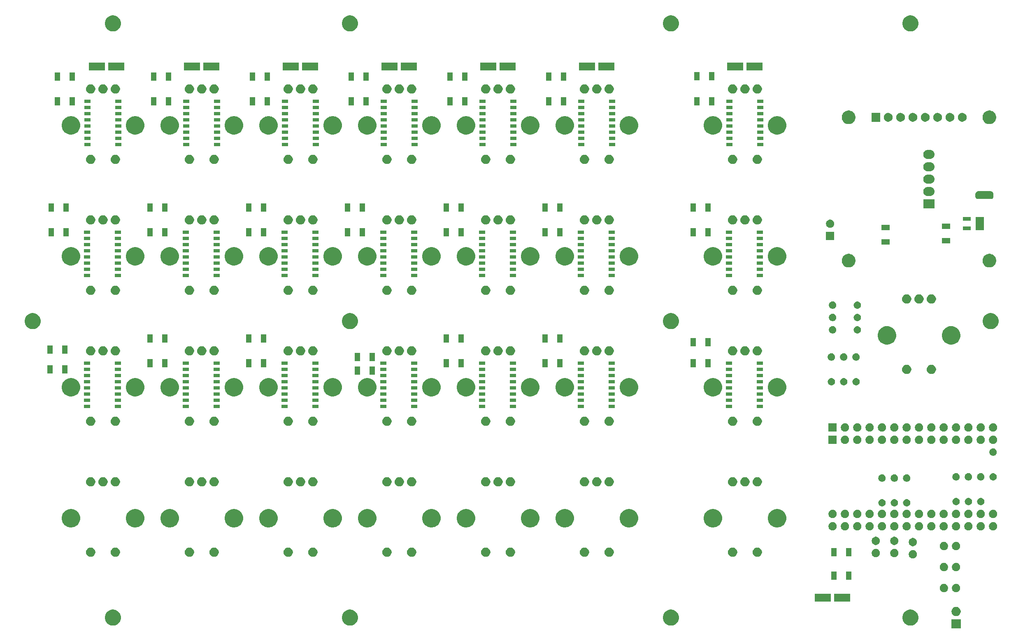
<source format=gbr>
G04 #@! TF.GenerationSoftware,KiCad,Pcbnew,(5.0.2)-1*
G04 #@! TF.CreationDate,2019-03-18T09:59:52+01:00*
G04 #@! TF.ProjectId,PanneauEncoderRotatif_G218,50616e6e-6561-4754-956e-636f64657252,rev?*
G04 #@! TF.SameCoordinates,Original*
G04 #@! TF.FileFunction,Soldermask,Bot*
G04 #@! TF.FilePolarity,Negative*
%FSLAX46Y46*%
G04 Gerber Fmt 4.6, Leading zero omitted, Abs format (unit mm)*
G04 Created by KiCad (PCBNEW (5.0.2)-1) date 18/03/2019 09:59:52*
%MOMM*%
%LPD*%
G01*
G04 APERTURE LIST*
%ADD10C,0.100000*%
G04 APERTURE END LIST*
D10*
G36*
X216851000Y-144715000D02*
X214949000Y-144715000D01*
X214949000Y-142813000D01*
X216851000Y-142813000D01*
X216851000Y-144715000D01*
X216851000Y-144715000D01*
G37*
G36*
X206877256Y-140885298D02*
X206983579Y-140906447D01*
X207284042Y-141030903D01*
X207432849Y-141130333D01*
X207554454Y-141211587D01*
X207784413Y-141441546D01*
X207784415Y-141441549D01*
X207965097Y-141711958D01*
X208068954Y-141962690D01*
X208089553Y-142012422D01*
X208153000Y-142331389D01*
X208153000Y-142656611D01*
X208089553Y-142975578D01*
X207965098Y-143276040D01*
X207784413Y-143546454D01*
X207554454Y-143776413D01*
X207554451Y-143776415D01*
X207284042Y-143957097D01*
X206983579Y-144081553D01*
X206877256Y-144102702D01*
X206664611Y-144145000D01*
X206339389Y-144145000D01*
X206126744Y-144102702D01*
X206020421Y-144081553D01*
X205719958Y-143957097D01*
X205449549Y-143776415D01*
X205449546Y-143776413D01*
X205219587Y-143546454D01*
X205038902Y-143276040D01*
X204914447Y-142975578D01*
X204851000Y-142656611D01*
X204851000Y-142331389D01*
X204914447Y-142012422D01*
X204935047Y-141962690D01*
X205038903Y-141711958D01*
X205219585Y-141441549D01*
X205219587Y-141441546D01*
X205449546Y-141211587D01*
X205571151Y-141130333D01*
X205719958Y-141030903D01*
X206020421Y-140906447D01*
X206126744Y-140885298D01*
X206339389Y-140843000D01*
X206664611Y-140843000D01*
X206877256Y-140885298D01*
X206877256Y-140885298D01*
G37*
G36*
X157601256Y-140885298D02*
X157707579Y-140906447D01*
X158008042Y-141030903D01*
X158156849Y-141130333D01*
X158278454Y-141211587D01*
X158508413Y-141441546D01*
X158508415Y-141441549D01*
X158689097Y-141711958D01*
X158792954Y-141962690D01*
X158813553Y-142012422D01*
X158877000Y-142331389D01*
X158877000Y-142656611D01*
X158813553Y-142975578D01*
X158689098Y-143276040D01*
X158508413Y-143546454D01*
X158278454Y-143776413D01*
X158278451Y-143776415D01*
X158008042Y-143957097D01*
X157707579Y-144081553D01*
X157601256Y-144102702D01*
X157388611Y-144145000D01*
X157063389Y-144145000D01*
X156850744Y-144102702D01*
X156744421Y-144081553D01*
X156443958Y-143957097D01*
X156173549Y-143776415D01*
X156173546Y-143776413D01*
X155943587Y-143546454D01*
X155762902Y-143276040D01*
X155638447Y-142975578D01*
X155575000Y-142656611D01*
X155575000Y-142331389D01*
X155638447Y-142012422D01*
X155659047Y-141962690D01*
X155762903Y-141711958D01*
X155943585Y-141441549D01*
X155943587Y-141441546D01*
X156173546Y-141211587D01*
X156295151Y-141130333D01*
X156443958Y-141030903D01*
X156744421Y-140906447D01*
X156850744Y-140885298D01*
X157063389Y-140843000D01*
X157388611Y-140843000D01*
X157601256Y-140885298D01*
X157601256Y-140885298D01*
G37*
G36*
X91561256Y-140885298D02*
X91667579Y-140906447D01*
X91968042Y-141030903D01*
X92116849Y-141130333D01*
X92238454Y-141211587D01*
X92468413Y-141441546D01*
X92468415Y-141441549D01*
X92649097Y-141711958D01*
X92752954Y-141962690D01*
X92773553Y-142012422D01*
X92837000Y-142331389D01*
X92837000Y-142656611D01*
X92773553Y-142975578D01*
X92649098Y-143276040D01*
X92468413Y-143546454D01*
X92238454Y-143776413D01*
X92238451Y-143776415D01*
X91968042Y-143957097D01*
X91667579Y-144081553D01*
X91561256Y-144102702D01*
X91348611Y-144145000D01*
X91023389Y-144145000D01*
X90810744Y-144102702D01*
X90704421Y-144081553D01*
X90403958Y-143957097D01*
X90133549Y-143776415D01*
X90133546Y-143776413D01*
X89903587Y-143546454D01*
X89722902Y-143276040D01*
X89598447Y-142975578D01*
X89535000Y-142656611D01*
X89535000Y-142331389D01*
X89598447Y-142012422D01*
X89619047Y-141962690D01*
X89722903Y-141711958D01*
X89903585Y-141441549D01*
X89903587Y-141441546D01*
X90133546Y-141211587D01*
X90255151Y-141130333D01*
X90403958Y-141030903D01*
X90704421Y-140906447D01*
X90810744Y-140885298D01*
X91023389Y-140843000D01*
X91348611Y-140843000D01*
X91561256Y-140885298D01*
X91561256Y-140885298D01*
G37*
G36*
X42793256Y-140885298D02*
X42899579Y-140906447D01*
X43200042Y-141030903D01*
X43348849Y-141130333D01*
X43470454Y-141211587D01*
X43700413Y-141441546D01*
X43700415Y-141441549D01*
X43881097Y-141711958D01*
X43984954Y-141962690D01*
X44005553Y-142012422D01*
X44069000Y-142331389D01*
X44069000Y-142656611D01*
X44005553Y-142975578D01*
X43881098Y-143276040D01*
X43700413Y-143546454D01*
X43470454Y-143776413D01*
X43470451Y-143776415D01*
X43200042Y-143957097D01*
X42899579Y-144081553D01*
X42793256Y-144102702D01*
X42580611Y-144145000D01*
X42255389Y-144145000D01*
X42042744Y-144102702D01*
X41936421Y-144081553D01*
X41635958Y-143957097D01*
X41365549Y-143776415D01*
X41365546Y-143776413D01*
X41135587Y-143546454D01*
X40954902Y-143276040D01*
X40830447Y-142975578D01*
X40767000Y-142656611D01*
X40767000Y-142331389D01*
X40830447Y-142012422D01*
X40851047Y-141962690D01*
X40954903Y-141711958D01*
X41135585Y-141441549D01*
X41135587Y-141441546D01*
X41365546Y-141211587D01*
X41487151Y-141130333D01*
X41635958Y-141030903D01*
X41936421Y-140906447D01*
X42042744Y-140885298D01*
X42255389Y-140843000D01*
X42580611Y-140843000D01*
X42793256Y-140885298D01*
X42793256Y-140885298D01*
G37*
G36*
X216177396Y-140309546D02*
X216350466Y-140381234D01*
X216506230Y-140485312D01*
X216638688Y-140617770D01*
X216742766Y-140773534D01*
X216814454Y-140946604D01*
X216851000Y-141130333D01*
X216851000Y-141317667D01*
X216814454Y-141501396D01*
X216742766Y-141674466D01*
X216638688Y-141830230D01*
X216506230Y-141962688D01*
X216350466Y-142066766D01*
X216177396Y-142138454D01*
X215993667Y-142175000D01*
X215806333Y-142175000D01*
X215622604Y-142138454D01*
X215449534Y-142066766D01*
X215293770Y-141962688D01*
X215161312Y-141830230D01*
X215057234Y-141674466D01*
X214985546Y-141501396D01*
X214949000Y-141317667D01*
X214949000Y-141130333D01*
X214985546Y-140946604D01*
X215057234Y-140773534D01*
X215161312Y-140617770D01*
X215293770Y-140485312D01*
X215449534Y-140381234D01*
X215622604Y-140309546D01*
X215806333Y-140273000D01*
X215993667Y-140273000D01*
X216177396Y-140309546D01*
X216177396Y-140309546D01*
G37*
G36*
X194151000Y-139231000D02*
X190849000Y-139231000D01*
X190849000Y-137629000D01*
X194151000Y-137629000D01*
X194151000Y-139231000D01*
X194151000Y-139231000D01*
G37*
G36*
X190151000Y-139231000D02*
X186849000Y-139231000D01*
X186849000Y-137629000D01*
X190151000Y-137629000D01*
X190151000Y-139231000D01*
X190151000Y-139231000D01*
G37*
G36*
X216148228Y-135579703D02*
X216303100Y-135643853D01*
X216442481Y-135736985D01*
X216561015Y-135855519D01*
X216654147Y-135994900D01*
X216718297Y-136149772D01*
X216751000Y-136314184D01*
X216751000Y-136481816D01*
X216718297Y-136646228D01*
X216654147Y-136801100D01*
X216561015Y-136940481D01*
X216442481Y-137059015D01*
X216303100Y-137152147D01*
X216148228Y-137216297D01*
X215983816Y-137249000D01*
X215816184Y-137249000D01*
X215651772Y-137216297D01*
X215496900Y-137152147D01*
X215357519Y-137059015D01*
X215238985Y-136940481D01*
X215145853Y-136801100D01*
X215081703Y-136646228D01*
X215049000Y-136481816D01*
X215049000Y-136314184D01*
X215081703Y-136149772D01*
X215145853Y-135994900D01*
X215238985Y-135855519D01*
X215357519Y-135736985D01*
X215496900Y-135643853D01*
X215651772Y-135579703D01*
X215816184Y-135547000D01*
X215983816Y-135547000D01*
X216148228Y-135579703D01*
X216148228Y-135579703D01*
G37*
G36*
X213648228Y-135579703D02*
X213803100Y-135643853D01*
X213942481Y-135736985D01*
X214061015Y-135855519D01*
X214154147Y-135994900D01*
X214218297Y-136149772D01*
X214251000Y-136314184D01*
X214251000Y-136481816D01*
X214218297Y-136646228D01*
X214154147Y-136801100D01*
X214061015Y-136940481D01*
X213942481Y-137059015D01*
X213803100Y-137152147D01*
X213648228Y-137216297D01*
X213483816Y-137249000D01*
X213316184Y-137249000D01*
X213151772Y-137216297D01*
X212996900Y-137152147D01*
X212857519Y-137059015D01*
X212738985Y-136940481D01*
X212645853Y-136801100D01*
X212581703Y-136646228D01*
X212549000Y-136481816D01*
X212549000Y-136314184D01*
X212581703Y-136149772D01*
X212645853Y-135994900D01*
X212738985Y-135855519D01*
X212857519Y-135736985D01*
X212996900Y-135643853D01*
X213151772Y-135579703D01*
X213316184Y-135547000D01*
X213483816Y-135547000D01*
X213648228Y-135579703D01*
X213648228Y-135579703D01*
G37*
G36*
X191329000Y-134709000D02*
X190227000Y-134709000D01*
X190227000Y-133007000D01*
X191329000Y-133007000D01*
X191329000Y-134709000D01*
X191329000Y-134709000D01*
G37*
G36*
X194329000Y-134709000D02*
X193227000Y-134709000D01*
X193227000Y-133007000D01*
X194329000Y-133007000D01*
X194329000Y-134709000D01*
X194329000Y-134709000D01*
G37*
G36*
X216148228Y-131261703D02*
X216303100Y-131325853D01*
X216442481Y-131418985D01*
X216561015Y-131537519D01*
X216654147Y-131676900D01*
X216718297Y-131831772D01*
X216751000Y-131996184D01*
X216751000Y-132163816D01*
X216718297Y-132328228D01*
X216654147Y-132483100D01*
X216561015Y-132622481D01*
X216442481Y-132741015D01*
X216303100Y-132834147D01*
X216148228Y-132898297D01*
X215983816Y-132931000D01*
X215816184Y-132931000D01*
X215651772Y-132898297D01*
X215496900Y-132834147D01*
X215357519Y-132741015D01*
X215238985Y-132622481D01*
X215145853Y-132483100D01*
X215081703Y-132328228D01*
X215049000Y-132163816D01*
X215049000Y-131996184D01*
X215081703Y-131831772D01*
X215145853Y-131676900D01*
X215238985Y-131537519D01*
X215357519Y-131418985D01*
X215496900Y-131325853D01*
X215651772Y-131261703D01*
X215816184Y-131229000D01*
X215983816Y-131229000D01*
X216148228Y-131261703D01*
X216148228Y-131261703D01*
G37*
G36*
X213648228Y-131261703D02*
X213803100Y-131325853D01*
X213942481Y-131418985D01*
X214061015Y-131537519D01*
X214154147Y-131676900D01*
X214218297Y-131831772D01*
X214251000Y-131996184D01*
X214251000Y-132163816D01*
X214218297Y-132328228D01*
X214154147Y-132483100D01*
X214061015Y-132622481D01*
X213942481Y-132741015D01*
X213803100Y-132834147D01*
X213648228Y-132898297D01*
X213483816Y-132931000D01*
X213316184Y-132931000D01*
X213151772Y-132898297D01*
X212996900Y-132834147D01*
X212857519Y-132741015D01*
X212738985Y-132622481D01*
X212645853Y-132483100D01*
X212581703Y-132328228D01*
X212549000Y-132163816D01*
X212549000Y-131996184D01*
X212581703Y-131831772D01*
X212645853Y-131676900D01*
X212738985Y-131537519D01*
X212857519Y-131418985D01*
X212996900Y-131325853D01*
X213151772Y-131261703D01*
X213316184Y-131229000D01*
X213483816Y-131229000D01*
X213648228Y-131261703D01*
X213648228Y-131261703D01*
G37*
G36*
X207258228Y-128641703D02*
X207413100Y-128705853D01*
X207552481Y-128798985D01*
X207671015Y-128917519D01*
X207764147Y-129056900D01*
X207828297Y-129211772D01*
X207861000Y-129376184D01*
X207861000Y-129543816D01*
X207828297Y-129708228D01*
X207764147Y-129863100D01*
X207671015Y-130002481D01*
X207552481Y-130121015D01*
X207413100Y-130214147D01*
X207258228Y-130278297D01*
X207093816Y-130311000D01*
X206926184Y-130311000D01*
X206761772Y-130278297D01*
X206606900Y-130214147D01*
X206467519Y-130121015D01*
X206348985Y-130002481D01*
X206255853Y-129863100D01*
X206191703Y-129708228D01*
X206159000Y-129543816D01*
X206159000Y-129376184D01*
X206191703Y-129211772D01*
X206255853Y-129056900D01*
X206348985Y-128917519D01*
X206467519Y-128798985D01*
X206606900Y-128705853D01*
X206761772Y-128641703D01*
X206926184Y-128609000D01*
X207093816Y-128609000D01*
X207258228Y-128641703D01*
X207258228Y-128641703D01*
G37*
G36*
X199638228Y-128387703D02*
X199793100Y-128451853D01*
X199932481Y-128544985D01*
X200051015Y-128663519D01*
X200144147Y-128802900D01*
X200208297Y-128957772D01*
X200241000Y-129122184D01*
X200241000Y-129289816D01*
X200208297Y-129454228D01*
X200144147Y-129609100D01*
X200051015Y-129748481D01*
X199932481Y-129867015D01*
X199793100Y-129960147D01*
X199638228Y-130024297D01*
X199473816Y-130057000D01*
X199306184Y-130057000D01*
X199141772Y-130024297D01*
X198986900Y-129960147D01*
X198847519Y-129867015D01*
X198728985Y-129748481D01*
X198635853Y-129609100D01*
X198571703Y-129454228D01*
X198539000Y-129289816D01*
X198539000Y-129122184D01*
X198571703Y-128957772D01*
X198635853Y-128802900D01*
X198728985Y-128663519D01*
X198847519Y-128544985D01*
X198986900Y-128451853D01*
X199141772Y-128387703D01*
X199306184Y-128355000D01*
X199473816Y-128355000D01*
X199638228Y-128387703D01*
X199638228Y-128387703D01*
G37*
G36*
X203448228Y-128387703D02*
X203603100Y-128451853D01*
X203742481Y-128544985D01*
X203861015Y-128663519D01*
X203954147Y-128802900D01*
X204018297Y-128957772D01*
X204051000Y-129122184D01*
X204051000Y-129289816D01*
X204018297Y-129454228D01*
X203954147Y-129609100D01*
X203861015Y-129748481D01*
X203742481Y-129867015D01*
X203603100Y-129960147D01*
X203448228Y-130024297D01*
X203283816Y-130057000D01*
X203116184Y-130057000D01*
X202951772Y-130024297D01*
X202796900Y-129960147D01*
X202657519Y-129867015D01*
X202538985Y-129748481D01*
X202445853Y-129609100D01*
X202381703Y-129454228D01*
X202349000Y-129289816D01*
X202349000Y-129122184D01*
X202381703Y-128957772D01*
X202445853Y-128802900D01*
X202538985Y-128663519D01*
X202657519Y-128544985D01*
X202796900Y-128451853D01*
X202951772Y-128387703D01*
X203116184Y-128355000D01*
X203283816Y-128355000D01*
X203448228Y-128387703D01*
X203448228Y-128387703D01*
G37*
G36*
X104163569Y-128116969D02*
X104163572Y-128116970D01*
X104163571Y-128116970D01*
X104336751Y-128188703D01*
X104336752Y-128188704D01*
X104492612Y-128292846D01*
X104625154Y-128425388D01*
X104625156Y-128425391D01*
X104729297Y-128581249D01*
X104754338Y-128641704D01*
X104801031Y-128754431D01*
X104837600Y-128938274D01*
X104837600Y-129125726D01*
X104801031Y-129309569D01*
X104801030Y-129309571D01*
X104729297Y-129482751D01*
X104644873Y-129609100D01*
X104625154Y-129638612D01*
X104492612Y-129771154D01*
X104492609Y-129771156D01*
X104336751Y-129875297D01*
X104202803Y-129930780D01*
X104163569Y-129947031D01*
X103979726Y-129983600D01*
X103792274Y-129983600D01*
X103608431Y-129947031D01*
X103569197Y-129930780D01*
X103435249Y-129875297D01*
X103279391Y-129771156D01*
X103279388Y-129771154D01*
X103146846Y-129638612D01*
X103127127Y-129609100D01*
X103042703Y-129482751D01*
X102970970Y-129309571D01*
X102970969Y-129309569D01*
X102934400Y-129125726D01*
X102934400Y-128938274D01*
X102970969Y-128754431D01*
X103017662Y-128641704D01*
X103042703Y-128581249D01*
X103146844Y-128425391D01*
X103146846Y-128425388D01*
X103279388Y-128292846D01*
X103435248Y-128188704D01*
X103435249Y-128188703D01*
X103608429Y-128116970D01*
X103608428Y-128116970D01*
X103608431Y-128116969D01*
X103792274Y-128080400D01*
X103979726Y-128080400D01*
X104163569Y-128116969D01*
X104163569Y-128116969D01*
G37*
G36*
X43203569Y-128116969D02*
X43203572Y-128116970D01*
X43203571Y-128116970D01*
X43376751Y-128188703D01*
X43376752Y-128188704D01*
X43532612Y-128292846D01*
X43665154Y-128425388D01*
X43665156Y-128425391D01*
X43769297Y-128581249D01*
X43794338Y-128641704D01*
X43841031Y-128754431D01*
X43877600Y-128938274D01*
X43877600Y-129125726D01*
X43841031Y-129309569D01*
X43841030Y-129309571D01*
X43769297Y-129482751D01*
X43684873Y-129609100D01*
X43665154Y-129638612D01*
X43532612Y-129771154D01*
X43532609Y-129771156D01*
X43376751Y-129875297D01*
X43242803Y-129930780D01*
X43203569Y-129947031D01*
X43019726Y-129983600D01*
X42832274Y-129983600D01*
X42648431Y-129947031D01*
X42609197Y-129930780D01*
X42475249Y-129875297D01*
X42319391Y-129771156D01*
X42319388Y-129771154D01*
X42186846Y-129638612D01*
X42167127Y-129609100D01*
X42082703Y-129482751D01*
X42010970Y-129309571D01*
X42010969Y-129309569D01*
X41974400Y-129125726D01*
X41974400Y-128938274D01*
X42010969Y-128754431D01*
X42057662Y-128641704D01*
X42082703Y-128581249D01*
X42186844Y-128425391D01*
X42186846Y-128425388D01*
X42319388Y-128292846D01*
X42475248Y-128188704D01*
X42475249Y-128188703D01*
X42648429Y-128116970D01*
X42648428Y-128116970D01*
X42648431Y-128116969D01*
X42832274Y-128080400D01*
X43019726Y-128080400D01*
X43203569Y-128116969D01*
X43203569Y-128116969D01*
G37*
G36*
X38123569Y-128116969D02*
X38123572Y-128116970D01*
X38123571Y-128116970D01*
X38296751Y-128188703D01*
X38296752Y-128188704D01*
X38452612Y-128292846D01*
X38585154Y-128425388D01*
X38585156Y-128425391D01*
X38689297Y-128581249D01*
X38714338Y-128641704D01*
X38761031Y-128754431D01*
X38797600Y-128938274D01*
X38797600Y-129125726D01*
X38761031Y-129309569D01*
X38761030Y-129309571D01*
X38689297Y-129482751D01*
X38604873Y-129609100D01*
X38585154Y-129638612D01*
X38452612Y-129771154D01*
X38452609Y-129771156D01*
X38296751Y-129875297D01*
X38162803Y-129930780D01*
X38123569Y-129947031D01*
X37939726Y-129983600D01*
X37752274Y-129983600D01*
X37568431Y-129947031D01*
X37529197Y-129930780D01*
X37395249Y-129875297D01*
X37239391Y-129771156D01*
X37239388Y-129771154D01*
X37106846Y-129638612D01*
X37087127Y-129609100D01*
X37002703Y-129482751D01*
X36930970Y-129309571D01*
X36930969Y-129309569D01*
X36894400Y-129125726D01*
X36894400Y-128938274D01*
X36930969Y-128754431D01*
X36977662Y-128641704D01*
X37002703Y-128581249D01*
X37106844Y-128425391D01*
X37106846Y-128425388D01*
X37239388Y-128292846D01*
X37395248Y-128188704D01*
X37395249Y-128188703D01*
X37568429Y-128116970D01*
X37568428Y-128116970D01*
X37568431Y-128116969D01*
X37752274Y-128080400D01*
X37939726Y-128080400D01*
X38123569Y-128116969D01*
X38123569Y-128116969D01*
G37*
G36*
X175283569Y-128116969D02*
X175283572Y-128116970D01*
X175283571Y-128116970D01*
X175456751Y-128188703D01*
X175456752Y-128188704D01*
X175612612Y-128292846D01*
X175745154Y-128425388D01*
X175745156Y-128425391D01*
X175849297Y-128581249D01*
X175874338Y-128641704D01*
X175921031Y-128754431D01*
X175957600Y-128938274D01*
X175957600Y-129125726D01*
X175921031Y-129309569D01*
X175921030Y-129309571D01*
X175849297Y-129482751D01*
X175764873Y-129609100D01*
X175745154Y-129638612D01*
X175612612Y-129771154D01*
X175612609Y-129771156D01*
X175456751Y-129875297D01*
X175322803Y-129930780D01*
X175283569Y-129947031D01*
X175099726Y-129983600D01*
X174912274Y-129983600D01*
X174728431Y-129947031D01*
X174689197Y-129930780D01*
X174555249Y-129875297D01*
X174399391Y-129771156D01*
X174399388Y-129771154D01*
X174266846Y-129638612D01*
X174247127Y-129609100D01*
X174162703Y-129482751D01*
X174090970Y-129309571D01*
X174090969Y-129309569D01*
X174054400Y-129125726D01*
X174054400Y-128938274D01*
X174090969Y-128754431D01*
X174137662Y-128641704D01*
X174162703Y-128581249D01*
X174266844Y-128425391D01*
X174266846Y-128425388D01*
X174399388Y-128292846D01*
X174555248Y-128188704D01*
X174555249Y-128188703D01*
X174728429Y-128116970D01*
X174728428Y-128116970D01*
X174728431Y-128116969D01*
X174912274Y-128080400D01*
X175099726Y-128080400D01*
X175283569Y-128116969D01*
X175283569Y-128116969D01*
G37*
G36*
X139723569Y-128116969D02*
X139723572Y-128116970D01*
X139723571Y-128116970D01*
X139896751Y-128188703D01*
X139896752Y-128188704D01*
X140052612Y-128292846D01*
X140185154Y-128425388D01*
X140185156Y-128425391D01*
X140289297Y-128581249D01*
X140314338Y-128641704D01*
X140361031Y-128754431D01*
X140397600Y-128938274D01*
X140397600Y-129125726D01*
X140361031Y-129309569D01*
X140361030Y-129309571D01*
X140289297Y-129482751D01*
X140204873Y-129609100D01*
X140185154Y-129638612D01*
X140052612Y-129771154D01*
X140052609Y-129771156D01*
X139896751Y-129875297D01*
X139762803Y-129930780D01*
X139723569Y-129947031D01*
X139539726Y-129983600D01*
X139352274Y-129983600D01*
X139168431Y-129947031D01*
X139129197Y-129930780D01*
X138995249Y-129875297D01*
X138839391Y-129771156D01*
X138839388Y-129771154D01*
X138706846Y-129638612D01*
X138687127Y-129609100D01*
X138602703Y-129482751D01*
X138530970Y-129309571D01*
X138530969Y-129309569D01*
X138494400Y-129125726D01*
X138494400Y-128938274D01*
X138530969Y-128754431D01*
X138577662Y-128641704D01*
X138602703Y-128581249D01*
X138706844Y-128425391D01*
X138706846Y-128425388D01*
X138839388Y-128292846D01*
X138995248Y-128188704D01*
X138995249Y-128188703D01*
X139168429Y-128116970D01*
X139168428Y-128116970D01*
X139168431Y-128116969D01*
X139352274Y-128080400D01*
X139539726Y-128080400D01*
X139723569Y-128116969D01*
X139723569Y-128116969D01*
G37*
G36*
X144803569Y-128116969D02*
X144803572Y-128116970D01*
X144803571Y-128116970D01*
X144976751Y-128188703D01*
X144976752Y-128188704D01*
X145132612Y-128292846D01*
X145265154Y-128425388D01*
X145265156Y-128425391D01*
X145369297Y-128581249D01*
X145394338Y-128641704D01*
X145441031Y-128754431D01*
X145477600Y-128938274D01*
X145477600Y-129125726D01*
X145441031Y-129309569D01*
X145441030Y-129309571D01*
X145369297Y-129482751D01*
X145284873Y-129609100D01*
X145265154Y-129638612D01*
X145132612Y-129771154D01*
X145132609Y-129771156D01*
X144976751Y-129875297D01*
X144842803Y-129930780D01*
X144803569Y-129947031D01*
X144619726Y-129983600D01*
X144432274Y-129983600D01*
X144248431Y-129947031D01*
X144209197Y-129930780D01*
X144075249Y-129875297D01*
X143919391Y-129771156D01*
X143919388Y-129771154D01*
X143786846Y-129638612D01*
X143767127Y-129609100D01*
X143682703Y-129482751D01*
X143610970Y-129309571D01*
X143610969Y-129309569D01*
X143574400Y-129125726D01*
X143574400Y-128938274D01*
X143610969Y-128754431D01*
X143657662Y-128641704D01*
X143682703Y-128581249D01*
X143786844Y-128425391D01*
X143786846Y-128425388D01*
X143919388Y-128292846D01*
X144075248Y-128188704D01*
X144075249Y-128188703D01*
X144248429Y-128116970D01*
X144248428Y-128116970D01*
X144248431Y-128116969D01*
X144432274Y-128080400D01*
X144619726Y-128080400D01*
X144803569Y-128116969D01*
X144803569Y-128116969D01*
G37*
G36*
X119403569Y-128116969D02*
X119403572Y-128116970D01*
X119403571Y-128116970D01*
X119576751Y-128188703D01*
X119576752Y-128188704D01*
X119732612Y-128292846D01*
X119865154Y-128425388D01*
X119865156Y-128425391D01*
X119969297Y-128581249D01*
X119994338Y-128641704D01*
X120041031Y-128754431D01*
X120077600Y-128938274D01*
X120077600Y-129125726D01*
X120041031Y-129309569D01*
X120041030Y-129309571D01*
X119969297Y-129482751D01*
X119884873Y-129609100D01*
X119865154Y-129638612D01*
X119732612Y-129771154D01*
X119732609Y-129771156D01*
X119576751Y-129875297D01*
X119442803Y-129930780D01*
X119403569Y-129947031D01*
X119219726Y-129983600D01*
X119032274Y-129983600D01*
X118848431Y-129947031D01*
X118809197Y-129930780D01*
X118675249Y-129875297D01*
X118519391Y-129771156D01*
X118519388Y-129771154D01*
X118386846Y-129638612D01*
X118367127Y-129609100D01*
X118282703Y-129482751D01*
X118210970Y-129309571D01*
X118210969Y-129309569D01*
X118174400Y-129125726D01*
X118174400Y-128938274D01*
X118210969Y-128754431D01*
X118257662Y-128641704D01*
X118282703Y-128581249D01*
X118386844Y-128425391D01*
X118386846Y-128425388D01*
X118519388Y-128292846D01*
X118675248Y-128188704D01*
X118675249Y-128188703D01*
X118848429Y-128116970D01*
X118848428Y-128116970D01*
X118848431Y-128116969D01*
X119032274Y-128080400D01*
X119219726Y-128080400D01*
X119403569Y-128116969D01*
X119403569Y-128116969D01*
G37*
G36*
X99083569Y-128116969D02*
X99083572Y-128116970D01*
X99083571Y-128116970D01*
X99256751Y-128188703D01*
X99256752Y-128188704D01*
X99412612Y-128292846D01*
X99545154Y-128425388D01*
X99545156Y-128425391D01*
X99649297Y-128581249D01*
X99674338Y-128641704D01*
X99721031Y-128754431D01*
X99757600Y-128938274D01*
X99757600Y-129125726D01*
X99721031Y-129309569D01*
X99721030Y-129309571D01*
X99649297Y-129482751D01*
X99564873Y-129609100D01*
X99545154Y-129638612D01*
X99412612Y-129771154D01*
X99412609Y-129771156D01*
X99256751Y-129875297D01*
X99122803Y-129930780D01*
X99083569Y-129947031D01*
X98899726Y-129983600D01*
X98712274Y-129983600D01*
X98528431Y-129947031D01*
X98489197Y-129930780D01*
X98355249Y-129875297D01*
X98199391Y-129771156D01*
X98199388Y-129771154D01*
X98066846Y-129638612D01*
X98047127Y-129609100D01*
X97962703Y-129482751D01*
X97890970Y-129309571D01*
X97890969Y-129309569D01*
X97854400Y-129125726D01*
X97854400Y-128938274D01*
X97890969Y-128754431D01*
X97937662Y-128641704D01*
X97962703Y-128581249D01*
X98066844Y-128425391D01*
X98066846Y-128425388D01*
X98199388Y-128292846D01*
X98355248Y-128188704D01*
X98355249Y-128188703D01*
X98528429Y-128116970D01*
X98528428Y-128116970D01*
X98528431Y-128116969D01*
X98712274Y-128080400D01*
X98899726Y-128080400D01*
X99083569Y-128116969D01*
X99083569Y-128116969D01*
G37*
G36*
X63523569Y-128116969D02*
X63523572Y-128116970D01*
X63523571Y-128116970D01*
X63696751Y-128188703D01*
X63696752Y-128188704D01*
X63852612Y-128292846D01*
X63985154Y-128425388D01*
X63985156Y-128425391D01*
X64089297Y-128581249D01*
X64114338Y-128641704D01*
X64161031Y-128754431D01*
X64197600Y-128938274D01*
X64197600Y-129125726D01*
X64161031Y-129309569D01*
X64161030Y-129309571D01*
X64089297Y-129482751D01*
X64004873Y-129609100D01*
X63985154Y-129638612D01*
X63852612Y-129771154D01*
X63852609Y-129771156D01*
X63696751Y-129875297D01*
X63562803Y-129930780D01*
X63523569Y-129947031D01*
X63339726Y-129983600D01*
X63152274Y-129983600D01*
X62968431Y-129947031D01*
X62929197Y-129930780D01*
X62795249Y-129875297D01*
X62639391Y-129771156D01*
X62639388Y-129771154D01*
X62506846Y-129638612D01*
X62487127Y-129609100D01*
X62402703Y-129482751D01*
X62330970Y-129309571D01*
X62330969Y-129309569D01*
X62294400Y-129125726D01*
X62294400Y-128938274D01*
X62330969Y-128754431D01*
X62377662Y-128641704D01*
X62402703Y-128581249D01*
X62506844Y-128425391D01*
X62506846Y-128425388D01*
X62639388Y-128292846D01*
X62795248Y-128188704D01*
X62795249Y-128188703D01*
X62968429Y-128116970D01*
X62968428Y-128116970D01*
X62968431Y-128116969D01*
X63152274Y-128080400D01*
X63339726Y-128080400D01*
X63523569Y-128116969D01*
X63523569Y-128116969D01*
G37*
G36*
X78763569Y-128116969D02*
X78763572Y-128116970D01*
X78763571Y-128116970D01*
X78936751Y-128188703D01*
X78936752Y-128188704D01*
X79092612Y-128292846D01*
X79225154Y-128425388D01*
X79225156Y-128425391D01*
X79329297Y-128581249D01*
X79354338Y-128641704D01*
X79401031Y-128754431D01*
X79437600Y-128938274D01*
X79437600Y-129125726D01*
X79401031Y-129309569D01*
X79401030Y-129309571D01*
X79329297Y-129482751D01*
X79244873Y-129609100D01*
X79225154Y-129638612D01*
X79092612Y-129771154D01*
X79092609Y-129771156D01*
X78936751Y-129875297D01*
X78802803Y-129930780D01*
X78763569Y-129947031D01*
X78579726Y-129983600D01*
X78392274Y-129983600D01*
X78208431Y-129947031D01*
X78169197Y-129930780D01*
X78035249Y-129875297D01*
X77879391Y-129771156D01*
X77879388Y-129771154D01*
X77746846Y-129638612D01*
X77727127Y-129609100D01*
X77642703Y-129482751D01*
X77570970Y-129309571D01*
X77570969Y-129309569D01*
X77534400Y-129125726D01*
X77534400Y-128938274D01*
X77570969Y-128754431D01*
X77617662Y-128641704D01*
X77642703Y-128581249D01*
X77746844Y-128425391D01*
X77746846Y-128425388D01*
X77879388Y-128292846D01*
X78035248Y-128188704D01*
X78035249Y-128188703D01*
X78208429Y-128116970D01*
X78208428Y-128116970D01*
X78208431Y-128116969D01*
X78392274Y-128080400D01*
X78579726Y-128080400D01*
X78763569Y-128116969D01*
X78763569Y-128116969D01*
G37*
G36*
X83843569Y-128116969D02*
X83843572Y-128116970D01*
X83843571Y-128116970D01*
X84016751Y-128188703D01*
X84016752Y-128188704D01*
X84172612Y-128292846D01*
X84305154Y-128425388D01*
X84305156Y-128425391D01*
X84409297Y-128581249D01*
X84434338Y-128641704D01*
X84481031Y-128754431D01*
X84517600Y-128938274D01*
X84517600Y-129125726D01*
X84481031Y-129309569D01*
X84481030Y-129309571D01*
X84409297Y-129482751D01*
X84324873Y-129609100D01*
X84305154Y-129638612D01*
X84172612Y-129771154D01*
X84172609Y-129771156D01*
X84016751Y-129875297D01*
X83882803Y-129930780D01*
X83843569Y-129947031D01*
X83659726Y-129983600D01*
X83472274Y-129983600D01*
X83288431Y-129947031D01*
X83249197Y-129930780D01*
X83115249Y-129875297D01*
X82959391Y-129771156D01*
X82959388Y-129771154D01*
X82826846Y-129638612D01*
X82807127Y-129609100D01*
X82722703Y-129482751D01*
X82650970Y-129309571D01*
X82650969Y-129309569D01*
X82614400Y-129125726D01*
X82614400Y-128938274D01*
X82650969Y-128754431D01*
X82697662Y-128641704D01*
X82722703Y-128581249D01*
X82826844Y-128425391D01*
X82826846Y-128425388D01*
X82959388Y-128292846D01*
X83115248Y-128188704D01*
X83115249Y-128188703D01*
X83288429Y-128116970D01*
X83288428Y-128116970D01*
X83288431Y-128116969D01*
X83472274Y-128080400D01*
X83659726Y-128080400D01*
X83843569Y-128116969D01*
X83843569Y-128116969D01*
G37*
G36*
X58443569Y-128116969D02*
X58443572Y-128116970D01*
X58443571Y-128116970D01*
X58616751Y-128188703D01*
X58616752Y-128188704D01*
X58772612Y-128292846D01*
X58905154Y-128425388D01*
X58905156Y-128425391D01*
X59009297Y-128581249D01*
X59034338Y-128641704D01*
X59081031Y-128754431D01*
X59117600Y-128938274D01*
X59117600Y-129125726D01*
X59081031Y-129309569D01*
X59081030Y-129309571D01*
X59009297Y-129482751D01*
X58924873Y-129609100D01*
X58905154Y-129638612D01*
X58772612Y-129771154D01*
X58772609Y-129771156D01*
X58616751Y-129875297D01*
X58482803Y-129930780D01*
X58443569Y-129947031D01*
X58259726Y-129983600D01*
X58072274Y-129983600D01*
X57888431Y-129947031D01*
X57849197Y-129930780D01*
X57715249Y-129875297D01*
X57559391Y-129771156D01*
X57559388Y-129771154D01*
X57426846Y-129638612D01*
X57407127Y-129609100D01*
X57322703Y-129482751D01*
X57250970Y-129309571D01*
X57250969Y-129309569D01*
X57214400Y-129125726D01*
X57214400Y-128938274D01*
X57250969Y-128754431D01*
X57297662Y-128641704D01*
X57322703Y-128581249D01*
X57426844Y-128425391D01*
X57426846Y-128425388D01*
X57559388Y-128292846D01*
X57715248Y-128188704D01*
X57715249Y-128188703D01*
X57888429Y-128116970D01*
X57888428Y-128116970D01*
X57888431Y-128116969D01*
X58072274Y-128080400D01*
X58259726Y-128080400D01*
X58443569Y-128116969D01*
X58443569Y-128116969D01*
G37*
G36*
X170203569Y-128116969D02*
X170203572Y-128116970D01*
X170203571Y-128116970D01*
X170376751Y-128188703D01*
X170376752Y-128188704D01*
X170532612Y-128292846D01*
X170665154Y-128425388D01*
X170665156Y-128425391D01*
X170769297Y-128581249D01*
X170794338Y-128641704D01*
X170841031Y-128754431D01*
X170877600Y-128938274D01*
X170877600Y-129125726D01*
X170841031Y-129309569D01*
X170841030Y-129309571D01*
X170769297Y-129482751D01*
X170684873Y-129609100D01*
X170665154Y-129638612D01*
X170532612Y-129771154D01*
X170532609Y-129771156D01*
X170376751Y-129875297D01*
X170242803Y-129930780D01*
X170203569Y-129947031D01*
X170019726Y-129983600D01*
X169832274Y-129983600D01*
X169648431Y-129947031D01*
X169609197Y-129930780D01*
X169475249Y-129875297D01*
X169319391Y-129771156D01*
X169319388Y-129771154D01*
X169186846Y-129638612D01*
X169167127Y-129609100D01*
X169082703Y-129482751D01*
X169010970Y-129309571D01*
X169010969Y-129309569D01*
X168974400Y-129125726D01*
X168974400Y-128938274D01*
X169010969Y-128754431D01*
X169057662Y-128641704D01*
X169082703Y-128581249D01*
X169186844Y-128425391D01*
X169186846Y-128425388D01*
X169319388Y-128292846D01*
X169475248Y-128188704D01*
X169475249Y-128188703D01*
X169648429Y-128116970D01*
X169648428Y-128116970D01*
X169648431Y-128116969D01*
X169832274Y-128080400D01*
X170019726Y-128080400D01*
X170203569Y-128116969D01*
X170203569Y-128116969D01*
G37*
G36*
X124483569Y-128116969D02*
X124483572Y-128116970D01*
X124483571Y-128116970D01*
X124656751Y-128188703D01*
X124656752Y-128188704D01*
X124812612Y-128292846D01*
X124945154Y-128425388D01*
X124945156Y-128425391D01*
X125049297Y-128581249D01*
X125074338Y-128641704D01*
X125121031Y-128754431D01*
X125157600Y-128938274D01*
X125157600Y-129125726D01*
X125121031Y-129309569D01*
X125121030Y-129309571D01*
X125049297Y-129482751D01*
X124964873Y-129609100D01*
X124945154Y-129638612D01*
X124812612Y-129771154D01*
X124812609Y-129771156D01*
X124656751Y-129875297D01*
X124522803Y-129930780D01*
X124483569Y-129947031D01*
X124299726Y-129983600D01*
X124112274Y-129983600D01*
X123928431Y-129947031D01*
X123889197Y-129930780D01*
X123755249Y-129875297D01*
X123599391Y-129771156D01*
X123599388Y-129771154D01*
X123466846Y-129638612D01*
X123447127Y-129609100D01*
X123362703Y-129482751D01*
X123290970Y-129309571D01*
X123290969Y-129309569D01*
X123254400Y-129125726D01*
X123254400Y-128938274D01*
X123290969Y-128754431D01*
X123337662Y-128641704D01*
X123362703Y-128581249D01*
X123466844Y-128425391D01*
X123466846Y-128425388D01*
X123599388Y-128292846D01*
X123755248Y-128188704D01*
X123755249Y-128188703D01*
X123928429Y-128116970D01*
X123928428Y-128116970D01*
X123928431Y-128116969D01*
X124112274Y-128080400D01*
X124299726Y-128080400D01*
X124483569Y-128116969D01*
X124483569Y-128116969D01*
G37*
G36*
X191329000Y-129883000D02*
X190227000Y-129883000D01*
X190227000Y-128181000D01*
X191329000Y-128181000D01*
X191329000Y-129883000D01*
X191329000Y-129883000D01*
G37*
G36*
X194329000Y-129883000D02*
X193227000Y-129883000D01*
X193227000Y-128181000D01*
X194329000Y-128181000D01*
X194329000Y-129883000D01*
X194329000Y-129883000D01*
G37*
G36*
X213648228Y-126943703D02*
X213803100Y-127007853D01*
X213942481Y-127100985D01*
X214061015Y-127219519D01*
X214154147Y-127358900D01*
X214218297Y-127513772D01*
X214251000Y-127678184D01*
X214251000Y-127845816D01*
X214218297Y-128010228D01*
X214154147Y-128165100D01*
X214061015Y-128304481D01*
X213942481Y-128423015D01*
X213803100Y-128516147D01*
X213648228Y-128580297D01*
X213483816Y-128613000D01*
X213316184Y-128613000D01*
X213151772Y-128580297D01*
X212996900Y-128516147D01*
X212857519Y-128423015D01*
X212738985Y-128304481D01*
X212645853Y-128165100D01*
X212581703Y-128010228D01*
X212549000Y-127845816D01*
X212549000Y-127678184D01*
X212581703Y-127513772D01*
X212645853Y-127358900D01*
X212738985Y-127219519D01*
X212857519Y-127100985D01*
X212996900Y-127007853D01*
X213151772Y-126943703D01*
X213316184Y-126911000D01*
X213483816Y-126911000D01*
X213648228Y-126943703D01*
X213648228Y-126943703D01*
G37*
G36*
X216148228Y-126943703D02*
X216303100Y-127007853D01*
X216442481Y-127100985D01*
X216561015Y-127219519D01*
X216654147Y-127358900D01*
X216718297Y-127513772D01*
X216751000Y-127678184D01*
X216751000Y-127845816D01*
X216718297Y-128010228D01*
X216654147Y-128165100D01*
X216561015Y-128304481D01*
X216442481Y-128423015D01*
X216303100Y-128516147D01*
X216148228Y-128580297D01*
X215983816Y-128613000D01*
X215816184Y-128613000D01*
X215651772Y-128580297D01*
X215496900Y-128516147D01*
X215357519Y-128423015D01*
X215238985Y-128304481D01*
X215145853Y-128165100D01*
X215081703Y-128010228D01*
X215049000Y-127845816D01*
X215049000Y-127678184D01*
X215081703Y-127513772D01*
X215145853Y-127358900D01*
X215238985Y-127219519D01*
X215357519Y-127100985D01*
X215496900Y-127007853D01*
X215651772Y-126943703D01*
X215816184Y-126911000D01*
X215983816Y-126911000D01*
X216148228Y-126943703D01*
X216148228Y-126943703D01*
G37*
G36*
X207258228Y-126141703D02*
X207413100Y-126205853D01*
X207552481Y-126298985D01*
X207671015Y-126417519D01*
X207764147Y-126556900D01*
X207828297Y-126711772D01*
X207861000Y-126876184D01*
X207861000Y-127043816D01*
X207828297Y-127208228D01*
X207764147Y-127363100D01*
X207671015Y-127502481D01*
X207552481Y-127621015D01*
X207413100Y-127714147D01*
X207258228Y-127778297D01*
X207093816Y-127811000D01*
X206926184Y-127811000D01*
X206761772Y-127778297D01*
X206606900Y-127714147D01*
X206467519Y-127621015D01*
X206348985Y-127502481D01*
X206255853Y-127363100D01*
X206191703Y-127208228D01*
X206159000Y-127043816D01*
X206159000Y-126876184D01*
X206191703Y-126711772D01*
X206255853Y-126556900D01*
X206348985Y-126417519D01*
X206467519Y-126298985D01*
X206606900Y-126205853D01*
X206761772Y-126141703D01*
X206926184Y-126109000D01*
X207093816Y-126109000D01*
X207258228Y-126141703D01*
X207258228Y-126141703D01*
G37*
G36*
X199638228Y-125887703D02*
X199793100Y-125951853D01*
X199932481Y-126044985D01*
X200051015Y-126163519D01*
X200144147Y-126302900D01*
X200208297Y-126457772D01*
X200241000Y-126622184D01*
X200241000Y-126789816D01*
X200208297Y-126954228D01*
X200144147Y-127109100D01*
X200051015Y-127248481D01*
X199932481Y-127367015D01*
X199793100Y-127460147D01*
X199638228Y-127524297D01*
X199473816Y-127557000D01*
X199306184Y-127557000D01*
X199141772Y-127524297D01*
X198986900Y-127460147D01*
X198847519Y-127367015D01*
X198728985Y-127248481D01*
X198635853Y-127109100D01*
X198571703Y-126954228D01*
X198539000Y-126789816D01*
X198539000Y-126622184D01*
X198571703Y-126457772D01*
X198635853Y-126302900D01*
X198728985Y-126163519D01*
X198847519Y-126044985D01*
X198986900Y-125951853D01*
X199141772Y-125887703D01*
X199306184Y-125855000D01*
X199473816Y-125855000D01*
X199638228Y-125887703D01*
X199638228Y-125887703D01*
G37*
G36*
X203448228Y-125887703D02*
X203603100Y-125951853D01*
X203742481Y-126044985D01*
X203861015Y-126163519D01*
X203954147Y-126302900D01*
X204018297Y-126457772D01*
X204051000Y-126622184D01*
X204051000Y-126789816D01*
X204018297Y-126954228D01*
X203954147Y-127109100D01*
X203861015Y-127248481D01*
X203742481Y-127367015D01*
X203603100Y-127460147D01*
X203448228Y-127524297D01*
X203283816Y-127557000D01*
X203116184Y-127557000D01*
X202951772Y-127524297D01*
X202796900Y-127460147D01*
X202657519Y-127367015D01*
X202538985Y-127248481D01*
X202445853Y-127109100D01*
X202381703Y-126954228D01*
X202349000Y-126789816D01*
X202349000Y-126622184D01*
X202381703Y-126457772D01*
X202445853Y-126302900D01*
X202538985Y-126163519D01*
X202657519Y-126044985D01*
X202796900Y-125951853D01*
X202951772Y-125887703D01*
X203116184Y-125855000D01*
X203283816Y-125855000D01*
X203448228Y-125887703D01*
X203448228Y-125887703D01*
G37*
G36*
X218688228Y-122879703D02*
X218843100Y-122943853D01*
X218982481Y-123036985D01*
X219101015Y-123155519D01*
X219194147Y-123294900D01*
X219258297Y-123449772D01*
X219291000Y-123614184D01*
X219291000Y-123781816D01*
X219258297Y-123946228D01*
X219194147Y-124101100D01*
X219101015Y-124240481D01*
X218982481Y-124359015D01*
X218843100Y-124452147D01*
X218688228Y-124516297D01*
X218523816Y-124549000D01*
X218356184Y-124549000D01*
X218191772Y-124516297D01*
X218036900Y-124452147D01*
X217897519Y-124359015D01*
X217778985Y-124240481D01*
X217685853Y-124101100D01*
X217621703Y-123946228D01*
X217589000Y-123781816D01*
X217589000Y-123614184D01*
X217621703Y-123449772D01*
X217685853Y-123294900D01*
X217778985Y-123155519D01*
X217897519Y-123036985D01*
X218036900Y-122943853D01*
X218191772Y-122879703D01*
X218356184Y-122847000D01*
X218523816Y-122847000D01*
X218688228Y-122879703D01*
X218688228Y-122879703D01*
G37*
G36*
X208528228Y-122879703D02*
X208683100Y-122943853D01*
X208822481Y-123036985D01*
X208941015Y-123155519D01*
X209034147Y-123294900D01*
X209098297Y-123449772D01*
X209131000Y-123614184D01*
X209131000Y-123781816D01*
X209098297Y-123946228D01*
X209034147Y-124101100D01*
X208941015Y-124240481D01*
X208822481Y-124359015D01*
X208683100Y-124452147D01*
X208528228Y-124516297D01*
X208363816Y-124549000D01*
X208196184Y-124549000D01*
X208031772Y-124516297D01*
X207876900Y-124452147D01*
X207737519Y-124359015D01*
X207618985Y-124240481D01*
X207525853Y-124101100D01*
X207461703Y-123946228D01*
X207429000Y-123781816D01*
X207429000Y-123614184D01*
X207461703Y-123449772D01*
X207525853Y-123294900D01*
X207618985Y-123155519D01*
X207737519Y-123036985D01*
X207876900Y-122943853D01*
X208031772Y-122879703D01*
X208196184Y-122847000D01*
X208363816Y-122847000D01*
X208528228Y-122879703D01*
X208528228Y-122879703D01*
G37*
G36*
X213608228Y-122879703D02*
X213763100Y-122943853D01*
X213902481Y-123036985D01*
X214021015Y-123155519D01*
X214114147Y-123294900D01*
X214178297Y-123449772D01*
X214211000Y-123614184D01*
X214211000Y-123781816D01*
X214178297Y-123946228D01*
X214114147Y-124101100D01*
X214021015Y-124240481D01*
X213902481Y-124359015D01*
X213763100Y-124452147D01*
X213608228Y-124516297D01*
X213443816Y-124549000D01*
X213276184Y-124549000D01*
X213111772Y-124516297D01*
X212956900Y-124452147D01*
X212817519Y-124359015D01*
X212698985Y-124240481D01*
X212605853Y-124101100D01*
X212541703Y-123946228D01*
X212509000Y-123781816D01*
X212509000Y-123614184D01*
X212541703Y-123449772D01*
X212605853Y-123294900D01*
X212698985Y-123155519D01*
X212817519Y-123036985D01*
X212956900Y-122943853D01*
X213111772Y-122879703D01*
X213276184Y-122847000D01*
X213443816Y-122847000D01*
X213608228Y-122879703D01*
X213608228Y-122879703D01*
G37*
G36*
X216148228Y-122879703D02*
X216303100Y-122943853D01*
X216442481Y-123036985D01*
X216561015Y-123155519D01*
X216654147Y-123294900D01*
X216718297Y-123449772D01*
X216751000Y-123614184D01*
X216751000Y-123781816D01*
X216718297Y-123946228D01*
X216654147Y-124101100D01*
X216561015Y-124240481D01*
X216442481Y-124359015D01*
X216303100Y-124452147D01*
X216148228Y-124516297D01*
X215983816Y-124549000D01*
X215816184Y-124549000D01*
X215651772Y-124516297D01*
X215496900Y-124452147D01*
X215357519Y-124359015D01*
X215238985Y-124240481D01*
X215145853Y-124101100D01*
X215081703Y-123946228D01*
X215049000Y-123781816D01*
X215049000Y-123614184D01*
X215081703Y-123449772D01*
X215145853Y-123294900D01*
X215238985Y-123155519D01*
X215357519Y-123036985D01*
X215496900Y-122943853D01*
X215651772Y-122879703D01*
X215816184Y-122847000D01*
X215983816Y-122847000D01*
X216148228Y-122879703D01*
X216148228Y-122879703D01*
G37*
G36*
X221228228Y-122879703D02*
X221383100Y-122943853D01*
X221522481Y-123036985D01*
X221641015Y-123155519D01*
X221734147Y-123294900D01*
X221798297Y-123449772D01*
X221831000Y-123614184D01*
X221831000Y-123781816D01*
X221798297Y-123946228D01*
X221734147Y-124101100D01*
X221641015Y-124240481D01*
X221522481Y-124359015D01*
X221383100Y-124452147D01*
X221228228Y-124516297D01*
X221063816Y-124549000D01*
X220896184Y-124549000D01*
X220731772Y-124516297D01*
X220576900Y-124452147D01*
X220437519Y-124359015D01*
X220318985Y-124240481D01*
X220225853Y-124101100D01*
X220161703Y-123946228D01*
X220129000Y-123781816D01*
X220129000Y-123614184D01*
X220161703Y-123449772D01*
X220225853Y-123294900D01*
X220318985Y-123155519D01*
X220437519Y-123036985D01*
X220576900Y-122943853D01*
X220731772Y-122879703D01*
X220896184Y-122847000D01*
X221063816Y-122847000D01*
X221228228Y-122879703D01*
X221228228Y-122879703D01*
G37*
G36*
X223768228Y-122879703D02*
X223923100Y-122943853D01*
X224062481Y-123036985D01*
X224181015Y-123155519D01*
X224274147Y-123294900D01*
X224338297Y-123449772D01*
X224371000Y-123614184D01*
X224371000Y-123781816D01*
X224338297Y-123946228D01*
X224274147Y-124101100D01*
X224181015Y-124240481D01*
X224062481Y-124359015D01*
X223923100Y-124452147D01*
X223768228Y-124516297D01*
X223603816Y-124549000D01*
X223436184Y-124549000D01*
X223271772Y-124516297D01*
X223116900Y-124452147D01*
X222977519Y-124359015D01*
X222858985Y-124240481D01*
X222765853Y-124101100D01*
X222701703Y-123946228D01*
X222669000Y-123781816D01*
X222669000Y-123614184D01*
X222701703Y-123449772D01*
X222765853Y-123294900D01*
X222858985Y-123155519D01*
X222977519Y-123036985D01*
X223116900Y-122943853D01*
X223271772Y-122879703D01*
X223436184Y-122847000D01*
X223603816Y-122847000D01*
X223768228Y-122879703D01*
X223768228Y-122879703D01*
G37*
G36*
X211068228Y-122879703D02*
X211223100Y-122943853D01*
X211362481Y-123036985D01*
X211481015Y-123155519D01*
X211574147Y-123294900D01*
X211638297Y-123449772D01*
X211671000Y-123614184D01*
X211671000Y-123781816D01*
X211638297Y-123946228D01*
X211574147Y-124101100D01*
X211481015Y-124240481D01*
X211362481Y-124359015D01*
X211223100Y-124452147D01*
X211068228Y-124516297D01*
X210903816Y-124549000D01*
X210736184Y-124549000D01*
X210571772Y-124516297D01*
X210416900Y-124452147D01*
X210277519Y-124359015D01*
X210158985Y-124240481D01*
X210065853Y-124101100D01*
X210001703Y-123946228D01*
X209969000Y-123781816D01*
X209969000Y-123614184D01*
X210001703Y-123449772D01*
X210065853Y-123294900D01*
X210158985Y-123155519D01*
X210277519Y-123036985D01*
X210416900Y-122943853D01*
X210571772Y-122879703D01*
X210736184Y-122847000D01*
X210903816Y-122847000D01*
X211068228Y-122879703D01*
X211068228Y-122879703D01*
G37*
G36*
X190748228Y-122879703D02*
X190903100Y-122943853D01*
X191042481Y-123036985D01*
X191161015Y-123155519D01*
X191254147Y-123294900D01*
X191318297Y-123449772D01*
X191351000Y-123614184D01*
X191351000Y-123781816D01*
X191318297Y-123946228D01*
X191254147Y-124101100D01*
X191161015Y-124240481D01*
X191042481Y-124359015D01*
X190903100Y-124452147D01*
X190748228Y-124516297D01*
X190583816Y-124549000D01*
X190416184Y-124549000D01*
X190251772Y-124516297D01*
X190096900Y-124452147D01*
X189957519Y-124359015D01*
X189838985Y-124240481D01*
X189745853Y-124101100D01*
X189681703Y-123946228D01*
X189649000Y-123781816D01*
X189649000Y-123614184D01*
X189681703Y-123449772D01*
X189745853Y-123294900D01*
X189838985Y-123155519D01*
X189957519Y-123036985D01*
X190096900Y-122943853D01*
X190251772Y-122879703D01*
X190416184Y-122847000D01*
X190583816Y-122847000D01*
X190748228Y-122879703D01*
X190748228Y-122879703D01*
G37*
G36*
X193288228Y-122879703D02*
X193443100Y-122943853D01*
X193582481Y-123036985D01*
X193701015Y-123155519D01*
X193794147Y-123294900D01*
X193858297Y-123449772D01*
X193891000Y-123614184D01*
X193891000Y-123781816D01*
X193858297Y-123946228D01*
X193794147Y-124101100D01*
X193701015Y-124240481D01*
X193582481Y-124359015D01*
X193443100Y-124452147D01*
X193288228Y-124516297D01*
X193123816Y-124549000D01*
X192956184Y-124549000D01*
X192791772Y-124516297D01*
X192636900Y-124452147D01*
X192497519Y-124359015D01*
X192378985Y-124240481D01*
X192285853Y-124101100D01*
X192221703Y-123946228D01*
X192189000Y-123781816D01*
X192189000Y-123614184D01*
X192221703Y-123449772D01*
X192285853Y-123294900D01*
X192378985Y-123155519D01*
X192497519Y-123036985D01*
X192636900Y-122943853D01*
X192791772Y-122879703D01*
X192956184Y-122847000D01*
X193123816Y-122847000D01*
X193288228Y-122879703D01*
X193288228Y-122879703D01*
G37*
G36*
X205988228Y-122879703D02*
X206143100Y-122943853D01*
X206282481Y-123036985D01*
X206401015Y-123155519D01*
X206494147Y-123294900D01*
X206558297Y-123449772D01*
X206591000Y-123614184D01*
X206591000Y-123781816D01*
X206558297Y-123946228D01*
X206494147Y-124101100D01*
X206401015Y-124240481D01*
X206282481Y-124359015D01*
X206143100Y-124452147D01*
X205988228Y-124516297D01*
X205823816Y-124549000D01*
X205656184Y-124549000D01*
X205491772Y-124516297D01*
X205336900Y-124452147D01*
X205197519Y-124359015D01*
X205078985Y-124240481D01*
X204985853Y-124101100D01*
X204921703Y-123946228D01*
X204889000Y-123781816D01*
X204889000Y-123614184D01*
X204921703Y-123449772D01*
X204985853Y-123294900D01*
X205078985Y-123155519D01*
X205197519Y-123036985D01*
X205336900Y-122943853D01*
X205491772Y-122879703D01*
X205656184Y-122847000D01*
X205823816Y-122847000D01*
X205988228Y-122879703D01*
X205988228Y-122879703D01*
G37*
G36*
X195828228Y-122879703D02*
X195983100Y-122943853D01*
X196122481Y-123036985D01*
X196241015Y-123155519D01*
X196334147Y-123294900D01*
X196398297Y-123449772D01*
X196431000Y-123614184D01*
X196431000Y-123781816D01*
X196398297Y-123946228D01*
X196334147Y-124101100D01*
X196241015Y-124240481D01*
X196122481Y-124359015D01*
X195983100Y-124452147D01*
X195828228Y-124516297D01*
X195663816Y-124549000D01*
X195496184Y-124549000D01*
X195331772Y-124516297D01*
X195176900Y-124452147D01*
X195037519Y-124359015D01*
X194918985Y-124240481D01*
X194825853Y-124101100D01*
X194761703Y-123946228D01*
X194729000Y-123781816D01*
X194729000Y-123614184D01*
X194761703Y-123449772D01*
X194825853Y-123294900D01*
X194918985Y-123155519D01*
X195037519Y-123036985D01*
X195176900Y-122943853D01*
X195331772Y-122879703D01*
X195496184Y-122847000D01*
X195663816Y-122847000D01*
X195828228Y-122879703D01*
X195828228Y-122879703D01*
G37*
G36*
X198368228Y-122879703D02*
X198523100Y-122943853D01*
X198662481Y-123036985D01*
X198781015Y-123155519D01*
X198874147Y-123294900D01*
X198938297Y-123449772D01*
X198971000Y-123614184D01*
X198971000Y-123781816D01*
X198938297Y-123946228D01*
X198874147Y-124101100D01*
X198781015Y-124240481D01*
X198662481Y-124359015D01*
X198523100Y-124452147D01*
X198368228Y-124516297D01*
X198203816Y-124549000D01*
X198036184Y-124549000D01*
X197871772Y-124516297D01*
X197716900Y-124452147D01*
X197577519Y-124359015D01*
X197458985Y-124240481D01*
X197365853Y-124101100D01*
X197301703Y-123946228D01*
X197269000Y-123781816D01*
X197269000Y-123614184D01*
X197301703Y-123449772D01*
X197365853Y-123294900D01*
X197458985Y-123155519D01*
X197577519Y-123036985D01*
X197716900Y-122943853D01*
X197871772Y-122879703D01*
X198036184Y-122847000D01*
X198203816Y-122847000D01*
X198368228Y-122879703D01*
X198368228Y-122879703D01*
G37*
G36*
X200908228Y-122879703D02*
X201063100Y-122943853D01*
X201202481Y-123036985D01*
X201321015Y-123155519D01*
X201414147Y-123294900D01*
X201478297Y-123449772D01*
X201511000Y-123614184D01*
X201511000Y-123781816D01*
X201478297Y-123946228D01*
X201414147Y-124101100D01*
X201321015Y-124240481D01*
X201202481Y-124359015D01*
X201063100Y-124452147D01*
X200908228Y-124516297D01*
X200743816Y-124549000D01*
X200576184Y-124549000D01*
X200411772Y-124516297D01*
X200256900Y-124452147D01*
X200117519Y-124359015D01*
X199998985Y-124240481D01*
X199905853Y-124101100D01*
X199841703Y-123946228D01*
X199809000Y-123781816D01*
X199809000Y-123614184D01*
X199841703Y-123449772D01*
X199905853Y-123294900D01*
X199998985Y-123155519D01*
X200117519Y-123036985D01*
X200256900Y-122943853D01*
X200411772Y-122879703D01*
X200576184Y-122847000D01*
X200743816Y-122847000D01*
X200908228Y-122879703D01*
X200908228Y-122879703D01*
G37*
G36*
X203448228Y-122879703D02*
X203603100Y-122943853D01*
X203742481Y-123036985D01*
X203861015Y-123155519D01*
X203954147Y-123294900D01*
X204018297Y-123449772D01*
X204051000Y-123614184D01*
X204051000Y-123781816D01*
X204018297Y-123946228D01*
X203954147Y-124101100D01*
X203861015Y-124240481D01*
X203742481Y-124359015D01*
X203603100Y-124452147D01*
X203448228Y-124516297D01*
X203283816Y-124549000D01*
X203116184Y-124549000D01*
X202951772Y-124516297D01*
X202796900Y-124452147D01*
X202657519Y-124359015D01*
X202538985Y-124240481D01*
X202445853Y-124101100D01*
X202381703Y-123946228D01*
X202349000Y-123781816D01*
X202349000Y-123614184D01*
X202381703Y-123449772D01*
X202445853Y-123294900D01*
X202538985Y-123155519D01*
X202657519Y-123036985D01*
X202796900Y-122943853D01*
X202951772Y-122879703D01*
X203116184Y-122847000D01*
X203283816Y-122847000D01*
X203448228Y-122879703D01*
X203448228Y-122879703D01*
G37*
G36*
X95174214Y-120194118D02*
X95296676Y-120218477D01*
X95440022Y-120277853D01*
X95642744Y-120361823D01*
X95954202Y-120569933D01*
X96219067Y-120834798D01*
X96427177Y-121146256D01*
X96570523Y-121492325D01*
X96643600Y-121859707D01*
X96643600Y-122234293D01*
X96570523Y-122601675D01*
X96427177Y-122947744D01*
X96219067Y-123259202D01*
X95954202Y-123524067D01*
X95642744Y-123732177D01*
X95522904Y-123781816D01*
X95296676Y-123875523D01*
X95174214Y-123899882D01*
X94929293Y-123948600D01*
X94554707Y-123948600D01*
X94309786Y-123899882D01*
X94187324Y-123875523D01*
X93961096Y-123781816D01*
X93841256Y-123732177D01*
X93529798Y-123524067D01*
X93264933Y-123259202D01*
X93056823Y-122947744D01*
X92913477Y-122601675D01*
X92840400Y-122234293D01*
X92840400Y-121859707D01*
X92913477Y-121492325D01*
X93056823Y-121146256D01*
X93264933Y-120834798D01*
X93529798Y-120569933D01*
X93841256Y-120361823D01*
X94043978Y-120277853D01*
X94187324Y-120218477D01*
X94309786Y-120194118D01*
X94554707Y-120145400D01*
X94929293Y-120145400D01*
X95174214Y-120194118D01*
X95174214Y-120194118D01*
G37*
G36*
X47422214Y-120194118D02*
X47544676Y-120218477D01*
X47688022Y-120277853D01*
X47890744Y-120361823D01*
X48202202Y-120569933D01*
X48467067Y-120834798D01*
X48675177Y-121146256D01*
X48818523Y-121492325D01*
X48891600Y-121859707D01*
X48891600Y-122234293D01*
X48818523Y-122601675D01*
X48675177Y-122947744D01*
X48467067Y-123259202D01*
X48202202Y-123524067D01*
X47890744Y-123732177D01*
X47770904Y-123781816D01*
X47544676Y-123875523D01*
X47422214Y-123899882D01*
X47177293Y-123948600D01*
X46802707Y-123948600D01*
X46557786Y-123899882D01*
X46435324Y-123875523D01*
X46209096Y-123781816D01*
X46089256Y-123732177D01*
X45777798Y-123524067D01*
X45512933Y-123259202D01*
X45304823Y-122947744D01*
X45161477Y-122601675D01*
X45088400Y-122234293D01*
X45088400Y-121859707D01*
X45161477Y-121492325D01*
X45304823Y-121146256D01*
X45512933Y-120834798D01*
X45777798Y-120569933D01*
X46089256Y-120361823D01*
X46291978Y-120277853D01*
X46435324Y-120218477D01*
X46557786Y-120194118D01*
X46802707Y-120145400D01*
X47177293Y-120145400D01*
X47422214Y-120194118D01*
X47422214Y-120194118D01*
G37*
G36*
X34214214Y-120194118D02*
X34336676Y-120218477D01*
X34480022Y-120277853D01*
X34682744Y-120361823D01*
X34994202Y-120569933D01*
X35259067Y-120834798D01*
X35467177Y-121146256D01*
X35610523Y-121492325D01*
X35683600Y-121859707D01*
X35683600Y-122234293D01*
X35610523Y-122601675D01*
X35467177Y-122947744D01*
X35259067Y-123259202D01*
X34994202Y-123524067D01*
X34682744Y-123732177D01*
X34562904Y-123781816D01*
X34336676Y-123875523D01*
X34214214Y-123899882D01*
X33969293Y-123948600D01*
X33594707Y-123948600D01*
X33349786Y-123899882D01*
X33227324Y-123875523D01*
X33001096Y-123781816D01*
X32881256Y-123732177D01*
X32569798Y-123524067D01*
X32304933Y-123259202D01*
X32096823Y-122947744D01*
X31953477Y-122601675D01*
X31880400Y-122234293D01*
X31880400Y-121859707D01*
X31953477Y-121492325D01*
X32096823Y-121146256D01*
X32304933Y-120834798D01*
X32569798Y-120569933D01*
X32881256Y-120361823D01*
X33083978Y-120277853D01*
X33227324Y-120218477D01*
X33349786Y-120194118D01*
X33594707Y-120145400D01*
X33969293Y-120145400D01*
X34214214Y-120194118D01*
X34214214Y-120194118D01*
G37*
G36*
X67742214Y-120194118D02*
X67864676Y-120218477D01*
X68008022Y-120277853D01*
X68210744Y-120361823D01*
X68522202Y-120569933D01*
X68787067Y-120834798D01*
X68995177Y-121146256D01*
X69138523Y-121492325D01*
X69211600Y-121859707D01*
X69211600Y-122234293D01*
X69138523Y-122601675D01*
X68995177Y-122947744D01*
X68787067Y-123259202D01*
X68522202Y-123524067D01*
X68210744Y-123732177D01*
X68090904Y-123781816D01*
X67864676Y-123875523D01*
X67742214Y-123899882D01*
X67497293Y-123948600D01*
X67122707Y-123948600D01*
X66877786Y-123899882D01*
X66755324Y-123875523D01*
X66529096Y-123781816D01*
X66409256Y-123732177D01*
X66097798Y-123524067D01*
X65832933Y-123259202D01*
X65624823Y-122947744D01*
X65481477Y-122601675D01*
X65408400Y-122234293D01*
X65408400Y-121859707D01*
X65481477Y-121492325D01*
X65624823Y-121146256D01*
X65832933Y-120834798D01*
X66097798Y-120569933D01*
X66409256Y-120361823D01*
X66611978Y-120277853D01*
X66755324Y-120218477D01*
X66877786Y-120194118D01*
X67122707Y-120145400D01*
X67497293Y-120145400D01*
X67742214Y-120194118D01*
X67742214Y-120194118D01*
G37*
G36*
X54534214Y-120194118D02*
X54656676Y-120218477D01*
X54800022Y-120277853D01*
X55002744Y-120361823D01*
X55314202Y-120569933D01*
X55579067Y-120834798D01*
X55787177Y-121146256D01*
X55930523Y-121492325D01*
X56003600Y-121859707D01*
X56003600Y-122234293D01*
X55930523Y-122601675D01*
X55787177Y-122947744D01*
X55579067Y-123259202D01*
X55314202Y-123524067D01*
X55002744Y-123732177D01*
X54882904Y-123781816D01*
X54656676Y-123875523D01*
X54534214Y-123899882D01*
X54289293Y-123948600D01*
X53914707Y-123948600D01*
X53669786Y-123899882D01*
X53547324Y-123875523D01*
X53321096Y-123781816D01*
X53201256Y-123732177D01*
X52889798Y-123524067D01*
X52624933Y-123259202D01*
X52416823Y-122947744D01*
X52273477Y-122601675D01*
X52200400Y-122234293D01*
X52200400Y-121859707D01*
X52273477Y-121492325D01*
X52416823Y-121146256D01*
X52624933Y-120834798D01*
X52889798Y-120569933D01*
X53201256Y-120361823D01*
X53403978Y-120277853D01*
X53547324Y-120218477D01*
X53669786Y-120194118D01*
X53914707Y-120145400D01*
X54289293Y-120145400D01*
X54534214Y-120194118D01*
X54534214Y-120194118D01*
G37*
G36*
X88062214Y-120194118D02*
X88184676Y-120218477D01*
X88328022Y-120277853D01*
X88530744Y-120361823D01*
X88842202Y-120569933D01*
X89107067Y-120834798D01*
X89315177Y-121146256D01*
X89458523Y-121492325D01*
X89531600Y-121859707D01*
X89531600Y-122234293D01*
X89458523Y-122601675D01*
X89315177Y-122947744D01*
X89107067Y-123259202D01*
X88842202Y-123524067D01*
X88530744Y-123732177D01*
X88410904Y-123781816D01*
X88184676Y-123875523D01*
X88062214Y-123899882D01*
X87817293Y-123948600D01*
X87442707Y-123948600D01*
X87197786Y-123899882D01*
X87075324Y-123875523D01*
X86849096Y-123781816D01*
X86729256Y-123732177D01*
X86417798Y-123524067D01*
X86152933Y-123259202D01*
X85944823Y-122947744D01*
X85801477Y-122601675D01*
X85728400Y-122234293D01*
X85728400Y-121859707D01*
X85801477Y-121492325D01*
X85944823Y-121146256D01*
X86152933Y-120834798D01*
X86417798Y-120569933D01*
X86729256Y-120361823D01*
X86931978Y-120277853D01*
X87075324Y-120218477D01*
X87197786Y-120194118D01*
X87442707Y-120145400D01*
X87817293Y-120145400D01*
X88062214Y-120194118D01*
X88062214Y-120194118D01*
G37*
G36*
X74854214Y-120194118D02*
X74976676Y-120218477D01*
X75120022Y-120277853D01*
X75322744Y-120361823D01*
X75634202Y-120569933D01*
X75899067Y-120834798D01*
X76107177Y-121146256D01*
X76250523Y-121492325D01*
X76323600Y-121859707D01*
X76323600Y-122234293D01*
X76250523Y-122601675D01*
X76107177Y-122947744D01*
X75899067Y-123259202D01*
X75634202Y-123524067D01*
X75322744Y-123732177D01*
X75202904Y-123781816D01*
X74976676Y-123875523D01*
X74854214Y-123899882D01*
X74609293Y-123948600D01*
X74234707Y-123948600D01*
X73989786Y-123899882D01*
X73867324Y-123875523D01*
X73641096Y-123781816D01*
X73521256Y-123732177D01*
X73209798Y-123524067D01*
X72944933Y-123259202D01*
X72736823Y-122947744D01*
X72593477Y-122601675D01*
X72520400Y-122234293D01*
X72520400Y-121859707D01*
X72593477Y-121492325D01*
X72736823Y-121146256D01*
X72944933Y-120834798D01*
X73209798Y-120569933D01*
X73521256Y-120361823D01*
X73723978Y-120277853D01*
X73867324Y-120218477D01*
X73989786Y-120194118D01*
X74234707Y-120145400D01*
X74609293Y-120145400D01*
X74854214Y-120194118D01*
X74854214Y-120194118D01*
G37*
G36*
X166294214Y-120194118D02*
X166416676Y-120218477D01*
X166560022Y-120277853D01*
X166762744Y-120361823D01*
X167074202Y-120569933D01*
X167339067Y-120834798D01*
X167547177Y-121146256D01*
X167690523Y-121492325D01*
X167763600Y-121859707D01*
X167763600Y-122234293D01*
X167690523Y-122601675D01*
X167547177Y-122947744D01*
X167339067Y-123259202D01*
X167074202Y-123524067D01*
X166762744Y-123732177D01*
X166642904Y-123781816D01*
X166416676Y-123875523D01*
X166294214Y-123899882D01*
X166049293Y-123948600D01*
X165674707Y-123948600D01*
X165429786Y-123899882D01*
X165307324Y-123875523D01*
X165081096Y-123781816D01*
X164961256Y-123732177D01*
X164649798Y-123524067D01*
X164384933Y-123259202D01*
X164176823Y-122947744D01*
X164033477Y-122601675D01*
X163960400Y-122234293D01*
X163960400Y-121859707D01*
X164033477Y-121492325D01*
X164176823Y-121146256D01*
X164384933Y-120834798D01*
X164649798Y-120569933D01*
X164961256Y-120361823D01*
X165163978Y-120277853D01*
X165307324Y-120218477D01*
X165429786Y-120194118D01*
X165674707Y-120145400D01*
X166049293Y-120145400D01*
X166294214Y-120194118D01*
X166294214Y-120194118D01*
G37*
G36*
X128702214Y-120194118D02*
X128824676Y-120218477D01*
X128968022Y-120277853D01*
X129170744Y-120361823D01*
X129482202Y-120569933D01*
X129747067Y-120834798D01*
X129955177Y-121146256D01*
X130098523Y-121492325D01*
X130171600Y-121859707D01*
X130171600Y-122234293D01*
X130098523Y-122601675D01*
X129955177Y-122947744D01*
X129747067Y-123259202D01*
X129482202Y-123524067D01*
X129170744Y-123732177D01*
X129050904Y-123781816D01*
X128824676Y-123875523D01*
X128702214Y-123899882D01*
X128457293Y-123948600D01*
X128082707Y-123948600D01*
X127837786Y-123899882D01*
X127715324Y-123875523D01*
X127489096Y-123781816D01*
X127369256Y-123732177D01*
X127057798Y-123524067D01*
X126792933Y-123259202D01*
X126584823Y-122947744D01*
X126441477Y-122601675D01*
X126368400Y-122234293D01*
X126368400Y-121859707D01*
X126441477Y-121492325D01*
X126584823Y-121146256D01*
X126792933Y-120834798D01*
X127057798Y-120569933D01*
X127369256Y-120361823D01*
X127571978Y-120277853D01*
X127715324Y-120218477D01*
X127837786Y-120194118D01*
X128082707Y-120145400D01*
X128457293Y-120145400D01*
X128702214Y-120194118D01*
X128702214Y-120194118D01*
G37*
G36*
X149022214Y-120194118D02*
X149144676Y-120218477D01*
X149288022Y-120277853D01*
X149490744Y-120361823D01*
X149802202Y-120569933D01*
X150067067Y-120834798D01*
X150275177Y-121146256D01*
X150418523Y-121492325D01*
X150491600Y-121859707D01*
X150491600Y-122234293D01*
X150418523Y-122601675D01*
X150275177Y-122947744D01*
X150067067Y-123259202D01*
X149802202Y-123524067D01*
X149490744Y-123732177D01*
X149370904Y-123781816D01*
X149144676Y-123875523D01*
X149022214Y-123899882D01*
X148777293Y-123948600D01*
X148402707Y-123948600D01*
X148157786Y-123899882D01*
X148035324Y-123875523D01*
X147809096Y-123781816D01*
X147689256Y-123732177D01*
X147377798Y-123524067D01*
X147112933Y-123259202D01*
X146904823Y-122947744D01*
X146761477Y-122601675D01*
X146688400Y-122234293D01*
X146688400Y-121859707D01*
X146761477Y-121492325D01*
X146904823Y-121146256D01*
X147112933Y-120834798D01*
X147377798Y-120569933D01*
X147689256Y-120361823D01*
X147891978Y-120277853D01*
X148035324Y-120218477D01*
X148157786Y-120194118D01*
X148402707Y-120145400D01*
X148777293Y-120145400D01*
X149022214Y-120194118D01*
X149022214Y-120194118D01*
G37*
G36*
X179502214Y-120194118D02*
X179624676Y-120218477D01*
X179768022Y-120277853D01*
X179970744Y-120361823D01*
X180282202Y-120569933D01*
X180547067Y-120834798D01*
X180755177Y-121146256D01*
X180898523Y-121492325D01*
X180971600Y-121859707D01*
X180971600Y-122234293D01*
X180898523Y-122601675D01*
X180755177Y-122947744D01*
X180547067Y-123259202D01*
X180282202Y-123524067D01*
X179970744Y-123732177D01*
X179850904Y-123781816D01*
X179624676Y-123875523D01*
X179502214Y-123899882D01*
X179257293Y-123948600D01*
X178882707Y-123948600D01*
X178637786Y-123899882D01*
X178515324Y-123875523D01*
X178289096Y-123781816D01*
X178169256Y-123732177D01*
X177857798Y-123524067D01*
X177592933Y-123259202D01*
X177384823Y-122947744D01*
X177241477Y-122601675D01*
X177168400Y-122234293D01*
X177168400Y-121859707D01*
X177241477Y-121492325D01*
X177384823Y-121146256D01*
X177592933Y-120834798D01*
X177857798Y-120569933D01*
X178169256Y-120361823D01*
X178371978Y-120277853D01*
X178515324Y-120218477D01*
X178637786Y-120194118D01*
X178882707Y-120145400D01*
X179257293Y-120145400D01*
X179502214Y-120194118D01*
X179502214Y-120194118D01*
G37*
G36*
X135814214Y-120194118D02*
X135936676Y-120218477D01*
X136080022Y-120277853D01*
X136282744Y-120361823D01*
X136594202Y-120569933D01*
X136859067Y-120834798D01*
X137067177Y-121146256D01*
X137210523Y-121492325D01*
X137283600Y-121859707D01*
X137283600Y-122234293D01*
X137210523Y-122601675D01*
X137067177Y-122947744D01*
X136859067Y-123259202D01*
X136594202Y-123524067D01*
X136282744Y-123732177D01*
X136162904Y-123781816D01*
X135936676Y-123875523D01*
X135814214Y-123899882D01*
X135569293Y-123948600D01*
X135194707Y-123948600D01*
X134949786Y-123899882D01*
X134827324Y-123875523D01*
X134601096Y-123781816D01*
X134481256Y-123732177D01*
X134169798Y-123524067D01*
X133904933Y-123259202D01*
X133696823Y-122947744D01*
X133553477Y-122601675D01*
X133480400Y-122234293D01*
X133480400Y-121859707D01*
X133553477Y-121492325D01*
X133696823Y-121146256D01*
X133904933Y-120834798D01*
X134169798Y-120569933D01*
X134481256Y-120361823D01*
X134683978Y-120277853D01*
X134827324Y-120218477D01*
X134949786Y-120194118D01*
X135194707Y-120145400D01*
X135569293Y-120145400D01*
X135814214Y-120194118D01*
X135814214Y-120194118D01*
G37*
G36*
X115494214Y-120194118D02*
X115616676Y-120218477D01*
X115760022Y-120277853D01*
X115962744Y-120361823D01*
X116274202Y-120569933D01*
X116539067Y-120834798D01*
X116747177Y-121146256D01*
X116890523Y-121492325D01*
X116963600Y-121859707D01*
X116963600Y-122234293D01*
X116890523Y-122601675D01*
X116747177Y-122947744D01*
X116539067Y-123259202D01*
X116274202Y-123524067D01*
X115962744Y-123732177D01*
X115842904Y-123781816D01*
X115616676Y-123875523D01*
X115494214Y-123899882D01*
X115249293Y-123948600D01*
X114874707Y-123948600D01*
X114629786Y-123899882D01*
X114507324Y-123875523D01*
X114281096Y-123781816D01*
X114161256Y-123732177D01*
X113849798Y-123524067D01*
X113584933Y-123259202D01*
X113376823Y-122947744D01*
X113233477Y-122601675D01*
X113160400Y-122234293D01*
X113160400Y-121859707D01*
X113233477Y-121492325D01*
X113376823Y-121146256D01*
X113584933Y-120834798D01*
X113849798Y-120569933D01*
X114161256Y-120361823D01*
X114363978Y-120277853D01*
X114507324Y-120218477D01*
X114629786Y-120194118D01*
X114874707Y-120145400D01*
X115249293Y-120145400D01*
X115494214Y-120194118D01*
X115494214Y-120194118D01*
G37*
G36*
X108382214Y-120194118D02*
X108504676Y-120218477D01*
X108648022Y-120277853D01*
X108850744Y-120361823D01*
X109162202Y-120569933D01*
X109427067Y-120834798D01*
X109635177Y-121146256D01*
X109778523Y-121492325D01*
X109851600Y-121859707D01*
X109851600Y-122234293D01*
X109778523Y-122601675D01*
X109635177Y-122947744D01*
X109427067Y-123259202D01*
X109162202Y-123524067D01*
X108850744Y-123732177D01*
X108730904Y-123781816D01*
X108504676Y-123875523D01*
X108382214Y-123899882D01*
X108137293Y-123948600D01*
X107762707Y-123948600D01*
X107517786Y-123899882D01*
X107395324Y-123875523D01*
X107169096Y-123781816D01*
X107049256Y-123732177D01*
X106737798Y-123524067D01*
X106472933Y-123259202D01*
X106264823Y-122947744D01*
X106121477Y-122601675D01*
X106048400Y-122234293D01*
X106048400Y-121859707D01*
X106121477Y-121492325D01*
X106264823Y-121146256D01*
X106472933Y-120834798D01*
X106737798Y-120569933D01*
X107049256Y-120361823D01*
X107251978Y-120277853D01*
X107395324Y-120218477D01*
X107517786Y-120194118D01*
X107762707Y-120145400D01*
X108137293Y-120145400D01*
X108382214Y-120194118D01*
X108382214Y-120194118D01*
G37*
G36*
X200908228Y-120339703D02*
X201063100Y-120403853D01*
X201202481Y-120496985D01*
X201321015Y-120615519D01*
X201414147Y-120754900D01*
X201478297Y-120909772D01*
X201511000Y-121074184D01*
X201511000Y-121241816D01*
X201478297Y-121406228D01*
X201414147Y-121561100D01*
X201321015Y-121700481D01*
X201202481Y-121819015D01*
X201063100Y-121912147D01*
X200908228Y-121976297D01*
X200743816Y-122009000D01*
X200576184Y-122009000D01*
X200411772Y-121976297D01*
X200256900Y-121912147D01*
X200117519Y-121819015D01*
X199998985Y-121700481D01*
X199905853Y-121561100D01*
X199841703Y-121406228D01*
X199809000Y-121241816D01*
X199809000Y-121074184D01*
X199841703Y-120909772D01*
X199905853Y-120754900D01*
X199998985Y-120615519D01*
X200117519Y-120496985D01*
X200256900Y-120403853D01*
X200411772Y-120339703D01*
X200576184Y-120307000D01*
X200743816Y-120307000D01*
X200908228Y-120339703D01*
X200908228Y-120339703D01*
G37*
G36*
X216148228Y-120339703D02*
X216303100Y-120403853D01*
X216442481Y-120496985D01*
X216561015Y-120615519D01*
X216654147Y-120754900D01*
X216718297Y-120909772D01*
X216751000Y-121074184D01*
X216751000Y-121241816D01*
X216718297Y-121406228D01*
X216654147Y-121561100D01*
X216561015Y-121700481D01*
X216442481Y-121819015D01*
X216303100Y-121912147D01*
X216148228Y-121976297D01*
X215983816Y-122009000D01*
X215816184Y-122009000D01*
X215651772Y-121976297D01*
X215496900Y-121912147D01*
X215357519Y-121819015D01*
X215238985Y-121700481D01*
X215145853Y-121561100D01*
X215081703Y-121406228D01*
X215049000Y-121241816D01*
X215049000Y-121074184D01*
X215081703Y-120909772D01*
X215145853Y-120754900D01*
X215238985Y-120615519D01*
X215357519Y-120496985D01*
X215496900Y-120403853D01*
X215651772Y-120339703D01*
X215816184Y-120307000D01*
X215983816Y-120307000D01*
X216148228Y-120339703D01*
X216148228Y-120339703D01*
G37*
G36*
X213608228Y-120339703D02*
X213763100Y-120403853D01*
X213902481Y-120496985D01*
X214021015Y-120615519D01*
X214114147Y-120754900D01*
X214178297Y-120909772D01*
X214211000Y-121074184D01*
X214211000Y-121241816D01*
X214178297Y-121406228D01*
X214114147Y-121561100D01*
X214021015Y-121700481D01*
X213902481Y-121819015D01*
X213763100Y-121912147D01*
X213608228Y-121976297D01*
X213443816Y-122009000D01*
X213276184Y-122009000D01*
X213111772Y-121976297D01*
X212956900Y-121912147D01*
X212817519Y-121819015D01*
X212698985Y-121700481D01*
X212605853Y-121561100D01*
X212541703Y-121406228D01*
X212509000Y-121241816D01*
X212509000Y-121074184D01*
X212541703Y-120909772D01*
X212605853Y-120754900D01*
X212698985Y-120615519D01*
X212817519Y-120496985D01*
X212956900Y-120403853D01*
X213111772Y-120339703D01*
X213276184Y-120307000D01*
X213443816Y-120307000D01*
X213608228Y-120339703D01*
X213608228Y-120339703D01*
G37*
G36*
X211068228Y-120339703D02*
X211223100Y-120403853D01*
X211362481Y-120496985D01*
X211481015Y-120615519D01*
X211574147Y-120754900D01*
X211638297Y-120909772D01*
X211671000Y-121074184D01*
X211671000Y-121241816D01*
X211638297Y-121406228D01*
X211574147Y-121561100D01*
X211481015Y-121700481D01*
X211362481Y-121819015D01*
X211223100Y-121912147D01*
X211068228Y-121976297D01*
X210903816Y-122009000D01*
X210736184Y-122009000D01*
X210571772Y-121976297D01*
X210416900Y-121912147D01*
X210277519Y-121819015D01*
X210158985Y-121700481D01*
X210065853Y-121561100D01*
X210001703Y-121406228D01*
X209969000Y-121241816D01*
X209969000Y-121074184D01*
X210001703Y-120909772D01*
X210065853Y-120754900D01*
X210158985Y-120615519D01*
X210277519Y-120496985D01*
X210416900Y-120403853D01*
X210571772Y-120339703D01*
X210736184Y-120307000D01*
X210903816Y-120307000D01*
X211068228Y-120339703D01*
X211068228Y-120339703D01*
G37*
G36*
X221228228Y-120339703D02*
X221383100Y-120403853D01*
X221522481Y-120496985D01*
X221641015Y-120615519D01*
X221734147Y-120754900D01*
X221798297Y-120909772D01*
X221831000Y-121074184D01*
X221831000Y-121241816D01*
X221798297Y-121406228D01*
X221734147Y-121561100D01*
X221641015Y-121700481D01*
X221522481Y-121819015D01*
X221383100Y-121912147D01*
X221228228Y-121976297D01*
X221063816Y-122009000D01*
X220896184Y-122009000D01*
X220731772Y-121976297D01*
X220576900Y-121912147D01*
X220437519Y-121819015D01*
X220318985Y-121700481D01*
X220225853Y-121561100D01*
X220161703Y-121406228D01*
X220129000Y-121241816D01*
X220129000Y-121074184D01*
X220161703Y-120909772D01*
X220225853Y-120754900D01*
X220318985Y-120615519D01*
X220437519Y-120496985D01*
X220576900Y-120403853D01*
X220731772Y-120339703D01*
X220896184Y-120307000D01*
X221063816Y-120307000D01*
X221228228Y-120339703D01*
X221228228Y-120339703D01*
G37*
G36*
X223768228Y-120339703D02*
X223923100Y-120403853D01*
X224062481Y-120496985D01*
X224181015Y-120615519D01*
X224274147Y-120754900D01*
X224338297Y-120909772D01*
X224371000Y-121074184D01*
X224371000Y-121241816D01*
X224338297Y-121406228D01*
X224274147Y-121561100D01*
X224181015Y-121700481D01*
X224062481Y-121819015D01*
X223923100Y-121912147D01*
X223768228Y-121976297D01*
X223603816Y-122009000D01*
X223436184Y-122009000D01*
X223271772Y-121976297D01*
X223116900Y-121912147D01*
X222977519Y-121819015D01*
X222858985Y-121700481D01*
X222765853Y-121561100D01*
X222701703Y-121406228D01*
X222669000Y-121241816D01*
X222669000Y-121074184D01*
X222701703Y-120909772D01*
X222765853Y-120754900D01*
X222858985Y-120615519D01*
X222977519Y-120496985D01*
X223116900Y-120403853D01*
X223271772Y-120339703D01*
X223436184Y-120307000D01*
X223603816Y-120307000D01*
X223768228Y-120339703D01*
X223768228Y-120339703D01*
G37*
G36*
X208528228Y-120339703D02*
X208683100Y-120403853D01*
X208822481Y-120496985D01*
X208941015Y-120615519D01*
X209034147Y-120754900D01*
X209098297Y-120909772D01*
X209131000Y-121074184D01*
X209131000Y-121241816D01*
X209098297Y-121406228D01*
X209034147Y-121561100D01*
X208941015Y-121700481D01*
X208822481Y-121819015D01*
X208683100Y-121912147D01*
X208528228Y-121976297D01*
X208363816Y-122009000D01*
X208196184Y-122009000D01*
X208031772Y-121976297D01*
X207876900Y-121912147D01*
X207737519Y-121819015D01*
X207618985Y-121700481D01*
X207525853Y-121561100D01*
X207461703Y-121406228D01*
X207429000Y-121241816D01*
X207429000Y-121074184D01*
X207461703Y-120909772D01*
X207525853Y-120754900D01*
X207618985Y-120615519D01*
X207737519Y-120496985D01*
X207876900Y-120403853D01*
X208031772Y-120339703D01*
X208196184Y-120307000D01*
X208363816Y-120307000D01*
X208528228Y-120339703D01*
X208528228Y-120339703D01*
G37*
G36*
X203448228Y-120339703D02*
X203603100Y-120403853D01*
X203742481Y-120496985D01*
X203861015Y-120615519D01*
X203954147Y-120754900D01*
X204018297Y-120909772D01*
X204051000Y-121074184D01*
X204051000Y-121241816D01*
X204018297Y-121406228D01*
X203954147Y-121561100D01*
X203861015Y-121700481D01*
X203742481Y-121819015D01*
X203603100Y-121912147D01*
X203448228Y-121976297D01*
X203283816Y-122009000D01*
X203116184Y-122009000D01*
X202951772Y-121976297D01*
X202796900Y-121912147D01*
X202657519Y-121819015D01*
X202538985Y-121700481D01*
X202445853Y-121561100D01*
X202381703Y-121406228D01*
X202349000Y-121241816D01*
X202349000Y-121074184D01*
X202381703Y-120909772D01*
X202445853Y-120754900D01*
X202538985Y-120615519D01*
X202657519Y-120496985D01*
X202796900Y-120403853D01*
X202951772Y-120339703D01*
X203116184Y-120307000D01*
X203283816Y-120307000D01*
X203448228Y-120339703D01*
X203448228Y-120339703D01*
G37*
G36*
X198368228Y-120339703D02*
X198523100Y-120403853D01*
X198662481Y-120496985D01*
X198781015Y-120615519D01*
X198874147Y-120754900D01*
X198938297Y-120909772D01*
X198971000Y-121074184D01*
X198971000Y-121241816D01*
X198938297Y-121406228D01*
X198874147Y-121561100D01*
X198781015Y-121700481D01*
X198662481Y-121819015D01*
X198523100Y-121912147D01*
X198368228Y-121976297D01*
X198203816Y-122009000D01*
X198036184Y-122009000D01*
X197871772Y-121976297D01*
X197716900Y-121912147D01*
X197577519Y-121819015D01*
X197458985Y-121700481D01*
X197365853Y-121561100D01*
X197301703Y-121406228D01*
X197269000Y-121241816D01*
X197269000Y-121074184D01*
X197301703Y-120909772D01*
X197365853Y-120754900D01*
X197458985Y-120615519D01*
X197577519Y-120496985D01*
X197716900Y-120403853D01*
X197871772Y-120339703D01*
X198036184Y-120307000D01*
X198203816Y-120307000D01*
X198368228Y-120339703D01*
X198368228Y-120339703D01*
G37*
G36*
X190748228Y-120339703D02*
X190903100Y-120403853D01*
X191042481Y-120496985D01*
X191161015Y-120615519D01*
X191254147Y-120754900D01*
X191318297Y-120909772D01*
X191351000Y-121074184D01*
X191351000Y-121241816D01*
X191318297Y-121406228D01*
X191254147Y-121561100D01*
X191161015Y-121700481D01*
X191042481Y-121819015D01*
X190903100Y-121912147D01*
X190748228Y-121976297D01*
X190583816Y-122009000D01*
X190416184Y-122009000D01*
X190251772Y-121976297D01*
X190096900Y-121912147D01*
X189957519Y-121819015D01*
X189838985Y-121700481D01*
X189745853Y-121561100D01*
X189681703Y-121406228D01*
X189649000Y-121241816D01*
X189649000Y-121074184D01*
X189681703Y-120909772D01*
X189745853Y-120754900D01*
X189838985Y-120615519D01*
X189957519Y-120496985D01*
X190096900Y-120403853D01*
X190251772Y-120339703D01*
X190416184Y-120307000D01*
X190583816Y-120307000D01*
X190748228Y-120339703D01*
X190748228Y-120339703D01*
G37*
G36*
X193288228Y-120339703D02*
X193443100Y-120403853D01*
X193582481Y-120496985D01*
X193701015Y-120615519D01*
X193794147Y-120754900D01*
X193858297Y-120909772D01*
X193891000Y-121074184D01*
X193891000Y-121241816D01*
X193858297Y-121406228D01*
X193794147Y-121561100D01*
X193701015Y-121700481D01*
X193582481Y-121819015D01*
X193443100Y-121912147D01*
X193288228Y-121976297D01*
X193123816Y-122009000D01*
X192956184Y-122009000D01*
X192791772Y-121976297D01*
X192636900Y-121912147D01*
X192497519Y-121819015D01*
X192378985Y-121700481D01*
X192285853Y-121561100D01*
X192221703Y-121406228D01*
X192189000Y-121241816D01*
X192189000Y-121074184D01*
X192221703Y-120909772D01*
X192285853Y-120754900D01*
X192378985Y-120615519D01*
X192497519Y-120496985D01*
X192636900Y-120403853D01*
X192791772Y-120339703D01*
X192956184Y-120307000D01*
X193123816Y-120307000D01*
X193288228Y-120339703D01*
X193288228Y-120339703D01*
G37*
G36*
X195828228Y-120339703D02*
X195983100Y-120403853D01*
X196122481Y-120496985D01*
X196241015Y-120615519D01*
X196334147Y-120754900D01*
X196398297Y-120909772D01*
X196431000Y-121074184D01*
X196431000Y-121241816D01*
X196398297Y-121406228D01*
X196334147Y-121561100D01*
X196241015Y-121700481D01*
X196122481Y-121819015D01*
X195983100Y-121912147D01*
X195828228Y-121976297D01*
X195663816Y-122009000D01*
X195496184Y-122009000D01*
X195331772Y-121976297D01*
X195176900Y-121912147D01*
X195037519Y-121819015D01*
X194918985Y-121700481D01*
X194825853Y-121561100D01*
X194761703Y-121406228D01*
X194729000Y-121241816D01*
X194729000Y-121074184D01*
X194761703Y-120909772D01*
X194825853Y-120754900D01*
X194918985Y-120615519D01*
X195037519Y-120496985D01*
X195176900Y-120403853D01*
X195331772Y-120339703D01*
X195496184Y-120307000D01*
X195663816Y-120307000D01*
X195828228Y-120339703D01*
X195828228Y-120339703D01*
G37*
G36*
X205988228Y-120339703D02*
X206143100Y-120403853D01*
X206282481Y-120496985D01*
X206401015Y-120615519D01*
X206494147Y-120754900D01*
X206558297Y-120909772D01*
X206591000Y-121074184D01*
X206591000Y-121241816D01*
X206558297Y-121406228D01*
X206494147Y-121561100D01*
X206401015Y-121700481D01*
X206282481Y-121819015D01*
X206143100Y-121912147D01*
X205988228Y-121976297D01*
X205823816Y-122009000D01*
X205656184Y-122009000D01*
X205491772Y-121976297D01*
X205336900Y-121912147D01*
X205197519Y-121819015D01*
X205078985Y-121700481D01*
X204985853Y-121561100D01*
X204921703Y-121406228D01*
X204889000Y-121241816D01*
X204889000Y-121074184D01*
X204921703Y-120909772D01*
X204985853Y-120754900D01*
X205078985Y-120615519D01*
X205197519Y-120496985D01*
X205336900Y-120403853D01*
X205491772Y-120339703D01*
X205656184Y-120307000D01*
X205823816Y-120307000D01*
X205988228Y-120339703D01*
X205988228Y-120339703D01*
G37*
G36*
X218688228Y-120339703D02*
X218843100Y-120403853D01*
X218982481Y-120496985D01*
X219101015Y-120615519D01*
X219194147Y-120754900D01*
X219258297Y-120909772D01*
X219291000Y-121074184D01*
X219291000Y-121241816D01*
X219258297Y-121406228D01*
X219194147Y-121561100D01*
X219101015Y-121700481D01*
X218982481Y-121819015D01*
X218843100Y-121912147D01*
X218688228Y-121976297D01*
X218523816Y-122009000D01*
X218356184Y-122009000D01*
X218191772Y-121976297D01*
X218036900Y-121912147D01*
X217897519Y-121819015D01*
X217778985Y-121700481D01*
X217685853Y-121561100D01*
X217621703Y-121406228D01*
X217589000Y-121241816D01*
X217589000Y-121074184D01*
X217621703Y-120909772D01*
X217685853Y-120754900D01*
X217778985Y-120615519D01*
X217897519Y-120496985D01*
X218036900Y-120403853D01*
X218191772Y-120339703D01*
X218356184Y-120307000D01*
X218523816Y-120307000D01*
X218688228Y-120339703D01*
X218688228Y-120339703D01*
G37*
G36*
X200733665Y-118124622D02*
X200807222Y-118131867D01*
X200948786Y-118174810D01*
X201079252Y-118244546D01*
X201193606Y-118338394D01*
X201287454Y-118452748D01*
X201357190Y-118583214D01*
X201400133Y-118724778D01*
X201414633Y-118872000D01*
X201400133Y-119019222D01*
X201357190Y-119160786D01*
X201287454Y-119291252D01*
X201193606Y-119405606D01*
X201079252Y-119499454D01*
X200948786Y-119569190D01*
X200807222Y-119612133D01*
X200733665Y-119619378D01*
X200696888Y-119623000D01*
X200623112Y-119623000D01*
X200586335Y-119619378D01*
X200512778Y-119612133D01*
X200371214Y-119569190D01*
X200240748Y-119499454D01*
X200126394Y-119405606D01*
X200032546Y-119291252D01*
X199962810Y-119160786D01*
X199919867Y-119019222D01*
X199905367Y-118872000D01*
X199919867Y-118724778D01*
X199962810Y-118583214D01*
X200032546Y-118452748D01*
X200126394Y-118338394D01*
X200240748Y-118244546D01*
X200371214Y-118174810D01*
X200512778Y-118131867D01*
X200586335Y-118124622D01*
X200623112Y-118121000D01*
X200696888Y-118121000D01*
X200733665Y-118124622D01*
X200733665Y-118124622D01*
G37*
G36*
X205813665Y-118124622D02*
X205887222Y-118131867D01*
X206028786Y-118174810D01*
X206159252Y-118244546D01*
X206273606Y-118338394D01*
X206367454Y-118452748D01*
X206437190Y-118583214D01*
X206480133Y-118724778D01*
X206494633Y-118872000D01*
X206480133Y-119019222D01*
X206437190Y-119160786D01*
X206367454Y-119291252D01*
X206273606Y-119405606D01*
X206159252Y-119499454D01*
X206028786Y-119569190D01*
X205887222Y-119612133D01*
X205813665Y-119619378D01*
X205776888Y-119623000D01*
X205703112Y-119623000D01*
X205666335Y-119619378D01*
X205592778Y-119612133D01*
X205451214Y-119569190D01*
X205320748Y-119499454D01*
X205206394Y-119405606D01*
X205112546Y-119291252D01*
X205042810Y-119160786D01*
X204999867Y-119019222D01*
X204985367Y-118872000D01*
X204999867Y-118724778D01*
X205042810Y-118583214D01*
X205112546Y-118452748D01*
X205206394Y-118338394D01*
X205320748Y-118244546D01*
X205451214Y-118174810D01*
X205592778Y-118131867D01*
X205666335Y-118124622D01*
X205703112Y-118121000D01*
X205776888Y-118121000D01*
X205813665Y-118124622D01*
X205813665Y-118124622D01*
G37*
G36*
X203273665Y-118124622D02*
X203347222Y-118131867D01*
X203488786Y-118174810D01*
X203619252Y-118244546D01*
X203733606Y-118338394D01*
X203827454Y-118452748D01*
X203897190Y-118583214D01*
X203940133Y-118724778D01*
X203954633Y-118872000D01*
X203940133Y-119019222D01*
X203897190Y-119160786D01*
X203827454Y-119291252D01*
X203733606Y-119405606D01*
X203619252Y-119499454D01*
X203488786Y-119569190D01*
X203347222Y-119612133D01*
X203273665Y-119619378D01*
X203236888Y-119623000D01*
X203163112Y-119623000D01*
X203126335Y-119619378D01*
X203052778Y-119612133D01*
X202911214Y-119569190D01*
X202780748Y-119499454D01*
X202666394Y-119405606D01*
X202572546Y-119291252D01*
X202502810Y-119160786D01*
X202459867Y-119019222D01*
X202445367Y-118872000D01*
X202459867Y-118724778D01*
X202502810Y-118583214D01*
X202572546Y-118452748D01*
X202666394Y-118338394D01*
X202780748Y-118244546D01*
X202911214Y-118174810D01*
X203052778Y-118131867D01*
X203126335Y-118124622D01*
X203163112Y-118121000D01*
X203236888Y-118121000D01*
X203273665Y-118124622D01*
X203273665Y-118124622D01*
G37*
G36*
X221053665Y-117870622D02*
X221127222Y-117877867D01*
X221268786Y-117920810D01*
X221399252Y-117990546D01*
X221513606Y-118084394D01*
X221607454Y-118198748D01*
X221677190Y-118329214D01*
X221720133Y-118470778D01*
X221734633Y-118618000D01*
X221720133Y-118765222D01*
X221677190Y-118906786D01*
X221607454Y-119037252D01*
X221513606Y-119151606D01*
X221399252Y-119245454D01*
X221268786Y-119315190D01*
X221127222Y-119358133D01*
X221053665Y-119365378D01*
X221016888Y-119369000D01*
X220943112Y-119369000D01*
X220906335Y-119365378D01*
X220832778Y-119358133D01*
X220691214Y-119315190D01*
X220560748Y-119245454D01*
X220446394Y-119151606D01*
X220352546Y-119037252D01*
X220282810Y-118906786D01*
X220239867Y-118765222D01*
X220225367Y-118618000D01*
X220239867Y-118470778D01*
X220282810Y-118329214D01*
X220352546Y-118198748D01*
X220446394Y-118084394D01*
X220560748Y-117990546D01*
X220691214Y-117920810D01*
X220832778Y-117877867D01*
X220906335Y-117870622D01*
X220943112Y-117867000D01*
X221016888Y-117867000D01*
X221053665Y-117870622D01*
X221053665Y-117870622D01*
G37*
G36*
X218513665Y-117870622D02*
X218587222Y-117877867D01*
X218728786Y-117920810D01*
X218859252Y-117990546D01*
X218973606Y-118084394D01*
X219067454Y-118198748D01*
X219137190Y-118329214D01*
X219180133Y-118470778D01*
X219194633Y-118618000D01*
X219180133Y-118765222D01*
X219137190Y-118906786D01*
X219067454Y-119037252D01*
X218973606Y-119151606D01*
X218859252Y-119245454D01*
X218728786Y-119315190D01*
X218587222Y-119358133D01*
X218513665Y-119365378D01*
X218476888Y-119369000D01*
X218403112Y-119369000D01*
X218366335Y-119365378D01*
X218292778Y-119358133D01*
X218151214Y-119315190D01*
X218020748Y-119245454D01*
X217906394Y-119151606D01*
X217812546Y-119037252D01*
X217742810Y-118906786D01*
X217699867Y-118765222D01*
X217685367Y-118618000D01*
X217699867Y-118470778D01*
X217742810Y-118329214D01*
X217812546Y-118198748D01*
X217906394Y-118084394D01*
X218020748Y-117990546D01*
X218151214Y-117920810D01*
X218292778Y-117877867D01*
X218366335Y-117870622D01*
X218403112Y-117867000D01*
X218476888Y-117867000D01*
X218513665Y-117870622D01*
X218513665Y-117870622D01*
G37*
G36*
X215973665Y-117870622D02*
X216047222Y-117877867D01*
X216188786Y-117920810D01*
X216319252Y-117990546D01*
X216433606Y-118084394D01*
X216527454Y-118198748D01*
X216597190Y-118329214D01*
X216640133Y-118470778D01*
X216654633Y-118618000D01*
X216640133Y-118765222D01*
X216597190Y-118906786D01*
X216527454Y-119037252D01*
X216433606Y-119151606D01*
X216319252Y-119245454D01*
X216188786Y-119315190D01*
X216047222Y-119358133D01*
X215973665Y-119365378D01*
X215936888Y-119369000D01*
X215863112Y-119369000D01*
X215826335Y-119365378D01*
X215752778Y-119358133D01*
X215611214Y-119315190D01*
X215480748Y-119245454D01*
X215366394Y-119151606D01*
X215272546Y-119037252D01*
X215202810Y-118906786D01*
X215159867Y-118765222D01*
X215145367Y-118618000D01*
X215159867Y-118470778D01*
X215202810Y-118329214D01*
X215272546Y-118198748D01*
X215366394Y-118084394D01*
X215480748Y-117990546D01*
X215611214Y-117920810D01*
X215752778Y-117877867D01*
X215826335Y-117870622D01*
X215863112Y-117867000D01*
X215936888Y-117867000D01*
X215973665Y-117870622D01*
X215973665Y-117870622D01*
G37*
G36*
X63523569Y-113638969D02*
X63523572Y-113638970D01*
X63523571Y-113638970D01*
X63696751Y-113710703D01*
X63850510Y-113813442D01*
X63852612Y-113814846D01*
X63985154Y-113947388D01*
X63985156Y-113947391D01*
X64089297Y-114103249D01*
X64143948Y-114235190D01*
X64161031Y-114276431D01*
X64197600Y-114460274D01*
X64197600Y-114647726D01*
X64161031Y-114831569D01*
X64161030Y-114831571D01*
X64089297Y-115004751D01*
X64089296Y-115004752D01*
X63985154Y-115160612D01*
X63852612Y-115293154D01*
X63852609Y-115293156D01*
X63696751Y-115397297D01*
X63562803Y-115452780D01*
X63523569Y-115469031D01*
X63339726Y-115505600D01*
X63152274Y-115505600D01*
X62968431Y-115469031D01*
X62929197Y-115452780D01*
X62795249Y-115397297D01*
X62639391Y-115293156D01*
X62639388Y-115293154D01*
X62506846Y-115160612D01*
X62402704Y-115004752D01*
X62402703Y-115004751D01*
X62330970Y-114831571D01*
X62330969Y-114831569D01*
X62294400Y-114647726D01*
X62294400Y-114460274D01*
X62330969Y-114276431D01*
X62348052Y-114235190D01*
X62402703Y-114103249D01*
X62506844Y-113947391D01*
X62506846Y-113947388D01*
X62639388Y-113814846D01*
X62641490Y-113813442D01*
X62795249Y-113710703D01*
X62968429Y-113638970D01*
X62968428Y-113638970D01*
X62968431Y-113638969D01*
X63152274Y-113602400D01*
X63339726Y-113602400D01*
X63523569Y-113638969D01*
X63523569Y-113638969D01*
G37*
G36*
X121943569Y-113638969D02*
X121943572Y-113638970D01*
X121943571Y-113638970D01*
X122116751Y-113710703D01*
X122270510Y-113813442D01*
X122272612Y-113814846D01*
X122405154Y-113947388D01*
X122405156Y-113947391D01*
X122509297Y-114103249D01*
X122563948Y-114235190D01*
X122581031Y-114276431D01*
X122617600Y-114460274D01*
X122617600Y-114647726D01*
X122581031Y-114831569D01*
X122581030Y-114831571D01*
X122509297Y-115004751D01*
X122509296Y-115004752D01*
X122405154Y-115160612D01*
X122272612Y-115293154D01*
X122272609Y-115293156D01*
X122116751Y-115397297D01*
X121982803Y-115452780D01*
X121943569Y-115469031D01*
X121759726Y-115505600D01*
X121572274Y-115505600D01*
X121388431Y-115469031D01*
X121349197Y-115452780D01*
X121215249Y-115397297D01*
X121059391Y-115293156D01*
X121059388Y-115293154D01*
X120926846Y-115160612D01*
X120822704Y-115004752D01*
X120822703Y-115004751D01*
X120750970Y-114831571D01*
X120750969Y-114831569D01*
X120714400Y-114647726D01*
X120714400Y-114460274D01*
X120750969Y-114276431D01*
X120768052Y-114235190D01*
X120822703Y-114103249D01*
X120926844Y-113947391D01*
X120926846Y-113947388D01*
X121059388Y-113814846D01*
X121061490Y-113813442D01*
X121215249Y-113710703D01*
X121388429Y-113638970D01*
X121388428Y-113638970D01*
X121388431Y-113638969D01*
X121572274Y-113602400D01*
X121759726Y-113602400D01*
X121943569Y-113638969D01*
X121943569Y-113638969D01*
G37*
G36*
X104163569Y-113638969D02*
X104163572Y-113638970D01*
X104163571Y-113638970D01*
X104336751Y-113710703D01*
X104490510Y-113813442D01*
X104492612Y-113814846D01*
X104625154Y-113947388D01*
X104625156Y-113947391D01*
X104729297Y-114103249D01*
X104783948Y-114235190D01*
X104801031Y-114276431D01*
X104837600Y-114460274D01*
X104837600Y-114647726D01*
X104801031Y-114831569D01*
X104801030Y-114831571D01*
X104729297Y-115004751D01*
X104729296Y-115004752D01*
X104625154Y-115160612D01*
X104492612Y-115293154D01*
X104492609Y-115293156D01*
X104336751Y-115397297D01*
X104202803Y-115452780D01*
X104163569Y-115469031D01*
X103979726Y-115505600D01*
X103792274Y-115505600D01*
X103608431Y-115469031D01*
X103569197Y-115452780D01*
X103435249Y-115397297D01*
X103279391Y-115293156D01*
X103279388Y-115293154D01*
X103146846Y-115160612D01*
X103042704Y-115004752D01*
X103042703Y-115004751D01*
X102970970Y-114831571D01*
X102970969Y-114831569D01*
X102934400Y-114647726D01*
X102934400Y-114460274D01*
X102970969Y-114276431D01*
X102988052Y-114235190D01*
X103042703Y-114103249D01*
X103146844Y-113947391D01*
X103146846Y-113947388D01*
X103279388Y-113814846D01*
X103281490Y-113813442D01*
X103435249Y-113710703D01*
X103608429Y-113638970D01*
X103608428Y-113638970D01*
X103608431Y-113638969D01*
X103792274Y-113602400D01*
X103979726Y-113602400D01*
X104163569Y-113638969D01*
X104163569Y-113638969D01*
G37*
G36*
X99083569Y-113638969D02*
X99083572Y-113638970D01*
X99083571Y-113638970D01*
X99256751Y-113710703D01*
X99410510Y-113813442D01*
X99412612Y-113814846D01*
X99545154Y-113947388D01*
X99545156Y-113947391D01*
X99649297Y-114103249D01*
X99703948Y-114235190D01*
X99721031Y-114276431D01*
X99757600Y-114460274D01*
X99757600Y-114647726D01*
X99721031Y-114831569D01*
X99721030Y-114831571D01*
X99649297Y-115004751D01*
X99649296Y-115004752D01*
X99545154Y-115160612D01*
X99412612Y-115293154D01*
X99412609Y-115293156D01*
X99256751Y-115397297D01*
X99122803Y-115452780D01*
X99083569Y-115469031D01*
X98899726Y-115505600D01*
X98712274Y-115505600D01*
X98528431Y-115469031D01*
X98489197Y-115452780D01*
X98355249Y-115397297D01*
X98199391Y-115293156D01*
X98199388Y-115293154D01*
X98066846Y-115160612D01*
X97962704Y-115004752D01*
X97962703Y-115004751D01*
X97890970Y-114831571D01*
X97890969Y-114831569D01*
X97854400Y-114647726D01*
X97854400Y-114460274D01*
X97890969Y-114276431D01*
X97908052Y-114235190D01*
X97962703Y-114103249D01*
X98066844Y-113947391D01*
X98066846Y-113947388D01*
X98199388Y-113814846D01*
X98201490Y-113813442D01*
X98355249Y-113710703D01*
X98528429Y-113638970D01*
X98528428Y-113638970D01*
X98528431Y-113638969D01*
X98712274Y-113602400D01*
X98899726Y-113602400D01*
X99083569Y-113638969D01*
X99083569Y-113638969D01*
G37*
G36*
X101623569Y-113638969D02*
X101623572Y-113638970D01*
X101623571Y-113638970D01*
X101796751Y-113710703D01*
X101950510Y-113813442D01*
X101952612Y-113814846D01*
X102085154Y-113947388D01*
X102085156Y-113947391D01*
X102189297Y-114103249D01*
X102243948Y-114235190D01*
X102261031Y-114276431D01*
X102297600Y-114460274D01*
X102297600Y-114647726D01*
X102261031Y-114831569D01*
X102261030Y-114831571D01*
X102189297Y-115004751D01*
X102189296Y-115004752D01*
X102085154Y-115160612D01*
X101952612Y-115293154D01*
X101952609Y-115293156D01*
X101796751Y-115397297D01*
X101662803Y-115452780D01*
X101623569Y-115469031D01*
X101439726Y-115505600D01*
X101252274Y-115505600D01*
X101068431Y-115469031D01*
X101029197Y-115452780D01*
X100895249Y-115397297D01*
X100739391Y-115293156D01*
X100739388Y-115293154D01*
X100606846Y-115160612D01*
X100502704Y-115004752D01*
X100502703Y-115004751D01*
X100430970Y-114831571D01*
X100430969Y-114831569D01*
X100394400Y-114647726D01*
X100394400Y-114460274D01*
X100430969Y-114276431D01*
X100448052Y-114235190D01*
X100502703Y-114103249D01*
X100606844Y-113947391D01*
X100606846Y-113947388D01*
X100739388Y-113814846D01*
X100741490Y-113813442D01*
X100895249Y-113710703D01*
X101068429Y-113638970D01*
X101068428Y-113638970D01*
X101068431Y-113638969D01*
X101252274Y-113602400D01*
X101439726Y-113602400D01*
X101623569Y-113638969D01*
X101623569Y-113638969D01*
G37*
G36*
X58443569Y-113638969D02*
X58443572Y-113638970D01*
X58443571Y-113638970D01*
X58616751Y-113710703D01*
X58770510Y-113813442D01*
X58772612Y-113814846D01*
X58905154Y-113947388D01*
X58905156Y-113947391D01*
X59009297Y-114103249D01*
X59063948Y-114235190D01*
X59081031Y-114276431D01*
X59117600Y-114460274D01*
X59117600Y-114647726D01*
X59081031Y-114831569D01*
X59081030Y-114831571D01*
X59009297Y-115004751D01*
X59009296Y-115004752D01*
X58905154Y-115160612D01*
X58772612Y-115293154D01*
X58772609Y-115293156D01*
X58616751Y-115397297D01*
X58482803Y-115452780D01*
X58443569Y-115469031D01*
X58259726Y-115505600D01*
X58072274Y-115505600D01*
X57888431Y-115469031D01*
X57849197Y-115452780D01*
X57715249Y-115397297D01*
X57559391Y-115293156D01*
X57559388Y-115293154D01*
X57426846Y-115160612D01*
X57322704Y-115004752D01*
X57322703Y-115004751D01*
X57250970Y-114831571D01*
X57250969Y-114831569D01*
X57214400Y-114647726D01*
X57214400Y-114460274D01*
X57250969Y-114276431D01*
X57268052Y-114235190D01*
X57322703Y-114103249D01*
X57426844Y-113947391D01*
X57426846Y-113947388D01*
X57559388Y-113814846D01*
X57561490Y-113813442D01*
X57715249Y-113710703D01*
X57888429Y-113638970D01*
X57888428Y-113638970D01*
X57888431Y-113638969D01*
X58072274Y-113602400D01*
X58259726Y-113602400D01*
X58443569Y-113638969D01*
X58443569Y-113638969D01*
G37*
G36*
X119403569Y-113638969D02*
X119403572Y-113638970D01*
X119403571Y-113638970D01*
X119576751Y-113710703D01*
X119730510Y-113813442D01*
X119732612Y-113814846D01*
X119865154Y-113947388D01*
X119865156Y-113947391D01*
X119969297Y-114103249D01*
X120023948Y-114235190D01*
X120041031Y-114276431D01*
X120077600Y-114460274D01*
X120077600Y-114647726D01*
X120041031Y-114831569D01*
X120041030Y-114831571D01*
X119969297Y-115004751D01*
X119969296Y-115004752D01*
X119865154Y-115160612D01*
X119732612Y-115293154D01*
X119732609Y-115293156D01*
X119576751Y-115397297D01*
X119442803Y-115452780D01*
X119403569Y-115469031D01*
X119219726Y-115505600D01*
X119032274Y-115505600D01*
X118848431Y-115469031D01*
X118809197Y-115452780D01*
X118675249Y-115397297D01*
X118519391Y-115293156D01*
X118519388Y-115293154D01*
X118386846Y-115160612D01*
X118282704Y-115004752D01*
X118282703Y-115004751D01*
X118210970Y-114831571D01*
X118210969Y-114831569D01*
X118174400Y-114647726D01*
X118174400Y-114460274D01*
X118210969Y-114276431D01*
X118228052Y-114235190D01*
X118282703Y-114103249D01*
X118386844Y-113947391D01*
X118386846Y-113947388D01*
X118519388Y-113814846D01*
X118521490Y-113813442D01*
X118675249Y-113710703D01*
X118848429Y-113638970D01*
X118848428Y-113638970D01*
X118848431Y-113638969D01*
X119032274Y-113602400D01*
X119219726Y-113602400D01*
X119403569Y-113638969D01*
X119403569Y-113638969D01*
G37*
G36*
X43203569Y-113638969D02*
X43203572Y-113638970D01*
X43203571Y-113638970D01*
X43376751Y-113710703D01*
X43530510Y-113813442D01*
X43532612Y-113814846D01*
X43665154Y-113947388D01*
X43665156Y-113947391D01*
X43769297Y-114103249D01*
X43823948Y-114235190D01*
X43841031Y-114276431D01*
X43877600Y-114460274D01*
X43877600Y-114647726D01*
X43841031Y-114831569D01*
X43841030Y-114831571D01*
X43769297Y-115004751D01*
X43769296Y-115004752D01*
X43665154Y-115160612D01*
X43532612Y-115293154D01*
X43532609Y-115293156D01*
X43376751Y-115397297D01*
X43242803Y-115452780D01*
X43203569Y-115469031D01*
X43019726Y-115505600D01*
X42832274Y-115505600D01*
X42648431Y-115469031D01*
X42609197Y-115452780D01*
X42475249Y-115397297D01*
X42319391Y-115293156D01*
X42319388Y-115293154D01*
X42186846Y-115160612D01*
X42082704Y-115004752D01*
X42082703Y-115004751D01*
X42010970Y-114831571D01*
X42010969Y-114831569D01*
X41974400Y-114647726D01*
X41974400Y-114460274D01*
X42010969Y-114276431D01*
X42028052Y-114235190D01*
X42082703Y-114103249D01*
X42186844Y-113947391D01*
X42186846Y-113947388D01*
X42319388Y-113814846D01*
X42321490Y-113813442D01*
X42475249Y-113710703D01*
X42648429Y-113638970D01*
X42648428Y-113638970D01*
X42648431Y-113638969D01*
X42832274Y-113602400D01*
X43019726Y-113602400D01*
X43203569Y-113638969D01*
X43203569Y-113638969D01*
G37*
G36*
X38123569Y-113638969D02*
X38123572Y-113638970D01*
X38123571Y-113638970D01*
X38296751Y-113710703D01*
X38450510Y-113813442D01*
X38452612Y-113814846D01*
X38585154Y-113947388D01*
X38585156Y-113947391D01*
X38689297Y-114103249D01*
X38743948Y-114235190D01*
X38761031Y-114276431D01*
X38797600Y-114460274D01*
X38797600Y-114647726D01*
X38761031Y-114831569D01*
X38761030Y-114831571D01*
X38689297Y-115004751D01*
X38689296Y-115004752D01*
X38585154Y-115160612D01*
X38452612Y-115293154D01*
X38452609Y-115293156D01*
X38296751Y-115397297D01*
X38162803Y-115452780D01*
X38123569Y-115469031D01*
X37939726Y-115505600D01*
X37752274Y-115505600D01*
X37568431Y-115469031D01*
X37529197Y-115452780D01*
X37395249Y-115397297D01*
X37239391Y-115293156D01*
X37239388Y-115293154D01*
X37106846Y-115160612D01*
X37002704Y-115004752D01*
X37002703Y-115004751D01*
X36930970Y-114831571D01*
X36930969Y-114831569D01*
X36894400Y-114647726D01*
X36894400Y-114460274D01*
X36930969Y-114276431D01*
X36948052Y-114235190D01*
X37002703Y-114103249D01*
X37106844Y-113947391D01*
X37106846Y-113947388D01*
X37239388Y-113814846D01*
X37241490Y-113813442D01*
X37395249Y-113710703D01*
X37568429Y-113638970D01*
X37568428Y-113638970D01*
X37568431Y-113638969D01*
X37752274Y-113602400D01*
X37939726Y-113602400D01*
X38123569Y-113638969D01*
X38123569Y-113638969D01*
G37*
G36*
X124483569Y-113638969D02*
X124483572Y-113638970D01*
X124483571Y-113638970D01*
X124656751Y-113710703D01*
X124810510Y-113813442D01*
X124812612Y-113814846D01*
X124945154Y-113947388D01*
X124945156Y-113947391D01*
X125049297Y-114103249D01*
X125103948Y-114235190D01*
X125121031Y-114276431D01*
X125157600Y-114460274D01*
X125157600Y-114647726D01*
X125121031Y-114831569D01*
X125121030Y-114831571D01*
X125049297Y-115004751D01*
X125049296Y-115004752D01*
X124945154Y-115160612D01*
X124812612Y-115293154D01*
X124812609Y-115293156D01*
X124656751Y-115397297D01*
X124522803Y-115452780D01*
X124483569Y-115469031D01*
X124299726Y-115505600D01*
X124112274Y-115505600D01*
X123928431Y-115469031D01*
X123889197Y-115452780D01*
X123755249Y-115397297D01*
X123599391Y-115293156D01*
X123599388Y-115293154D01*
X123466846Y-115160612D01*
X123362704Y-115004752D01*
X123362703Y-115004751D01*
X123290970Y-114831571D01*
X123290969Y-114831569D01*
X123254400Y-114647726D01*
X123254400Y-114460274D01*
X123290969Y-114276431D01*
X123308052Y-114235190D01*
X123362703Y-114103249D01*
X123466844Y-113947391D01*
X123466846Y-113947388D01*
X123599388Y-113814846D01*
X123601490Y-113813442D01*
X123755249Y-113710703D01*
X123928429Y-113638970D01*
X123928428Y-113638970D01*
X123928431Y-113638969D01*
X124112274Y-113602400D01*
X124299726Y-113602400D01*
X124483569Y-113638969D01*
X124483569Y-113638969D01*
G37*
G36*
X142263569Y-113638969D02*
X142263572Y-113638970D01*
X142263571Y-113638970D01*
X142436751Y-113710703D01*
X142590510Y-113813442D01*
X142592612Y-113814846D01*
X142725154Y-113947388D01*
X142725156Y-113947391D01*
X142829297Y-114103249D01*
X142883948Y-114235190D01*
X142901031Y-114276431D01*
X142937600Y-114460274D01*
X142937600Y-114647726D01*
X142901031Y-114831569D01*
X142901030Y-114831571D01*
X142829297Y-115004751D01*
X142829296Y-115004752D01*
X142725154Y-115160612D01*
X142592612Y-115293154D01*
X142592609Y-115293156D01*
X142436751Y-115397297D01*
X142302803Y-115452780D01*
X142263569Y-115469031D01*
X142079726Y-115505600D01*
X141892274Y-115505600D01*
X141708431Y-115469031D01*
X141669197Y-115452780D01*
X141535249Y-115397297D01*
X141379391Y-115293156D01*
X141379388Y-115293154D01*
X141246846Y-115160612D01*
X141142704Y-115004752D01*
X141142703Y-115004751D01*
X141070970Y-114831571D01*
X141070969Y-114831569D01*
X141034400Y-114647726D01*
X141034400Y-114460274D01*
X141070969Y-114276431D01*
X141088052Y-114235190D01*
X141142703Y-114103249D01*
X141246844Y-113947391D01*
X141246846Y-113947388D01*
X141379388Y-113814846D01*
X141381490Y-113813442D01*
X141535249Y-113710703D01*
X141708429Y-113638970D01*
X141708428Y-113638970D01*
X141708431Y-113638969D01*
X141892274Y-113602400D01*
X142079726Y-113602400D01*
X142263569Y-113638969D01*
X142263569Y-113638969D01*
G37*
G36*
X139723569Y-113638969D02*
X139723572Y-113638970D01*
X139723571Y-113638970D01*
X139896751Y-113710703D01*
X140050510Y-113813442D01*
X140052612Y-113814846D01*
X140185154Y-113947388D01*
X140185156Y-113947391D01*
X140289297Y-114103249D01*
X140343948Y-114235190D01*
X140361031Y-114276431D01*
X140397600Y-114460274D01*
X140397600Y-114647726D01*
X140361031Y-114831569D01*
X140361030Y-114831571D01*
X140289297Y-115004751D01*
X140289296Y-115004752D01*
X140185154Y-115160612D01*
X140052612Y-115293154D01*
X140052609Y-115293156D01*
X139896751Y-115397297D01*
X139762803Y-115452780D01*
X139723569Y-115469031D01*
X139539726Y-115505600D01*
X139352274Y-115505600D01*
X139168431Y-115469031D01*
X139129197Y-115452780D01*
X138995249Y-115397297D01*
X138839391Y-115293156D01*
X138839388Y-115293154D01*
X138706846Y-115160612D01*
X138602704Y-115004752D01*
X138602703Y-115004751D01*
X138530970Y-114831571D01*
X138530969Y-114831569D01*
X138494400Y-114647726D01*
X138494400Y-114460274D01*
X138530969Y-114276431D01*
X138548052Y-114235190D01*
X138602703Y-114103249D01*
X138706844Y-113947391D01*
X138706846Y-113947388D01*
X138839388Y-113814846D01*
X138841490Y-113813442D01*
X138995249Y-113710703D01*
X139168429Y-113638970D01*
X139168428Y-113638970D01*
X139168431Y-113638969D01*
X139352274Y-113602400D01*
X139539726Y-113602400D01*
X139723569Y-113638969D01*
X139723569Y-113638969D01*
G37*
G36*
X78763569Y-113638969D02*
X78763572Y-113638970D01*
X78763571Y-113638970D01*
X78936751Y-113710703D01*
X79090510Y-113813442D01*
X79092612Y-113814846D01*
X79225154Y-113947388D01*
X79225156Y-113947391D01*
X79329297Y-114103249D01*
X79383948Y-114235190D01*
X79401031Y-114276431D01*
X79437600Y-114460274D01*
X79437600Y-114647726D01*
X79401031Y-114831569D01*
X79401030Y-114831571D01*
X79329297Y-115004751D01*
X79329296Y-115004752D01*
X79225154Y-115160612D01*
X79092612Y-115293154D01*
X79092609Y-115293156D01*
X78936751Y-115397297D01*
X78802803Y-115452780D01*
X78763569Y-115469031D01*
X78579726Y-115505600D01*
X78392274Y-115505600D01*
X78208431Y-115469031D01*
X78169197Y-115452780D01*
X78035249Y-115397297D01*
X77879391Y-115293156D01*
X77879388Y-115293154D01*
X77746846Y-115160612D01*
X77642704Y-115004752D01*
X77642703Y-115004751D01*
X77570970Y-114831571D01*
X77570969Y-114831569D01*
X77534400Y-114647726D01*
X77534400Y-114460274D01*
X77570969Y-114276431D01*
X77588052Y-114235190D01*
X77642703Y-114103249D01*
X77746844Y-113947391D01*
X77746846Y-113947388D01*
X77879388Y-113814846D01*
X77881490Y-113813442D01*
X78035249Y-113710703D01*
X78208429Y-113638970D01*
X78208428Y-113638970D01*
X78208431Y-113638969D01*
X78392274Y-113602400D01*
X78579726Y-113602400D01*
X78763569Y-113638969D01*
X78763569Y-113638969D01*
G37*
G36*
X144803569Y-113638969D02*
X144803572Y-113638970D01*
X144803571Y-113638970D01*
X144976751Y-113710703D01*
X145130510Y-113813442D01*
X145132612Y-113814846D01*
X145265154Y-113947388D01*
X145265156Y-113947391D01*
X145369297Y-114103249D01*
X145423948Y-114235190D01*
X145441031Y-114276431D01*
X145477600Y-114460274D01*
X145477600Y-114647726D01*
X145441031Y-114831569D01*
X145441030Y-114831571D01*
X145369297Y-115004751D01*
X145369296Y-115004752D01*
X145265154Y-115160612D01*
X145132612Y-115293154D01*
X145132609Y-115293156D01*
X144976751Y-115397297D01*
X144842803Y-115452780D01*
X144803569Y-115469031D01*
X144619726Y-115505600D01*
X144432274Y-115505600D01*
X144248431Y-115469031D01*
X144209197Y-115452780D01*
X144075249Y-115397297D01*
X143919391Y-115293156D01*
X143919388Y-115293154D01*
X143786846Y-115160612D01*
X143682704Y-115004752D01*
X143682703Y-115004751D01*
X143610970Y-114831571D01*
X143610969Y-114831569D01*
X143574400Y-114647726D01*
X143574400Y-114460274D01*
X143610969Y-114276431D01*
X143628052Y-114235190D01*
X143682703Y-114103249D01*
X143786844Y-113947391D01*
X143786846Y-113947388D01*
X143919388Y-113814846D01*
X143921490Y-113813442D01*
X144075249Y-113710703D01*
X144248429Y-113638970D01*
X144248428Y-113638970D01*
X144248431Y-113638969D01*
X144432274Y-113602400D01*
X144619726Y-113602400D01*
X144803569Y-113638969D01*
X144803569Y-113638969D01*
G37*
G36*
X172743569Y-113638969D02*
X172743572Y-113638970D01*
X172743571Y-113638970D01*
X172916751Y-113710703D01*
X173070510Y-113813442D01*
X173072612Y-113814846D01*
X173205154Y-113947388D01*
X173205156Y-113947391D01*
X173309297Y-114103249D01*
X173363948Y-114235190D01*
X173381031Y-114276431D01*
X173417600Y-114460274D01*
X173417600Y-114647726D01*
X173381031Y-114831569D01*
X173381030Y-114831571D01*
X173309297Y-115004751D01*
X173309296Y-115004752D01*
X173205154Y-115160612D01*
X173072612Y-115293154D01*
X173072609Y-115293156D01*
X172916751Y-115397297D01*
X172782803Y-115452780D01*
X172743569Y-115469031D01*
X172559726Y-115505600D01*
X172372274Y-115505600D01*
X172188431Y-115469031D01*
X172149197Y-115452780D01*
X172015249Y-115397297D01*
X171859391Y-115293156D01*
X171859388Y-115293154D01*
X171726846Y-115160612D01*
X171622704Y-115004752D01*
X171622703Y-115004751D01*
X171550970Y-114831571D01*
X171550969Y-114831569D01*
X171514400Y-114647726D01*
X171514400Y-114460274D01*
X171550969Y-114276431D01*
X171568052Y-114235190D01*
X171622703Y-114103249D01*
X171726844Y-113947391D01*
X171726846Y-113947388D01*
X171859388Y-113814846D01*
X171861490Y-113813442D01*
X172015249Y-113710703D01*
X172188429Y-113638970D01*
X172188428Y-113638970D01*
X172188431Y-113638969D01*
X172372274Y-113602400D01*
X172559726Y-113602400D01*
X172743569Y-113638969D01*
X172743569Y-113638969D01*
G37*
G36*
X81303569Y-113638969D02*
X81303572Y-113638970D01*
X81303571Y-113638970D01*
X81476751Y-113710703D01*
X81630510Y-113813442D01*
X81632612Y-113814846D01*
X81765154Y-113947388D01*
X81765156Y-113947391D01*
X81869297Y-114103249D01*
X81923948Y-114235190D01*
X81941031Y-114276431D01*
X81977600Y-114460274D01*
X81977600Y-114647726D01*
X81941031Y-114831569D01*
X81941030Y-114831571D01*
X81869297Y-115004751D01*
X81869296Y-115004752D01*
X81765154Y-115160612D01*
X81632612Y-115293154D01*
X81632609Y-115293156D01*
X81476751Y-115397297D01*
X81342803Y-115452780D01*
X81303569Y-115469031D01*
X81119726Y-115505600D01*
X80932274Y-115505600D01*
X80748431Y-115469031D01*
X80709197Y-115452780D01*
X80575249Y-115397297D01*
X80419391Y-115293156D01*
X80419388Y-115293154D01*
X80286846Y-115160612D01*
X80182704Y-115004752D01*
X80182703Y-115004751D01*
X80110970Y-114831571D01*
X80110969Y-114831569D01*
X80074400Y-114647726D01*
X80074400Y-114460274D01*
X80110969Y-114276431D01*
X80128052Y-114235190D01*
X80182703Y-114103249D01*
X80286844Y-113947391D01*
X80286846Y-113947388D01*
X80419388Y-113814846D01*
X80421490Y-113813442D01*
X80575249Y-113710703D01*
X80748429Y-113638970D01*
X80748428Y-113638970D01*
X80748431Y-113638969D01*
X80932274Y-113602400D01*
X81119726Y-113602400D01*
X81303569Y-113638969D01*
X81303569Y-113638969D01*
G37*
G36*
X83843569Y-113638969D02*
X83843572Y-113638970D01*
X83843571Y-113638970D01*
X84016751Y-113710703D01*
X84170510Y-113813442D01*
X84172612Y-113814846D01*
X84305154Y-113947388D01*
X84305156Y-113947391D01*
X84409297Y-114103249D01*
X84463948Y-114235190D01*
X84481031Y-114276431D01*
X84517600Y-114460274D01*
X84517600Y-114647726D01*
X84481031Y-114831569D01*
X84481030Y-114831571D01*
X84409297Y-115004751D01*
X84409296Y-115004752D01*
X84305154Y-115160612D01*
X84172612Y-115293154D01*
X84172609Y-115293156D01*
X84016751Y-115397297D01*
X83882803Y-115452780D01*
X83843569Y-115469031D01*
X83659726Y-115505600D01*
X83472274Y-115505600D01*
X83288431Y-115469031D01*
X83249197Y-115452780D01*
X83115249Y-115397297D01*
X82959391Y-115293156D01*
X82959388Y-115293154D01*
X82826846Y-115160612D01*
X82722704Y-115004752D01*
X82722703Y-115004751D01*
X82650970Y-114831571D01*
X82650969Y-114831569D01*
X82614400Y-114647726D01*
X82614400Y-114460274D01*
X82650969Y-114276431D01*
X82668052Y-114235190D01*
X82722703Y-114103249D01*
X82826844Y-113947391D01*
X82826846Y-113947388D01*
X82959388Y-113814846D01*
X82961490Y-113813442D01*
X83115249Y-113710703D01*
X83288429Y-113638970D01*
X83288428Y-113638970D01*
X83288431Y-113638969D01*
X83472274Y-113602400D01*
X83659726Y-113602400D01*
X83843569Y-113638969D01*
X83843569Y-113638969D01*
G37*
G36*
X170203569Y-113638969D02*
X170203572Y-113638970D01*
X170203571Y-113638970D01*
X170376751Y-113710703D01*
X170530510Y-113813442D01*
X170532612Y-113814846D01*
X170665154Y-113947388D01*
X170665156Y-113947391D01*
X170769297Y-114103249D01*
X170823948Y-114235190D01*
X170841031Y-114276431D01*
X170877600Y-114460274D01*
X170877600Y-114647726D01*
X170841031Y-114831569D01*
X170841030Y-114831571D01*
X170769297Y-115004751D01*
X170769296Y-115004752D01*
X170665154Y-115160612D01*
X170532612Y-115293154D01*
X170532609Y-115293156D01*
X170376751Y-115397297D01*
X170242803Y-115452780D01*
X170203569Y-115469031D01*
X170019726Y-115505600D01*
X169832274Y-115505600D01*
X169648431Y-115469031D01*
X169609197Y-115452780D01*
X169475249Y-115397297D01*
X169319391Y-115293156D01*
X169319388Y-115293154D01*
X169186846Y-115160612D01*
X169082704Y-115004752D01*
X169082703Y-115004751D01*
X169010970Y-114831571D01*
X169010969Y-114831569D01*
X168974400Y-114647726D01*
X168974400Y-114460274D01*
X169010969Y-114276431D01*
X169028052Y-114235190D01*
X169082703Y-114103249D01*
X169186844Y-113947391D01*
X169186846Y-113947388D01*
X169319388Y-113814846D01*
X169321490Y-113813442D01*
X169475249Y-113710703D01*
X169648429Y-113638970D01*
X169648428Y-113638970D01*
X169648431Y-113638969D01*
X169832274Y-113602400D01*
X170019726Y-113602400D01*
X170203569Y-113638969D01*
X170203569Y-113638969D01*
G37*
G36*
X175283569Y-113638969D02*
X175283572Y-113638970D01*
X175283571Y-113638970D01*
X175456751Y-113710703D01*
X175610510Y-113813442D01*
X175612612Y-113814846D01*
X175745154Y-113947388D01*
X175745156Y-113947391D01*
X175849297Y-114103249D01*
X175903948Y-114235190D01*
X175921031Y-114276431D01*
X175957600Y-114460274D01*
X175957600Y-114647726D01*
X175921031Y-114831569D01*
X175921030Y-114831571D01*
X175849297Y-115004751D01*
X175849296Y-115004752D01*
X175745154Y-115160612D01*
X175612612Y-115293154D01*
X175612609Y-115293156D01*
X175456751Y-115397297D01*
X175322803Y-115452780D01*
X175283569Y-115469031D01*
X175099726Y-115505600D01*
X174912274Y-115505600D01*
X174728431Y-115469031D01*
X174689197Y-115452780D01*
X174555249Y-115397297D01*
X174399391Y-115293156D01*
X174399388Y-115293154D01*
X174266846Y-115160612D01*
X174162704Y-115004752D01*
X174162703Y-115004751D01*
X174090970Y-114831571D01*
X174090969Y-114831569D01*
X174054400Y-114647726D01*
X174054400Y-114460274D01*
X174090969Y-114276431D01*
X174108052Y-114235190D01*
X174162703Y-114103249D01*
X174266844Y-113947391D01*
X174266846Y-113947388D01*
X174399388Y-113814846D01*
X174401490Y-113813442D01*
X174555249Y-113710703D01*
X174728429Y-113638970D01*
X174728428Y-113638970D01*
X174728431Y-113638969D01*
X174912274Y-113602400D01*
X175099726Y-113602400D01*
X175283569Y-113638969D01*
X175283569Y-113638969D01*
G37*
G36*
X40663569Y-113638969D02*
X40663572Y-113638970D01*
X40663571Y-113638970D01*
X40836751Y-113710703D01*
X40990510Y-113813442D01*
X40992612Y-113814846D01*
X41125154Y-113947388D01*
X41125156Y-113947391D01*
X41229297Y-114103249D01*
X41283948Y-114235190D01*
X41301031Y-114276431D01*
X41337600Y-114460274D01*
X41337600Y-114647726D01*
X41301031Y-114831569D01*
X41301030Y-114831571D01*
X41229297Y-115004751D01*
X41229296Y-115004752D01*
X41125154Y-115160612D01*
X40992612Y-115293154D01*
X40992609Y-115293156D01*
X40836751Y-115397297D01*
X40702803Y-115452780D01*
X40663569Y-115469031D01*
X40479726Y-115505600D01*
X40292274Y-115505600D01*
X40108431Y-115469031D01*
X40069197Y-115452780D01*
X39935249Y-115397297D01*
X39779391Y-115293156D01*
X39779388Y-115293154D01*
X39646846Y-115160612D01*
X39542704Y-115004752D01*
X39542703Y-115004751D01*
X39470970Y-114831571D01*
X39470969Y-114831569D01*
X39434400Y-114647726D01*
X39434400Y-114460274D01*
X39470969Y-114276431D01*
X39488052Y-114235190D01*
X39542703Y-114103249D01*
X39646844Y-113947391D01*
X39646846Y-113947388D01*
X39779388Y-113814846D01*
X39781490Y-113813442D01*
X39935249Y-113710703D01*
X40108429Y-113638970D01*
X40108428Y-113638970D01*
X40108431Y-113638969D01*
X40292274Y-113602400D01*
X40479726Y-113602400D01*
X40663569Y-113638969D01*
X40663569Y-113638969D01*
G37*
G36*
X60983569Y-113638969D02*
X60983572Y-113638970D01*
X60983571Y-113638970D01*
X61156751Y-113710703D01*
X61310510Y-113813442D01*
X61312612Y-113814846D01*
X61445154Y-113947388D01*
X61445156Y-113947391D01*
X61549297Y-114103249D01*
X61603948Y-114235190D01*
X61621031Y-114276431D01*
X61657600Y-114460274D01*
X61657600Y-114647726D01*
X61621031Y-114831569D01*
X61621030Y-114831571D01*
X61549297Y-115004751D01*
X61549296Y-115004752D01*
X61445154Y-115160612D01*
X61312612Y-115293154D01*
X61312609Y-115293156D01*
X61156751Y-115397297D01*
X61022803Y-115452780D01*
X60983569Y-115469031D01*
X60799726Y-115505600D01*
X60612274Y-115505600D01*
X60428431Y-115469031D01*
X60389197Y-115452780D01*
X60255249Y-115397297D01*
X60099391Y-115293156D01*
X60099388Y-115293154D01*
X59966846Y-115160612D01*
X59862704Y-115004752D01*
X59862703Y-115004751D01*
X59790970Y-114831571D01*
X59790969Y-114831569D01*
X59754400Y-114647726D01*
X59754400Y-114460274D01*
X59790969Y-114276431D01*
X59808052Y-114235190D01*
X59862703Y-114103249D01*
X59966844Y-113947391D01*
X59966846Y-113947388D01*
X60099388Y-113814846D01*
X60101490Y-113813442D01*
X60255249Y-113710703D01*
X60428429Y-113638970D01*
X60428428Y-113638970D01*
X60428431Y-113638969D01*
X60612274Y-113602400D01*
X60799726Y-113602400D01*
X60983569Y-113638969D01*
X60983569Y-113638969D01*
G37*
G36*
X205872004Y-113052544D02*
X205959059Y-113069860D01*
X206095732Y-113126472D01*
X206217079Y-113207554D01*
X206218738Y-113208662D01*
X206323338Y-113313262D01*
X206323340Y-113313265D01*
X206405528Y-113436268D01*
X206462140Y-113572941D01*
X206475274Y-113638970D01*
X206491000Y-113718031D01*
X206491000Y-113865969D01*
X206485477Y-113893733D01*
X206462140Y-114011059D01*
X206405528Y-114147732D01*
X206368247Y-114203527D01*
X206323338Y-114270738D01*
X206218738Y-114375338D01*
X206218735Y-114375340D01*
X206095732Y-114457528D01*
X205959059Y-114514140D01*
X205872004Y-114531456D01*
X205813969Y-114543000D01*
X205666031Y-114543000D01*
X205607996Y-114531456D01*
X205520941Y-114514140D01*
X205384268Y-114457528D01*
X205261265Y-114375340D01*
X205261262Y-114375338D01*
X205156662Y-114270738D01*
X205111753Y-114203527D01*
X205074472Y-114147732D01*
X205017860Y-114011059D01*
X204994523Y-113893733D01*
X204989000Y-113865969D01*
X204989000Y-113718031D01*
X205004726Y-113638970D01*
X205017860Y-113572941D01*
X205074472Y-113436268D01*
X205156660Y-113313265D01*
X205156662Y-113313262D01*
X205261262Y-113208662D01*
X205262921Y-113207554D01*
X205384268Y-113126472D01*
X205520941Y-113069860D01*
X205607996Y-113052544D01*
X205666031Y-113041000D01*
X205813969Y-113041000D01*
X205872004Y-113052544D01*
X205872004Y-113052544D01*
G37*
G36*
X203332004Y-113052544D02*
X203419059Y-113069860D01*
X203555732Y-113126472D01*
X203677079Y-113207554D01*
X203678738Y-113208662D01*
X203783338Y-113313262D01*
X203783340Y-113313265D01*
X203865528Y-113436268D01*
X203922140Y-113572941D01*
X203935274Y-113638970D01*
X203951000Y-113718031D01*
X203951000Y-113865969D01*
X203945477Y-113893733D01*
X203922140Y-114011059D01*
X203865528Y-114147732D01*
X203828247Y-114203527D01*
X203783338Y-114270738D01*
X203678738Y-114375338D01*
X203678735Y-114375340D01*
X203555732Y-114457528D01*
X203419059Y-114514140D01*
X203332004Y-114531456D01*
X203273969Y-114543000D01*
X203126031Y-114543000D01*
X203067996Y-114531456D01*
X202980941Y-114514140D01*
X202844268Y-114457528D01*
X202721265Y-114375340D01*
X202721262Y-114375338D01*
X202616662Y-114270738D01*
X202571753Y-114203527D01*
X202534472Y-114147732D01*
X202477860Y-114011059D01*
X202454523Y-113893733D01*
X202449000Y-113865969D01*
X202449000Y-113718031D01*
X202464726Y-113638970D01*
X202477860Y-113572941D01*
X202534472Y-113436268D01*
X202616660Y-113313265D01*
X202616662Y-113313262D01*
X202721262Y-113208662D01*
X202722921Y-113207554D01*
X202844268Y-113126472D01*
X202980941Y-113069860D01*
X203067996Y-113052544D01*
X203126031Y-113041000D01*
X203273969Y-113041000D01*
X203332004Y-113052544D01*
X203332004Y-113052544D01*
G37*
G36*
X200792004Y-113052544D02*
X200879059Y-113069860D01*
X201015732Y-113126472D01*
X201137079Y-113207554D01*
X201138738Y-113208662D01*
X201243338Y-113313262D01*
X201243340Y-113313265D01*
X201325528Y-113436268D01*
X201382140Y-113572941D01*
X201395274Y-113638970D01*
X201411000Y-113718031D01*
X201411000Y-113865969D01*
X201405477Y-113893733D01*
X201382140Y-114011059D01*
X201325528Y-114147732D01*
X201288247Y-114203527D01*
X201243338Y-114270738D01*
X201138738Y-114375338D01*
X201138735Y-114375340D01*
X201015732Y-114457528D01*
X200879059Y-114514140D01*
X200792004Y-114531456D01*
X200733969Y-114543000D01*
X200586031Y-114543000D01*
X200527996Y-114531456D01*
X200440941Y-114514140D01*
X200304268Y-114457528D01*
X200181265Y-114375340D01*
X200181262Y-114375338D01*
X200076662Y-114270738D01*
X200031753Y-114203527D01*
X199994472Y-114147732D01*
X199937860Y-114011059D01*
X199914523Y-113893733D01*
X199909000Y-113865969D01*
X199909000Y-113718031D01*
X199924726Y-113638970D01*
X199937860Y-113572941D01*
X199994472Y-113436268D01*
X200076660Y-113313265D01*
X200076662Y-113313262D01*
X200181262Y-113208662D01*
X200182921Y-113207554D01*
X200304268Y-113126472D01*
X200440941Y-113069860D01*
X200527996Y-113052544D01*
X200586031Y-113041000D01*
X200733969Y-113041000D01*
X200792004Y-113052544D01*
X200792004Y-113052544D01*
G37*
G36*
X221108600Y-112797867D02*
X221199059Y-112815860D01*
X221335732Y-112872472D01*
X221392715Y-112910547D01*
X221458738Y-112954662D01*
X221563338Y-113059262D01*
X221563340Y-113059265D01*
X221645528Y-113182268D01*
X221702140Y-113318941D01*
X221716429Y-113390778D01*
X221725478Y-113436268D01*
X221731000Y-113464033D01*
X221731000Y-113611967D01*
X221702140Y-113757059D01*
X221645528Y-113893732D01*
X221567135Y-114011056D01*
X221563338Y-114016738D01*
X221458738Y-114121338D01*
X221458735Y-114121340D01*
X221335732Y-114203528D01*
X221199059Y-114260140D01*
X221117167Y-114276429D01*
X221053969Y-114289000D01*
X220906031Y-114289000D01*
X220842833Y-114276429D01*
X220760941Y-114260140D01*
X220624268Y-114203528D01*
X220501265Y-114121340D01*
X220501262Y-114121338D01*
X220396662Y-114016738D01*
X220392865Y-114011056D01*
X220314472Y-113893732D01*
X220257860Y-113757059D01*
X220229000Y-113611967D01*
X220229000Y-113464033D01*
X220234523Y-113436268D01*
X220243571Y-113390778D01*
X220257860Y-113318941D01*
X220314472Y-113182268D01*
X220396660Y-113059265D01*
X220396662Y-113059262D01*
X220501262Y-112954662D01*
X220567285Y-112910547D01*
X220624268Y-112872472D01*
X220760941Y-112815860D01*
X220851400Y-112797867D01*
X220906031Y-112787000D01*
X221053969Y-112787000D01*
X221108600Y-112797867D01*
X221108600Y-112797867D01*
G37*
G36*
X216028600Y-112797867D02*
X216119059Y-112815860D01*
X216255732Y-112872472D01*
X216312715Y-112910547D01*
X216378738Y-112954662D01*
X216483338Y-113059262D01*
X216483340Y-113059265D01*
X216565528Y-113182268D01*
X216622140Y-113318941D01*
X216636429Y-113390778D01*
X216645478Y-113436268D01*
X216651000Y-113464033D01*
X216651000Y-113611967D01*
X216622140Y-113757059D01*
X216565528Y-113893732D01*
X216487135Y-114011056D01*
X216483338Y-114016738D01*
X216378738Y-114121338D01*
X216378735Y-114121340D01*
X216255732Y-114203528D01*
X216119059Y-114260140D01*
X216037167Y-114276429D01*
X215973969Y-114289000D01*
X215826031Y-114289000D01*
X215762833Y-114276429D01*
X215680941Y-114260140D01*
X215544268Y-114203528D01*
X215421265Y-114121340D01*
X215421262Y-114121338D01*
X215316662Y-114016738D01*
X215312865Y-114011056D01*
X215234472Y-113893732D01*
X215177860Y-113757059D01*
X215149000Y-113611967D01*
X215149000Y-113464033D01*
X215154523Y-113436268D01*
X215163571Y-113390778D01*
X215177860Y-113318941D01*
X215234472Y-113182268D01*
X215316660Y-113059265D01*
X215316662Y-113059262D01*
X215421262Y-112954662D01*
X215487285Y-112910547D01*
X215544268Y-112872472D01*
X215680941Y-112815860D01*
X215771400Y-112797867D01*
X215826031Y-112787000D01*
X215973969Y-112787000D01*
X216028600Y-112797867D01*
X216028600Y-112797867D01*
G37*
G36*
X223593665Y-112790622D02*
X223667222Y-112797867D01*
X223808786Y-112840810D01*
X223939252Y-112910546D01*
X224053606Y-113004394D01*
X224147454Y-113118748D01*
X224217190Y-113249214D01*
X224260133Y-113390778D01*
X224274633Y-113538000D01*
X224260133Y-113685222D01*
X224217190Y-113826786D01*
X224147454Y-113957252D01*
X224053606Y-114071606D01*
X223939252Y-114165454D01*
X223808786Y-114235190D01*
X223667222Y-114278133D01*
X223593665Y-114285378D01*
X223556888Y-114289000D01*
X223483112Y-114289000D01*
X223446335Y-114285378D01*
X223372778Y-114278133D01*
X223231214Y-114235190D01*
X223100748Y-114165454D01*
X222986394Y-114071606D01*
X222892546Y-113957252D01*
X222822810Y-113826786D01*
X222779867Y-113685222D01*
X222765367Y-113538000D01*
X222779867Y-113390778D01*
X222822810Y-113249214D01*
X222892546Y-113118748D01*
X222986394Y-113004394D01*
X223100748Y-112910546D01*
X223231214Y-112840810D01*
X223372778Y-112797867D01*
X223446335Y-112790622D01*
X223483112Y-112787000D01*
X223556888Y-112787000D01*
X223593665Y-112790622D01*
X223593665Y-112790622D01*
G37*
G36*
X218568600Y-112797867D02*
X218659059Y-112815860D01*
X218795732Y-112872472D01*
X218852715Y-112910547D01*
X218918738Y-112954662D01*
X219023338Y-113059262D01*
X219023340Y-113059265D01*
X219105528Y-113182268D01*
X219162140Y-113318941D01*
X219176429Y-113390778D01*
X219185478Y-113436268D01*
X219191000Y-113464033D01*
X219191000Y-113611967D01*
X219162140Y-113757059D01*
X219105528Y-113893732D01*
X219027135Y-114011056D01*
X219023338Y-114016738D01*
X218918738Y-114121338D01*
X218918735Y-114121340D01*
X218795732Y-114203528D01*
X218659059Y-114260140D01*
X218577167Y-114276429D01*
X218513969Y-114289000D01*
X218366031Y-114289000D01*
X218302833Y-114276429D01*
X218220941Y-114260140D01*
X218084268Y-114203528D01*
X217961265Y-114121340D01*
X217961262Y-114121338D01*
X217856662Y-114016738D01*
X217852865Y-114011056D01*
X217774472Y-113893732D01*
X217717860Y-113757059D01*
X217689000Y-113611967D01*
X217689000Y-113464033D01*
X217694523Y-113436268D01*
X217703571Y-113390778D01*
X217717860Y-113318941D01*
X217774472Y-113182268D01*
X217856660Y-113059265D01*
X217856662Y-113059262D01*
X217961262Y-112954662D01*
X218027285Y-112910547D01*
X218084268Y-112872472D01*
X218220941Y-112815860D01*
X218311400Y-112797867D01*
X218366031Y-112787000D01*
X218513969Y-112787000D01*
X218568600Y-112797867D01*
X218568600Y-112797867D01*
G37*
G36*
X223652004Y-107718544D02*
X223739059Y-107735860D01*
X223875732Y-107792472D01*
X223875733Y-107792473D01*
X223998738Y-107874662D01*
X224103338Y-107979262D01*
X224103340Y-107979265D01*
X224185528Y-108102268D01*
X224242140Y-108238941D01*
X224271000Y-108384033D01*
X224271000Y-108531967D01*
X224242140Y-108677059D01*
X224185528Y-108813732D01*
X224185527Y-108813733D01*
X224103338Y-108936738D01*
X223998738Y-109041338D01*
X223998735Y-109041340D01*
X223875732Y-109123528D01*
X223739059Y-109180140D01*
X223652004Y-109197456D01*
X223593969Y-109209000D01*
X223446031Y-109209000D01*
X223387996Y-109197456D01*
X223300941Y-109180140D01*
X223164268Y-109123528D01*
X223041265Y-109041340D01*
X223041262Y-109041338D01*
X222936662Y-108936738D01*
X222854473Y-108813733D01*
X222854472Y-108813732D01*
X222797860Y-108677059D01*
X222769000Y-108531967D01*
X222769000Y-108384033D01*
X222797860Y-108238941D01*
X222854472Y-108102268D01*
X222936660Y-107979265D01*
X222936662Y-107979262D01*
X223041262Y-107874662D01*
X223164267Y-107792473D01*
X223164268Y-107792472D01*
X223300941Y-107735860D01*
X223387996Y-107718544D01*
X223446031Y-107707000D01*
X223593969Y-107707000D01*
X223652004Y-107718544D01*
X223652004Y-107718544D01*
G37*
G36*
X218688228Y-105099703D02*
X218843100Y-105163853D01*
X218982481Y-105256985D01*
X219101015Y-105375519D01*
X219194147Y-105514900D01*
X219258297Y-105669772D01*
X219291000Y-105834184D01*
X219291000Y-106001816D01*
X219258297Y-106166228D01*
X219194147Y-106321100D01*
X219101015Y-106460481D01*
X218982481Y-106579015D01*
X218843100Y-106672147D01*
X218688228Y-106736297D01*
X218523816Y-106769000D01*
X218356184Y-106769000D01*
X218191772Y-106736297D01*
X218036900Y-106672147D01*
X217897519Y-106579015D01*
X217778985Y-106460481D01*
X217685853Y-106321100D01*
X217621703Y-106166228D01*
X217589000Y-106001816D01*
X217589000Y-105834184D01*
X217621703Y-105669772D01*
X217685853Y-105514900D01*
X217778985Y-105375519D01*
X217897519Y-105256985D01*
X218036900Y-105163853D01*
X218191772Y-105099703D01*
X218356184Y-105067000D01*
X218523816Y-105067000D01*
X218688228Y-105099703D01*
X218688228Y-105099703D01*
G37*
G36*
X195828228Y-105099703D02*
X195983100Y-105163853D01*
X196122481Y-105256985D01*
X196241015Y-105375519D01*
X196334147Y-105514900D01*
X196398297Y-105669772D01*
X196431000Y-105834184D01*
X196431000Y-106001816D01*
X196398297Y-106166228D01*
X196334147Y-106321100D01*
X196241015Y-106460481D01*
X196122481Y-106579015D01*
X195983100Y-106672147D01*
X195828228Y-106736297D01*
X195663816Y-106769000D01*
X195496184Y-106769000D01*
X195331772Y-106736297D01*
X195176900Y-106672147D01*
X195037519Y-106579015D01*
X194918985Y-106460481D01*
X194825853Y-106321100D01*
X194761703Y-106166228D01*
X194729000Y-106001816D01*
X194729000Y-105834184D01*
X194761703Y-105669772D01*
X194825853Y-105514900D01*
X194918985Y-105375519D01*
X195037519Y-105256985D01*
X195176900Y-105163853D01*
X195331772Y-105099703D01*
X195496184Y-105067000D01*
X195663816Y-105067000D01*
X195828228Y-105099703D01*
X195828228Y-105099703D01*
G37*
G36*
X191351000Y-106769000D02*
X189649000Y-106769000D01*
X189649000Y-105067000D01*
X191351000Y-105067000D01*
X191351000Y-106769000D01*
X191351000Y-106769000D01*
G37*
G36*
X213608228Y-105099703D02*
X213763100Y-105163853D01*
X213902481Y-105256985D01*
X214021015Y-105375519D01*
X214114147Y-105514900D01*
X214178297Y-105669772D01*
X214211000Y-105834184D01*
X214211000Y-106001816D01*
X214178297Y-106166228D01*
X214114147Y-106321100D01*
X214021015Y-106460481D01*
X213902481Y-106579015D01*
X213763100Y-106672147D01*
X213608228Y-106736297D01*
X213443816Y-106769000D01*
X213276184Y-106769000D01*
X213111772Y-106736297D01*
X212956900Y-106672147D01*
X212817519Y-106579015D01*
X212698985Y-106460481D01*
X212605853Y-106321100D01*
X212541703Y-106166228D01*
X212509000Y-106001816D01*
X212509000Y-105834184D01*
X212541703Y-105669772D01*
X212605853Y-105514900D01*
X212698985Y-105375519D01*
X212817519Y-105256985D01*
X212956900Y-105163853D01*
X213111772Y-105099703D01*
X213276184Y-105067000D01*
X213443816Y-105067000D01*
X213608228Y-105099703D01*
X213608228Y-105099703D01*
G37*
G36*
X211068228Y-105099703D02*
X211223100Y-105163853D01*
X211362481Y-105256985D01*
X211481015Y-105375519D01*
X211574147Y-105514900D01*
X211638297Y-105669772D01*
X211671000Y-105834184D01*
X211671000Y-106001816D01*
X211638297Y-106166228D01*
X211574147Y-106321100D01*
X211481015Y-106460481D01*
X211362481Y-106579015D01*
X211223100Y-106672147D01*
X211068228Y-106736297D01*
X210903816Y-106769000D01*
X210736184Y-106769000D01*
X210571772Y-106736297D01*
X210416900Y-106672147D01*
X210277519Y-106579015D01*
X210158985Y-106460481D01*
X210065853Y-106321100D01*
X210001703Y-106166228D01*
X209969000Y-106001816D01*
X209969000Y-105834184D01*
X210001703Y-105669772D01*
X210065853Y-105514900D01*
X210158985Y-105375519D01*
X210277519Y-105256985D01*
X210416900Y-105163853D01*
X210571772Y-105099703D01*
X210736184Y-105067000D01*
X210903816Y-105067000D01*
X211068228Y-105099703D01*
X211068228Y-105099703D01*
G37*
G36*
X208528228Y-105099703D02*
X208683100Y-105163853D01*
X208822481Y-105256985D01*
X208941015Y-105375519D01*
X209034147Y-105514900D01*
X209098297Y-105669772D01*
X209131000Y-105834184D01*
X209131000Y-106001816D01*
X209098297Y-106166228D01*
X209034147Y-106321100D01*
X208941015Y-106460481D01*
X208822481Y-106579015D01*
X208683100Y-106672147D01*
X208528228Y-106736297D01*
X208363816Y-106769000D01*
X208196184Y-106769000D01*
X208031772Y-106736297D01*
X207876900Y-106672147D01*
X207737519Y-106579015D01*
X207618985Y-106460481D01*
X207525853Y-106321100D01*
X207461703Y-106166228D01*
X207429000Y-106001816D01*
X207429000Y-105834184D01*
X207461703Y-105669772D01*
X207525853Y-105514900D01*
X207618985Y-105375519D01*
X207737519Y-105256985D01*
X207876900Y-105163853D01*
X208031772Y-105099703D01*
X208196184Y-105067000D01*
X208363816Y-105067000D01*
X208528228Y-105099703D01*
X208528228Y-105099703D01*
G37*
G36*
X221228228Y-105099703D02*
X221383100Y-105163853D01*
X221522481Y-105256985D01*
X221641015Y-105375519D01*
X221734147Y-105514900D01*
X221798297Y-105669772D01*
X221831000Y-105834184D01*
X221831000Y-106001816D01*
X221798297Y-106166228D01*
X221734147Y-106321100D01*
X221641015Y-106460481D01*
X221522481Y-106579015D01*
X221383100Y-106672147D01*
X221228228Y-106736297D01*
X221063816Y-106769000D01*
X220896184Y-106769000D01*
X220731772Y-106736297D01*
X220576900Y-106672147D01*
X220437519Y-106579015D01*
X220318985Y-106460481D01*
X220225853Y-106321100D01*
X220161703Y-106166228D01*
X220129000Y-106001816D01*
X220129000Y-105834184D01*
X220161703Y-105669772D01*
X220225853Y-105514900D01*
X220318985Y-105375519D01*
X220437519Y-105256985D01*
X220576900Y-105163853D01*
X220731772Y-105099703D01*
X220896184Y-105067000D01*
X221063816Y-105067000D01*
X221228228Y-105099703D01*
X221228228Y-105099703D01*
G37*
G36*
X193288228Y-105099703D02*
X193443100Y-105163853D01*
X193582481Y-105256985D01*
X193701015Y-105375519D01*
X193794147Y-105514900D01*
X193858297Y-105669772D01*
X193891000Y-105834184D01*
X193891000Y-106001816D01*
X193858297Y-106166228D01*
X193794147Y-106321100D01*
X193701015Y-106460481D01*
X193582481Y-106579015D01*
X193443100Y-106672147D01*
X193288228Y-106736297D01*
X193123816Y-106769000D01*
X192956184Y-106769000D01*
X192791772Y-106736297D01*
X192636900Y-106672147D01*
X192497519Y-106579015D01*
X192378985Y-106460481D01*
X192285853Y-106321100D01*
X192221703Y-106166228D01*
X192189000Y-106001816D01*
X192189000Y-105834184D01*
X192221703Y-105669772D01*
X192285853Y-105514900D01*
X192378985Y-105375519D01*
X192497519Y-105256985D01*
X192636900Y-105163853D01*
X192791772Y-105099703D01*
X192956184Y-105067000D01*
X193123816Y-105067000D01*
X193288228Y-105099703D01*
X193288228Y-105099703D01*
G37*
G36*
X205988228Y-105099703D02*
X206143100Y-105163853D01*
X206282481Y-105256985D01*
X206401015Y-105375519D01*
X206494147Y-105514900D01*
X206558297Y-105669772D01*
X206591000Y-105834184D01*
X206591000Y-106001816D01*
X206558297Y-106166228D01*
X206494147Y-106321100D01*
X206401015Y-106460481D01*
X206282481Y-106579015D01*
X206143100Y-106672147D01*
X205988228Y-106736297D01*
X205823816Y-106769000D01*
X205656184Y-106769000D01*
X205491772Y-106736297D01*
X205336900Y-106672147D01*
X205197519Y-106579015D01*
X205078985Y-106460481D01*
X204985853Y-106321100D01*
X204921703Y-106166228D01*
X204889000Y-106001816D01*
X204889000Y-105834184D01*
X204921703Y-105669772D01*
X204985853Y-105514900D01*
X205078985Y-105375519D01*
X205197519Y-105256985D01*
X205336900Y-105163853D01*
X205491772Y-105099703D01*
X205656184Y-105067000D01*
X205823816Y-105067000D01*
X205988228Y-105099703D01*
X205988228Y-105099703D01*
G37*
G36*
X203448228Y-105099703D02*
X203603100Y-105163853D01*
X203742481Y-105256985D01*
X203861015Y-105375519D01*
X203954147Y-105514900D01*
X204018297Y-105669772D01*
X204051000Y-105834184D01*
X204051000Y-106001816D01*
X204018297Y-106166228D01*
X203954147Y-106321100D01*
X203861015Y-106460481D01*
X203742481Y-106579015D01*
X203603100Y-106672147D01*
X203448228Y-106736297D01*
X203283816Y-106769000D01*
X203116184Y-106769000D01*
X202951772Y-106736297D01*
X202796900Y-106672147D01*
X202657519Y-106579015D01*
X202538985Y-106460481D01*
X202445853Y-106321100D01*
X202381703Y-106166228D01*
X202349000Y-106001816D01*
X202349000Y-105834184D01*
X202381703Y-105669772D01*
X202445853Y-105514900D01*
X202538985Y-105375519D01*
X202657519Y-105256985D01*
X202796900Y-105163853D01*
X202951772Y-105099703D01*
X203116184Y-105067000D01*
X203283816Y-105067000D01*
X203448228Y-105099703D01*
X203448228Y-105099703D01*
G37*
G36*
X200908228Y-105099703D02*
X201063100Y-105163853D01*
X201202481Y-105256985D01*
X201321015Y-105375519D01*
X201414147Y-105514900D01*
X201478297Y-105669772D01*
X201511000Y-105834184D01*
X201511000Y-106001816D01*
X201478297Y-106166228D01*
X201414147Y-106321100D01*
X201321015Y-106460481D01*
X201202481Y-106579015D01*
X201063100Y-106672147D01*
X200908228Y-106736297D01*
X200743816Y-106769000D01*
X200576184Y-106769000D01*
X200411772Y-106736297D01*
X200256900Y-106672147D01*
X200117519Y-106579015D01*
X199998985Y-106460481D01*
X199905853Y-106321100D01*
X199841703Y-106166228D01*
X199809000Y-106001816D01*
X199809000Y-105834184D01*
X199841703Y-105669772D01*
X199905853Y-105514900D01*
X199998985Y-105375519D01*
X200117519Y-105256985D01*
X200256900Y-105163853D01*
X200411772Y-105099703D01*
X200576184Y-105067000D01*
X200743816Y-105067000D01*
X200908228Y-105099703D01*
X200908228Y-105099703D01*
G37*
G36*
X198368228Y-105099703D02*
X198523100Y-105163853D01*
X198662481Y-105256985D01*
X198781015Y-105375519D01*
X198874147Y-105514900D01*
X198938297Y-105669772D01*
X198971000Y-105834184D01*
X198971000Y-106001816D01*
X198938297Y-106166228D01*
X198874147Y-106321100D01*
X198781015Y-106460481D01*
X198662481Y-106579015D01*
X198523100Y-106672147D01*
X198368228Y-106736297D01*
X198203816Y-106769000D01*
X198036184Y-106769000D01*
X197871772Y-106736297D01*
X197716900Y-106672147D01*
X197577519Y-106579015D01*
X197458985Y-106460481D01*
X197365853Y-106321100D01*
X197301703Y-106166228D01*
X197269000Y-106001816D01*
X197269000Y-105834184D01*
X197301703Y-105669772D01*
X197365853Y-105514900D01*
X197458985Y-105375519D01*
X197577519Y-105256985D01*
X197716900Y-105163853D01*
X197871772Y-105099703D01*
X198036184Y-105067000D01*
X198203816Y-105067000D01*
X198368228Y-105099703D01*
X198368228Y-105099703D01*
G37*
G36*
X223768228Y-105099703D02*
X223923100Y-105163853D01*
X224062481Y-105256985D01*
X224181015Y-105375519D01*
X224274147Y-105514900D01*
X224338297Y-105669772D01*
X224371000Y-105834184D01*
X224371000Y-106001816D01*
X224338297Y-106166228D01*
X224274147Y-106321100D01*
X224181015Y-106460481D01*
X224062481Y-106579015D01*
X223923100Y-106672147D01*
X223768228Y-106736297D01*
X223603816Y-106769000D01*
X223436184Y-106769000D01*
X223271772Y-106736297D01*
X223116900Y-106672147D01*
X222977519Y-106579015D01*
X222858985Y-106460481D01*
X222765853Y-106321100D01*
X222701703Y-106166228D01*
X222669000Y-106001816D01*
X222669000Y-105834184D01*
X222701703Y-105669772D01*
X222765853Y-105514900D01*
X222858985Y-105375519D01*
X222977519Y-105256985D01*
X223116900Y-105163853D01*
X223271772Y-105099703D01*
X223436184Y-105067000D01*
X223603816Y-105067000D01*
X223768228Y-105099703D01*
X223768228Y-105099703D01*
G37*
G36*
X216148228Y-105099703D02*
X216303100Y-105163853D01*
X216442481Y-105256985D01*
X216561015Y-105375519D01*
X216654147Y-105514900D01*
X216718297Y-105669772D01*
X216751000Y-105834184D01*
X216751000Y-106001816D01*
X216718297Y-106166228D01*
X216654147Y-106321100D01*
X216561015Y-106460481D01*
X216442481Y-106579015D01*
X216303100Y-106672147D01*
X216148228Y-106736297D01*
X215983816Y-106769000D01*
X215816184Y-106769000D01*
X215651772Y-106736297D01*
X215496900Y-106672147D01*
X215357519Y-106579015D01*
X215238985Y-106460481D01*
X215145853Y-106321100D01*
X215081703Y-106166228D01*
X215049000Y-106001816D01*
X215049000Y-105834184D01*
X215081703Y-105669772D01*
X215145853Y-105514900D01*
X215238985Y-105375519D01*
X215357519Y-105256985D01*
X215496900Y-105163853D01*
X215651772Y-105099703D01*
X215816184Y-105067000D01*
X215983816Y-105067000D01*
X216148228Y-105099703D01*
X216148228Y-105099703D01*
G37*
G36*
X208528228Y-102559703D02*
X208683100Y-102623853D01*
X208822481Y-102716985D01*
X208941015Y-102835519D01*
X209034147Y-102974900D01*
X209098297Y-103129772D01*
X209131000Y-103294184D01*
X209131000Y-103461816D01*
X209098297Y-103626228D01*
X209034147Y-103781100D01*
X208941015Y-103920481D01*
X208822481Y-104039015D01*
X208683100Y-104132147D01*
X208528228Y-104196297D01*
X208363816Y-104229000D01*
X208196184Y-104229000D01*
X208031772Y-104196297D01*
X207876900Y-104132147D01*
X207737519Y-104039015D01*
X207618985Y-103920481D01*
X207525853Y-103781100D01*
X207461703Y-103626228D01*
X207429000Y-103461816D01*
X207429000Y-103294184D01*
X207461703Y-103129772D01*
X207525853Y-102974900D01*
X207618985Y-102835519D01*
X207737519Y-102716985D01*
X207876900Y-102623853D01*
X208031772Y-102559703D01*
X208196184Y-102527000D01*
X208363816Y-102527000D01*
X208528228Y-102559703D01*
X208528228Y-102559703D01*
G37*
G36*
X223768228Y-102559703D02*
X223923100Y-102623853D01*
X224062481Y-102716985D01*
X224181015Y-102835519D01*
X224274147Y-102974900D01*
X224338297Y-103129772D01*
X224371000Y-103294184D01*
X224371000Y-103461816D01*
X224338297Y-103626228D01*
X224274147Y-103781100D01*
X224181015Y-103920481D01*
X224062481Y-104039015D01*
X223923100Y-104132147D01*
X223768228Y-104196297D01*
X223603816Y-104229000D01*
X223436184Y-104229000D01*
X223271772Y-104196297D01*
X223116900Y-104132147D01*
X222977519Y-104039015D01*
X222858985Y-103920481D01*
X222765853Y-103781100D01*
X222701703Y-103626228D01*
X222669000Y-103461816D01*
X222669000Y-103294184D01*
X222701703Y-103129772D01*
X222765853Y-102974900D01*
X222858985Y-102835519D01*
X222977519Y-102716985D01*
X223116900Y-102623853D01*
X223271772Y-102559703D01*
X223436184Y-102527000D01*
X223603816Y-102527000D01*
X223768228Y-102559703D01*
X223768228Y-102559703D01*
G37*
G36*
X191351000Y-104229000D02*
X189649000Y-104229000D01*
X189649000Y-102527000D01*
X191351000Y-102527000D01*
X191351000Y-104229000D01*
X191351000Y-104229000D01*
G37*
G36*
X193288228Y-102559703D02*
X193443100Y-102623853D01*
X193582481Y-102716985D01*
X193701015Y-102835519D01*
X193794147Y-102974900D01*
X193858297Y-103129772D01*
X193891000Y-103294184D01*
X193891000Y-103461816D01*
X193858297Y-103626228D01*
X193794147Y-103781100D01*
X193701015Y-103920481D01*
X193582481Y-104039015D01*
X193443100Y-104132147D01*
X193288228Y-104196297D01*
X193123816Y-104229000D01*
X192956184Y-104229000D01*
X192791772Y-104196297D01*
X192636900Y-104132147D01*
X192497519Y-104039015D01*
X192378985Y-103920481D01*
X192285853Y-103781100D01*
X192221703Y-103626228D01*
X192189000Y-103461816D01*
X192189000Y-103294184D01*
X192221703Y-103129772D01*
X192285853Y-102974900D01*
X192378985Y-102835519D01*
X192497519Y-102716985D01*
X192636900Y-102623853D01*
X192791772Y-102559703D01*
X192956184Y-102527000D01*
X193123816Y-102527000D01*
X193288228Y-102559703D01*
X193288228Y-102559703D01*
G37*
G36*
X195828228Y-102559703D02*
X195983100Y-102623853D01*
X196122481Y-102716985D01*
X196241015Y-102835519D01*
X196334147Y-102974900D01*
X196398297Y-103129772D01*
X196431000Y-103294184D01*
X196431000Y-103461816D01*
X196398297Y-103626228D01*
X196334147Y-103781100D01*
X196241015Y-103920481D01*
X196122481Y-104039015D01*
X195983100Y-104132147D01*
X195828228Y-104196297D01*
X195663816Y-104229000D01*
X195496184Y-104229000D01*
X195331772Y-104196297D01*
X195176900Y-104132147D01*
X195037519Y-104039015D01*
X194918985Y-103920481D01*
X194825853Y-103781100D01*
X194761703Y-103626228D01*
X194729000Y-103461816D01*
X194729000Y-103294184D01*
X194761703Y-103129772D01*
X194825853Y-102974900D01*
X194918985Y-102835519D01*
X195037519Y-102716985D01*
X195176900Y-102623853D01*
X195331772Y-102559703D01*
X195496184Y-102527000D01*
X195663816Y-102527000D01*
X195828228Y-102559703D01*
X195828228Y-102559703D01*
G37*
G36*
X198368228Y-102559703D02*
X198523100Y-102623853D01*
X198662481Y-102716985D01*
X198781015Y-102835519D01*
X198874147Y-102974900D01*
X198938297Y-103129772D01*
X198971000Y-103294184D01*
X198971000Y-103461816D01*
X198938297Y-103626228D01*
X198874147Y-103781100D01*
X198781015Y-103920481D01*
X198662481Y-104039015D01*
X198523100Y-104132147D01*
X198368228Y-104196297D01*
X198203816Y-104229000D01*
X198036184Y-104229000D01*
X197871772Y-104196297D01*
X197716900Y-104132147D01*
X197577519Y-104039015D01*
X197458985Y-103920481D01*
X197365853Y-103781100D01*
X197301703Y-103626228D01*
X197269000Y-103461816D01*
X197269000Y-103294184D01*
X197301703Y-103129772D01*
X197365853Y-102974900D01*
X197458985Y-102835519D01*
X197577519Y-102716985D01*
X197716900Y-102623853D01*
X197871772Y-102559703D01*
X198036184Y-102527000D01*
X198203816Y-102527000D01*
X198368228Y-102559703D01*
X198368228Y-102559703D01*
G37*
G36*
X200908228Y-102559703D02*
X201063100Y-102623853D01*
X201202481Y-102716985D01*
X201321015Y-102835519D01*
X201414147Y-102974900D01*
X201478297Y-103129772D01*
X201511000Y-103294184D01*
X201511000Y-103461816D01*
X201478297Y-103626228D01*
X201414147Y-103781100D01*
X201321015Y-103920481D01*
X201202481Y-104039015D01*
X201063100Y-104132147D01*
X200908228Y-104196297D01*
X200743816Y-104229000D01*
X200576184Y-104229000D01*
X200411772Y-104196297D01*
X200256900Y-104132147D01*
X200117519Y-104039015D01*
X199998985Y-103920481D01*
X199905853Y-103781100D01*
X199841703Y-103626228D01*
X199809000Y-103461816D01*
X199809000Y-103294184D01*
X199841703Y-103129772D01*
X199905853Y-102974900D01*
X199998985Y-102835519D01*
X200117519Y-102716985D01*
X200256900Y-102623853D01*
X200411772Y-102559703D01*
X200576184Y-102527000D01*
X200743816Y-102527000D01*
X200908228Y-102559703D01*
X200908228Y-102559703D01*
G37*
G36*
X203448228Y-102559703D02*
X203603100Y-102623853D01*
X203742481Y-102716985D01*
X203861015Y-102835519D01*
X203954147Y-102974900D01*
X204018297Y-103129772D01*
X204051000Y-103294184D01*
X204051000Y-103461816D01*
X204018297Y-103626228D01*
X203954147Y-103781100D01*
X203861015Y-103920481D01*
X203742481Y-104039015D01*
X203603100Y-104132147D01*
X203448228Y-104196297D01*
X203283816Y-104229000D01*
X203116184Y-104229000D01*
X202951772Y-104196297D01*
X202796900Y-104132147D01*
X202657519Y-104039015D01*
X202538985Y-103920481D01*
X202445853Y-103781100D01*
X202381703Y-103626228D01*
X202349000Y-103461816D01*
X202349000Y-103294184D01*
X202381703Y-103129772D01*
X202445853Y-102974900D01*
X202538985Y-102835519D01*
X202657519Y-102716985D01*
X202796900Y-102623853D01*
X202951772Y-102559703D01*
X203116184Y-102527000D01*
X203283816Y-102527000D01*
X203448228Y-102559703D01*
X203448228Y-102559703D01*
G37*
G36*
X205988228Y-102559703D02*
X206143100Y-102623853D01*
X206282481Y-102716985D01*
X206401015Y-102835519D01*
X206494147Y-102974900D01*
X206558297Y-103129772D01*
X206591000Y-103294184D01*
X206591000Y-103461816D01*
X206558297Y-103626228D01*
X206494147Y-103781100D01*
X206401015Y-103920481D01*
X206282481Y-104039015D01*
X206143100Y-104132147D01*
X205988228Y-104196297D01*
X205823816Y-104229000D01*
X205656184Y-104229000D01*
X205491772Y-104196297D01*
X205336900Y-104132147D01*
X205197519Y-104039015D01*
X205078985Y-103920481D01*
X204985853Y-103781100D01*
X204921703Y-103626228D01*
X204889000Y-103461816D01*
X204889000Y-103294184D01*
X204921703Y-103129772D01*
X204985853Y-102974900D01*
X205078985Y-102835519D01*
X205197519Y-102716985D01*
X205336900Y-102623853D01*
X205491772Y-102559703D01*
X205656184Y-102527000D01*
X205823816Y-102527000D01*
X205988228Y-102559703D01*
X205988228Y-102559703D01*
G37*
G36*
X211068228Y-102559703D02*
X211223100Y-102623853D01*
X211362481Y-102716985D01*
X211481015Y-102835519D01*
X211574147Y-102974900D01*
X211638297Y-103129772D01*
X211671000Y-103294184D01*
X211671000Y-103461816D01*
X211638297Y-103626228D01*
X211574147Y-103781100D01*
X211481015Y-103920481D01*
X211362481Y-104039015D01*
X211223100Y-104132147D01*
X211068228Y-104196297D01*
X210903816Y-104229000D01*
X210736184Y-104229000D01*
X210571772Y-104196297D01*
X210416900Y-104132147D01*
X210277519Y-104039015D01*
X210158985Y-103920481D01*
X210065853Y-103781100D01*
X210001703Y-103626228D01*
X209969000Y-103461816D01*
X209969000Y-103294184D01*
X210001703Y-103129772D01*
X210065853Y-102974900D01*
X210158985Y-102835519D01*
X210277519Y-102716985D01*
X210416900Y-102623853D01*
X210571772Y-102559703D01*
X210736184Y-102527000D01*
X210903816Y-102527000D01*
X211068228Y-102559703D01*
X211068228Y-102559703D01*
G37*
G36*
X213608228Y-102559703D02*
X213763100Y-102623853D01*
X213902481Y-102716985D01*
X214021015Y-102835519D01*
X214114147Y-102974900D01*
X214178297Y-103129772D01*
X214211000Y-103294184D01*
X214211000Y-103461816D01*
X214178297Y-103626228D01*
X214114147Y-103781100D01*
X214021015Y-103920481D01*
X213902481Y-104039015D01*
X213763100Y-104132147D01*
X213608228Y-104196297D01*
X213443816Y-104229000D01*
X213276184Y-104229000D01*
X213111772Y-104196297D01*
X212956900Y-104132147D01*
X212817519Y-104039015D01*
X212698985Y-103920481D01*
X212605853Y-103781100D01*
X212541703Y-103626228D01*
X212509000Y-103461816D01*
X212509000Y-103294184D01*
X212541703Y-103129772D01*
X212605853Y-102974900D01*
X212698985Y-102835519D01*
X212817519Y-102716985D01*
X212956900Y-102623853D01*
X213111772Y-102559703D01*
X213276184Y-102527000D01*
X213443816Y-102527000D01*
X213608228Y-102559703D01*
X213608228Y-102559703D01*
G37*
G36*
X216148228Y-102559703D02*
X216303100Y-102623853D01*
X216442481Y-102716985D01*
X216561015Y-102835519D01*
X216654147Y-102974900D01*
X216718297Y-103129772D01*
X216751000Y-103294184D01*
X216751000Y-103461816D01*
X216718297Y-103626228D01*
X216654147Y-103781100D01*
X216561015Y-103920481D01*
X216442481Y-104039015D01*
X216303100Y-104132147D01*
X216148228Y-104196297D01*
X215983816Y-104229000D01*
X215816184Y-104229000D01*
X215651772Y-104196297D01*
X215496900Y-104132147D01*
X215357519Y-104039015D01*
X215238985Y-103920481D01*
X215145853Y-103781100D01*
X215081703Y-103626228D01*
X215049000Y-103461816D01*
X215049000Y-103294184D01*
X215081703Y-103129772D01*
X215145853Y-102974900D01*
X215238985Y-102835519D01*
X215357519Y-102716985D01*
X215496900Y-102623853D01*
X215651772Y-102559703D01*
X215816184Y-102527000D01*
X215983816Y-102527000D01*
X216148228Y-102559703D01*
X216148228Y-102559703D01*
G37*
G36*
X218688228Y-102559703D02*
X218843100Y-102623853D01*
X218982481Y-102716985D01*
X219101015Y-102835519D01*
X219194147Y-102974900D01*
X219258297Y-103129772D01*
X219291000Y-103294184D01*
X219291000Y-103461816D01*
X219258297Y-103626228D01*
X219194147Y-103781100D01*
X219101015Y-103920481D01*
X218982481Y-104039015D01*
X218843100Y-104132147D01*
X218688228Y-104196297D01*
X218523816Y-104229000D01*
X218356184Y-104229000D01*
X218191772Y-104196297D01*
X218036900Y-104132147D01*
X217897519Y-104039015D01*
X217778985Y-103920481D01*
X217685853Y-103781100D01*
X217621703Y-103626228D01*
X217589000Y-103461816D01*
X217589000Y-103294184D01*
X217621703Y-103129772D01*
X217685853Y-102974900D01*
X217778985Y-102835519D01*
X217897519Y-102716985D01*
X218036900Y-102623853D01*
X218191772Y-102559703D01*
X218356184Y-102527000D01*
X218523816Y-102527000D01*
X218688228Y-102559703D01*
X218688228Y-102559703D01*
G37*
G36*
X221228228Y-102559703D02*
X221383100Y-102623853D01*
X221522481Y-102716985D01*
X221641015Y-102835519D01*
X221734147Y-102974900D01*
X221798297Y-103129772D01*
X221831000Y-103294184D01*
X221831000Y-103461816D01*
X221798297Y-103626228D01*
X221734147Y-103781100D01*
X221641015Y-103920481D01*
X221522481Y-104039015D01*
X221383100Y-104132147D01*
X221228228Y-104196297D01*
X221063816Y-104229000D01*
X220896184Y-104229000D01*
X220731772Y-104196297D01*
X220576900Y-104132147D01*
X220437519Y-104039015D01*
X220318985Y-103920481D01*
X220225853Y-103781100D01*
X220161703Y-103626228D01*
X220129000Y-103461816D01*
X220129000Y-103294184D01*
X220161703Y-103129772D01*
X220225853Y-102974900D01*
X220318985Y-102835519D01*
X220437519Y-102716985D01*
X220576900Y-102623853D01*
X220731772Y-102559703D01*
X220896184Y-102527000D01*
X221063816Y-102527000D01*
X221228228Y-102559703D01*
X221228228Y-102559703D01*
G37*
G36*
X124483569Y-101192969D02*
X124483572Y-101192970D01*
X124483571Y-101192970D01*
X124656751Y-101264703D01*
X124656752Y-101264704D01*
X124812612Y-101368846D01*
X124945154Y-101501388D01*
X124945156Y-101501391D01*
X125049297Y-101657249D01*
X125104780Y-101791197D01*
X125121031Y-101830431D01*
X125157600Y-102014274D01*
X125157600Y-102201726D01*
X125121031Y-102385569D01*
X125121030Y-102385571D01*
X125049297Y-102558751D01*
X124946558Y-102712510D01*
X124945154Y-102714612D01*
X124812612Y-102847154D01*
X124812609Y-102847156D01*
X124656751Y-102951297D01*
X124522803Y-103006780D01*
X124483569Y-103023031D01*
X124299726Y-103059600D01*
X124112274Y-103059600D01*
X123928431Y-103023031D01*
X123889197Y-103006780D01*
X123755249Y-102951297D01*
X123599391Y-102847156D01*
X123599388Y-102847154D01*
X123466846Y-102714612D01*
X123465442Y-102712510D01*
X123362703Y-102558751D01*
X123290970Y-102385571D01*
X123290969Y-102385569D01*
X123254400Y-102201726D01*
X123254400Y-102014274D01*
X123290969Y-101830431D01*
X123307220Y-101791197D01*
X123362703Y-101657249D01*
X123466844Y-101501391D01*
X123466846Y-101501388D01*
X123599388Y-101368846D01*
X123755248Y-101264704D01*
X123755249Y-101264703D01*
X123928429Y-101192970D01*
X123928428Y-101192970D01*
X123928431Y-101192969D01*
X124112274Y-101156400D01*
X124299726Y-101156400D01*
X124483569Y-101192969D01*
X124483569Y-101192969D01*
G37*
G36*
X119403569Y-101192969D02*
X119403572Y-101192970D01*
X119403571Y-101192970D01*
X119576751Y-101264703D01*
X119576752Y-101264704D01*
X119732612Y-101368846D01*
X119865154Y-101501388D01*
X119865156Y-101501391D01*
X119969297Y-101657249D01*
X120024780Y-101791197D01*
X120041031Y-101830431D01*
X120077600Y-102014274D01*
X120077600Y-102201726D01*
X120041031Y-102385569D01*
X120041030Y-102385571D01*
X119969297Y-102558751D01*
X119866558Y-102712510D01*
X119865154Y-102714612D01*
X119732612Y-102847154D01*
X119732609Y-102847156D01*
X119576751Y-102951297D01*
X119442803Y-103006780D01*
X119403569Y-103023031D01*
X119219726Y-103059600D01*
X119032274Y-103059600D01*
X118848431Y-103023031D01*
X118809197Y-103006780D01*
X118675249Y-102951297D01*
X118519391Y-102847156D01*
X118519388Y-102847154D01*
X118386846Y-102714612D01*
X118385442Y-102712510D01*
X118282703Y-102558751D01*
X118210970Y-102385571D01*
X118210969Y-102385569D01*
X118174400Y-102201726D01*
X118174400Y-102014274D01*
X118210969Y-101830431D01*
X118227220Y-101791197D01*
X118282703Y-101657249D01*
X118386844Y-101501391D01*
X118386846Y-101501388D01*
X118519388Y-101368846D01*
X118675248Y-101264704D01*
X118675249Y-101264703D01*
X118848429Y-101192970D01*
X118848428Y-101192970D01*
X118848431Y-101192969D01*
X119032274Y-101156400D01*
X119219726Y-101156400D01*
X119403569Y-101192969D01*
X119403569Y-101192969D01*
G37*
G36*
X144803569Y-101192969D02*
X144803572Y-101192970D01*
X144803571Y-101192970D01*
X144976751Y-101264703D01*
X144976752Y-101264704D01*
X145132612Y-101368846D01*
X145265154Y-101501388D01*
X145265156Y-101501391D01*
X145369297Y-101657249D01*
X145424780Y-101791197D01*
X145441031Y-101830431D01*
X145477600Y-102014274D01*
X145477600Y-102201726D01*
X145441031Y-102385569D01*
X145441030Y-102385571D01*
X145369297Y-102558751D01*
X145266558Y-102712510D01*
X145265154Y-102714612D01*
X145132612Y-102847154D01*
X145132609Y-102847156D01*
X144976751Y-102951297D01*
X144842803Y-103006780D01*
X144803569Y-103023031D01*
X144619726Y-103059600D01*
X144432274Y-103059600D01*
X144248431Y-103023031D01*
X144209197Y-103006780D01*
X144075249Y-102951297D01*
X143919391Y-102847156D01*
X143919388Y-102847154D01*
X143786846Y-102714612D01*
X143785442Y-102712510D01*
X143682703Y-102558751D01*
X143610970Y-102385571D01*
X143610969Y-102385569D01*
X143574400Y-102201726D01*
X143574400Y-102014274D01*
X143610969Y-101830431D01*
X143627220Y-101791197D01*
X143682703Y-101657249D01*
X143786844Y-101501391D01*
X143786846Y-101501388D01*
X143919388Y-101368846D01*
X144075248Y-101264704D01*
X144075249Y-101264703D01*
X144248429Y-101192970D01*
X144248428Y-101192970D01*
X144248431Y-101192969D01*
X144432274Y-101156400D01*
X144619726Y-101156400D01*
X144803569Y-101192969D01*
X144803569Y-101192969D01*
G37*
G36*
X139723569Y-101192969D02*
X139723572Y-101192970D01*
X139723571Y-101192970D01*
X139896751Y-101264703D01*
X139896752Y-101264704D01*
X140052612Y-101368846D01*
X140185154Y-101501388D01*
X140185156Y-101501391D01*
X140289297Y-101657249D01*
X140344780Y-101791197D01*
X140361031Y-101830431D01*
X140397600Y-102014274D01*
X140397600Y-102201726D01*
X140361031Y-102385569D01*
X140361030Y-102385571D01*
X140289297Y-102558751D01*
X140186558Y-102712510D01*
X140185154Y-102714612D01*
X140052612Y-102847154D01*
X140052609Y-102847156D01*
X139896751Y-102951297D01*
X139762803Y-103006780D01*
X139723569Y-103023031D01*
X139539726Y-103059600D01*
X139352274Y-103059600D01*
X139168431Y-103023031D01*
X139129197Y-103006780D01*
X138995249Y-102951297D01*
X138839391Y-102847156D01*
X138839388Y-102847154D01*
X138706846Y-102714612D01*
X138705442Y-102712510D01*
X138602703Y-102558751D01*
X138530970Y-102385571D01*
X138530969Y-102385569D01*
X138494400Y-102201726D01*
X138494400Y-102014274D01*
X138530969Y-101830431D01*
X138547220Y-101791197D01*
X138602703Y-101657249D01*
X138706844Y-101501391D01*
X138706846Y-101501388D01*
X138839388Y-101368846D01*
X138995248Y-101264704D01*
X138995249Y-101264703D01*
X139168429Y-101192970D01*
X139168428Y-101192970D01*
X139168431Y-101192969D01*
X139352274Y-101156400D01*
X139539726Y-101156400D01*
X139723569Y-101192969D01*
X139723569Y-101192969D01*
G37*
G36*
X175283569Y-101192969D02*
X175283572Y-101192970D01*
X175283571Y-101192970D01*
X175456751Y-101264703D01*
X175456752Y-101264704D01*
X175612612Y-101368846D01*
X175745154Y-101501388D01*
X175745156Y-101501391D01*
X175849297Y-101657249D01*
X175904780Y-101791197D01*
X175921031Y-101830431D01*
X175957600Y-102014274D01*
X175957600Y-102201726D01*
X175921031Y-102385569D01*
X175921030Y-102385571D01*
X175849297Y-102558751D01*
X175746558Y-102712510D01*
X175745154Y-102714612D01*
X175612612Y-102847154D01*
X175612609Y-102847156D01*
X175456751Y-102951297D01*
X175322803Y-103006780D01*
X175283569Y-103023031D01*
X175099726Y-103059600D01*
X174912274Y-103059600D01*
X174728431Y-103023031D01*
X174689197Y-103006780D01*
X174555249Y-102951297D01*
X174399391Y-102847156D01*
X174399388Y-102847154D01*
X174266846Y-102714612D01*
X174265442Y-102712510D01*
X174162703Y-102558751D01*
X174090970Y-102385571D01*
X174090969Y-102385569D01*
X174054400Y-102201726D01*
X174054400Y-102014274D01*
X174090969Y-101830431D01*
X174107220Y-101791197D01*
X174162703Y-101657249D01*
X174266844Y-101501391D01*
X174266846Y-101501388D01*
X174399388Y-101368846D01*
X174555248Y-101264704D01*
X174555249Y-101264703D01*
X174728429Y-101192970D01*
X174728428Y-101192970D01*
X174728431Y-101192969D01*
X174912274Y-101156400D01*
X175099726Y-101156400D01*
X175283569Y-101192969D01*
X175283569Y-101192969D01*
G37*
G36*
X83843569Y-101192969D02*
X83843572Y-101192970D01*
X83843571Y-101192970D01*
X84016751Y-101264703D01*
X84016752Y-101264704D01*
X84172612Y-101368846D01*
X84305154Y-101501388D01*
X84305156Y-101501391D01*
X84409297Y-101657249D01*
X84464780Y-101791197D01*
X84481031Y-101830431D01*
X84517600Y-102014274D01*
X84517600Y-102201726D01*
X84481031Y-102385569D01*
X84481030Y-102385571D01*
X84409297Y-102558751D01*
X84306558Y-102712510D01*
X84305154Y-102714612D01*
X84172612Y-102847154D01*
X84172609Y-102847156D01*
X84016751Y-102951297D01*
X83882803Y-103006780D01*
X83843569Y-103023031D01*
X83659726Y-103059600D01*
X83472274Y-103059600D01*
X83288431Y-103023031D01*
X83249197Y-103006780D01*
X83115249Y-102951297D01*
X82959391Y-102847156D01*
X82959388Y-102847154D01*
X82826846Y-102714612D01*
X82825442Y-102712510D01*
X82722703Y-102558751D01*
X82650970Y-102385571D01*
X82650969Y-102385569D01*
X82614400Y-102201726D01*
X82614400Y-102014274D01*
X82650969Y-101830431D01*
X82667220Y-101791197D01*
X82722703Y-101657249D01*
X82826844Y-101501391D01*
X82826846Y-101501388D01*
X82959388Y-101368846D01*
X83115248Y-101264704D01*
X83115249Y-101264703D01*
X83288429Y-101192970D01*
X83288428Y-101192970D01*
X83288431Y-101192969D01*
X83472274Y-101156400D01*
X83659726Y-101156400D01*
X83843569Y-101192969D01*
X83843569Y-101192969D01*
G37*
G36*
X43203569Y-101192969D02*
X43203572Y-101192970D01*
X43203571Y-101192970D01*
X43376751Y-101264703D01*
X43376752Y-101264704D01*
X43532612Y-101368846D01*
X43665154Y-101501388D01*
X43665156Y-101501391D01*
X43769297Y-101657249D01*
X43824780Y-101791197D01*
X43841031Y-101830431D01*
X43877600Y-102014274D01*
X43877600Y-102201726D01*
X43841031Y-102385569D01*
X43841030Y-102385571D01*
X43769297Y-102558751D01*
X43666558Y-102712510D01*
X43665154Y-102714612D01*
X43532612Y-102847154D01*
X43532609Y-102847156D01*
X43376751Y-102951297D01*
X43242803Y-103006780D01*
X43203569Y-103023031D01*
X43019726Y-103059600D01*
X42832274Y-103059600D01*
X42648431Y-103023031D01*
X42609197Y-103006780D01*
X42475249Y-102951297D01*
X42319391Y-102847156D01*
X42319388Y-102847154D01*
X42186846Y-102714612D01*
X42185442Y-102712510D01*
X42082703Y-102558751D01*
X42010970Y-102385571D01*
X42010969Y-102385569D01*
X41974400Y-102201726D01*
X41974400Y-102014274D01*
X42010969Y-101830431D01*
X42027220Y-101791197D01*
X42082703Y-101657249D01*
X42186844Y-101501391D01*
X42186846Y-101501388D01*
X42319388Y-101368846D01*
X42475248Y-101264704D01*
X42475249Y-101264703D01*
X42648429Y-101192970D01*
X42648428Y-101192970D01*
X42648431Y-101192969D01*
X42832274Y-101156400D01*
X43019726Y-101156400D01*
X43203569Y-101192969D01*
X43203569Y-101192969D01*
G37*
G36*
X104163569Y-101192969D02*
X104163572Y-101192970D01*
X104163571Y-101192970D01*
X104336751Y-101264703D01*
X104336752Y-101264704D01*
X104492612Y-101368846D01*
X104625154Y-101501388D01*
X104625156Y-101501391D01*
X104729297Y-101657249D01*
X104784780Y-101791197D01*
X104801031Y-101830431D01*
X104837600Y-102014274D01*
X104837600Y-102201726D01*
X104801031Y-102385569D01*
X104801030Y-102385571D01*
X104729297Y-102558751D01*
X104626558Y-102712510D01*
X104625154Y-102714612D01*
X104492612Y-102847154D01*
X104492609Y-102847156D01*
X104336751Y-102951297D01*
X104202803Y-103006780D01*
X104163569Y-103023031D01*
X103979726Y-103059600D01*
X103792274Y-103059600D01*
X103608431Y-103023031D01*
X103569197Y-103006780D01*
X103435249Y-102951297D01*
X103279391Y-102847156D01*
X103279388Y-102847154D01*
X103146846Y-102714612D01*
X103145442Y-102712510D01*
X103042703Y-102558751D01*
X102970970Y-102385571D01*
X102970969Y-102385569D01*
X102934400Y-102201726D01*
X102934400Y-102014274D01*
X102970969Y-101830431D01*
X102987220Y-101791197D01*
X103042703Y-101657249D01*
X103146844Y-101501391D01*
X103146846Y-101501388D01*
X103279388Y-101368846D01*
X103435248Y-101264704D01*
X103435249Y-101264703D01*
X103608429Y-101192970D01*
X103608428Y-101192970D01*
X103608431Y-101192969D01*
X103792274Y-101156400D01*
X103979726Y-101156400D01*
X104163569Y-101192969D01*
X104163569Y-101192969D01*
G37*
G36*
X78763569Y-101192969D02*
X78763572Y-101192970D01*
X78763571Y-101192970D01*
X78936751Y-101264703D01*
X78936752Y-101264704D01*
X79092612Y-101368846D01*
X79225154Y-101501388D01*
X79225156Y-101501391D01*
X79329297Y-101657249D01*
X79384780Y-101791197D01*
X79401031Y-101830431D01*
X79437600Y-102014274D01*
X79437600Y-102201726D01*
X79401031Y-102385569D01*
X79401030Y-102385571D01*
X79329297Y-102558751D01*
X79226558Y-102712510D01*
X79225154Y-102714612D01*
X79092612Y-102847154D01*
X79092609Y-102847156D01*
X78936751Y-102951297D01*
X78802803Y-103006780D01*
X78763569Y-103023031D01*
X78579726Y-103059600D01*
X78392274Y-103059600D01*
X78208431Y-103023031D01*
X78169197Y-103006780D01*
X78035249Y-102951297D01*
X77879391Y-102847156D01*
X77879388Y-102847154D01*
X77746846Y-102714612D01*
X77745442Y-102712510D01*
X77642703Y-102558751D01*
X77570970Y-102385571D01*
X77570969Y-102385569D01*
X77534400Y-102201726D01*
X77534400Y-102014274D01*
X77570969Y-101830431D01*
X77587220Y-101791197D01*
X77642703Y-101657249D01*
X77746844Y-101501391D01*
X77746846Y-101501388D01*
X77879388Y-101368846D01*
X78035248Y-101264704D01*
X78035249Y-101264703D01*
X78208429Y-101192970D01*
X78208428Y-101192970D01*
X78208431Y-101192969D01*
X78392274Y-101156400D01*
X78579726Y-101156400D01*
X78763569Y-101192969D01*
X78763569Y-101192969D01*
G37*
G36*
X58443569Y-101192969D02*
X58443572Y-101192970D01*
X58443571Y-101192970D01*
X58616751Y-101264703D01*
X58616752Y-101264704D01*
X58772612Y-101368846D01*
X58905154Y-101501388D01*
X58905156Y-101501391D01*
X59009297Y-101657249D01*
X59064780Y-101791197D01*
X59081031Y-101830431D01*
X59117600Y-102014274D01*
X59117600Y-102201726D01*
X59081031Y-102385569D01*
X59081030Y-102385571D01*
X59009297Y-102558751D01*
X58906558Y-102712510D01*
X58905154Y-102714612D01*
X58772612Y-102847154D01*
X58772609Y-102847156D01*
X58616751Y-102951297D01*
X58482803Y-103006780D01*
X58443569Y-103023031D01*
X58259726Y-103059600D01*
X58072274Y-103059600D01*
X57888431Y-103023031D01*
X57849197Y-103006780D01*
X57715249Y-102951297D01*
X57559391Y-102847156D01*
X57559388Y-102847154D01*
X57426846Y-102714612D01*
X57425442Y-102712510D01*
X57322703Y-102558751D01*
X57250970Y-102385571D01*
X57250969Y-102385569D01*
X57214400Y-102201726D01*
X57214400Y-102014274D01*
X57250969Y-101830431D01*
X57267220Y-101791197D01*
X57322703Y-101657249D01*
X57426844Y-101501391D01*
X57426846Y-101501388D01*
X57559388Y-101368846D01*
X57715248Y-101264704D01*
X57715249Y-101264703D01*
X57888429Y-101192970D01*
X57888428Y-101192970D01*
X57888431Y-101192969D01*
X58072274Y-101156400D01*
X58259726Y-101156400D01*
X58443569Y-101192969D01*
X58443569Y-101192969D01*
G37*
G36*
X63523569Y-101192969D02*
X63523572Y-101192970D01*
X63523571Y-101192970D01*
X63696751Y-101264703D01*
X63696752Y-101264704D01*
X63852612Y-101368846D01*
X63985154Y-101501388D01*
X63985156Y-101501391D01*
X64089297Y-101657249D01*
X64144780Y-101791197D01*
X64161031Y-101830431D01*
X64197600Y-102014274D01*
X64197600Y-102201726D01*
X64161031Y-102385569D01*
X64161030Y-102385571D01*
X64089297Y-102558751D01*
X63986558Y-102712510D01*
X63985154Y-102714612D01*
X63852612Y-102847154D01*
X63852609Y-102847156D01*
X63696751Y-102951297D01*
X63562803Y-103006780D01*
X63523569Y-103023031D01*
X63339726Y-103059600D01*
X63152274Y-103059600D01*
X62968431Y-103023031D01*
X62929197Y-103006780D01*
X62795249Y-102951297D01*
X62639391Y-102847156D01*
X62639388Y-102847154D01*
X62506846Y-102714612D01*
X62505442Y-102712510D01*
X62402703Y-102558751D01*
X62330970Y-102385571D01*
X62330969Y-102385569D01*
X62294400Y-102201726D01*
X62294400Y-102014274D01*
X62330969Y-101830431D01*
X62347220Y-101791197D01*
X62402703Y-101657249D01*
X62506844Y-101501391D01*
X62506846Y-101501388D01*
X62639388Y-101368846D01*
X62795248Y-101264704D01*
X62795249Y-101264703D01*
X62968429Y-101192970D01*
X62968428Y-101192970D01*
X62968431Y-101192969D01*
X63152274Y-101156400D01*
X63339726Y-101156400D01*
X63523569Y-101192969D01*
X63523569Y-101192969D01*
G37*
G36*
X38123569Y-101192969D02*
X38123572Y-101192970D01*
X38123571Y-101192970D01*
X38296751Y-101264703D01*
X38296752Y-101264704D01*
X38452612Y-101368846D01*
X38585154Y-101501388D01*
X38585156Y-101501391D01*
X38689297Y-101657249D01*
X38744780Y-101791197D01*
X38761031Y-101830431D01*
X38797600Y-102014274D01*
X38797600Y-102201726D01*
X38761031Y-102385569D01*
X38761030Y-102385571D01*
X38689297Y-102558751D01*
X38586558Y-102712510D01*
X38585154Y-102714612D01*
X38452612Y-102847154D01*
X38452609Y-102847156D01*
X38296751Y-102951297D01*
X38162803Y-103006780D01*
X38123569Y-103023031D01*
X37939726Y-103059600D01*
X37752274Y-103059600D01*
X37568431Y-103023031D01*
X37529197Y-103006780D01*
X37395249Y-102951297D01*
X37239391Y-102847156D01*
X37239388Y-102847154D01*
X37106846Y-102714612D01*
X37105442Y-102712510D01*
X37002703Y-102558751D01*
X36930970Y-102385571D01*
X36930969Y-102385569D01*
X36894400Y-102201726D01*
X36894400Y-102014274D01*
X36930969Y-101830431D01*
X36947220Y-101791197D01*
X37002703Y-101657249D01*
X37106844Y-101501391D01*
X37106846Y-101501388D01*
X37239388Y-101368846D01*
X37395248Y-101264704D01*
X37395249Y-101264703D01*
X37568429Y-101192970D01*
X37568428Y-101192970D01*
X37568431Y-101192969D01*
X37752274Y-101156400D01*
X37939726Y-101156400D01*
X38123569Y-101192969D01*
X38123569Y-101192969D01*
G37*
G36*
X170203569Y-101192969D02*
X170203572Y-101192970D01*
X170203571Y-101192970D01*
X170376751Y-101264703D01*
X170376752Y-101264704D01*
X170532612Y-101368846D01*
X170665154Y-101501388D01*
X170665156Y-101501391D01*
X170769297Y-101657249D01*
X170824780Y-101791197D01*
X170841031Y-101830431D01*
X170877600Y-102014274D01*
X170877600Y-102201726D01*
X170841031Y-102385569D01*
X170841030Y-102385571D01*
X170769297Y-102558751D01*
X170666558Y-102712510D01*
X170665154Y-102714612D01*
X170532612Y-102847154D01*
X170532609Y-102847156D01*
X170376751Y-102951297D01*
X170242803Y-103006780D01*
X170203569Y-103023031D01*
X170019726Y-103059600D01*
X169832274Y-103059600D01*
X169648431Y-103023031D01*
X169609197Y-103006780D01*
X169475249Y-102951297D01*
X169319391Y-102847156D01*
X169319388Y-102847154D01*
X169186846Y-102714612D01*
X169185442Y-102712510D01*
X169082703Y-102558751D01*
X169010970Y-102385571D01*
X169010969Y-102385569D01*
X168974400Y-102201726D01*
X168974400Y-102014274D01*
X169010969Y-101830431D01*
X169027220Y-101791197D01*
X169082703Y-101657249D01*
X169186844Y-101501391D01*
X169186846Y-101501388D01*
X169319388Y-101368846D01*
X169475248Y-101264704D01*
X169475249Y-101264703D01*
X169648429Y-101192970D01*
X169648428Y-101192970D01*
X169648431Y-101192969D01*
X169832274Y-101156400D01*
X170019726Y-101156400D01*
X170203569Y-101192969D01*
X170203569Y-101192969D01*
G37*
G36*
X99083569Y-101192969D02*
X99083572Y-101192970D01*
X99083571Y-101192970D01*
X99256751Y-101264703D01*
X99256752Y-101264704D01*
X99412612Y-101368846D01*
X99545154Y-101501388D01*
X99545156Y-101501391D01*
X99649297Y-101657249D01*
X99704780Y-101791197D01*
X99721031Y-101830431D01*
X99757600Y-102014274D01*
X99757600Y-102201726D01*
X99721031Y-102385569D01*
X99721030Y-102385571D01*
X99649297Y-102558751D01*
X99546558Y-102712510D01*
X99545154Y-102714612D01*
X99412612Y-102847154D01*
X99412609Y-102847156D01*
X99256751Y-102951297D01*
X99122803Y-103006780D01*
X99083569Y-103023031D01*
X98899726Y-103059600D01*
X98712274Y-103059600D01*
X98528431Y-103023031D01*
X98489197Y-103006780D01*
X98355249Y-102951297D01*
X98199391Y-102847156D01*
X98199388Y-102847154D01*
X98066846Y-102714612D01*
X98065442Y-102712510D01*
X97962703Y-102558751D01*
X97890970Y-102385571D01*
X97890969Y-102385569D01*
X97854400Y-102201726D01*
X97854400Y-102014274D01*
X97890969Y-101830431D01*
X97907220Y-101791197D01*
X97962703Y-101657249D01*
X98066844Y-101501391D01*
X98066846Y-101501388D01*
X98199388Y-101368846D01*
X98355248Y-101264704D01*
X98355249Y-101264703D01*
X98528429Y-101192970D01*
X98528428Y-101192970D01*
X98528431Y-101192969D01*
X98712274Y-101156400D01*
X98899726Y-101156400D01*
X99083569Y-101192969D01*
X99083569Y-101192969D01*
G37*
G36*
X105016500Y-99365000D02*
X103771500Y-99365000D01*
X103771500Y-98755000D01*
X105016500Y-98755000D01*
X105016500Y-99365000D01*
X105016500Y-99365000D01*
G37*
G36*
X176136500Y-99365000D02*
X174891500Y-99365000D01*
X174891500Y-98755000D01*
X176136500Y-98755000D01*
X176136500Y-99365000D01*
X176136500Y-99365000D01*
G37*
G36*
X169786500Y-99365000D02*
X168541500Y-99365000D01*
X168541500Y-98755000D01*
X169786500Y-98755000D01*
X169786500Y-99365000D01*
X169786500Y-99365000D01*
G37*
G36*
X78346500Y-99365000D02*
X77101500Y-99365000D01*
X77101500Y-98755000D01*
X78346500Y-98755000D01*
X78346500Y-99365000D01*
X78346500Y-99365000D01*
G37*
G36*
X84696500Y-99365000D02*
X83451500Y-99365000D01*
X83451500Y-98755000D01*
X84696500Y-98755000D01*
X84696500Y-99365000D01*
X84696500Y-99365000D01*
G37*
G36*
X98666500Y-99365000D02*
X97421500Y-99365000D01*
X97421500Y-98755000D01*
X98666500Y-98755000D01*
X98666500Y-99365000D01*
X98666500Y-99365000D01*
G37*
G36*
X145656500Y-99365000D02*
X144411500Y-99365000D01*
X144411500Y-98755000D01*
X145656500Y-98755000D01*
X145656500Y-99365000D01*
X145656500Y-99365000D01*
G37*
G36*
X118986500Y-99365000D02*
X117741500Y-99365000D01*
X117741500Y-98755000D01*
X118986500Y-98755000D01*
X118986500Y-99365000D01*
X118986500Y-99365000D01*
G37*
G36*
X125336500Y-99365000D02*
X124091500Y-99365000D01*
X124091500Y-98755000D01*
X125336500Y-98755000D01*
X125336500Y-99365000D01*
X125336500Y-99365000D01*
G37*
G36*
X139306500Y-99365000D02*
X138061500Y-99365000D01*
X138061500Y-98755000D01*
X139306500Y-98755000D01*
X139306500Y-99365000D01*
X139306500Y-99365000D01*
G37*
G36*
X58026500Y-99365000D02*
X56781500Y-99365000D01*
X56781500Y-98755000D01*
X58026500Y-98755000D01*
X58026500Y-99365000D01*
X58026500Y-99365000D01*
G37*
G36*
X44056500Y-99365000D02*
X42811500Y-99365000D01*
X42811500Y-98755000D01*
X44056500Y-98755000D01*
X44056500Y-99365000D01*
X44056500Y-99365000D01*
G37*
G36*
X37706500Y-99365000D02*
X36461500Y-99365000D01*
X36461500Y-98755000D01*
X37706500Y-98755000D01*
X37706500Y-99365000D01*
X37706500Y-99365000D01*
G37*
G36*
X64376500Y-99365000D02*
X63131500Y-99365000D01*
X63131500Y-98755000D01*
X64376500Y-98755000D01*
X64376500Y-99365000D01*
X64376500Y-99365000D01*
G37*
G36*
X37706500Y-98095000D02*
X36461500Y-98095000D01*
X36461500Y-97485000D01*
X37706500Y-97485000D01*
X37706500Y-98095000D01*
X37706500Y-98095000D01*
G37*
G36*
X44056500Y-98095000D02*
X42811500Y-98095000D01*
X42811500Y-97485000D01*
X44056500Y-97485000D01*
X44056500Y-98095000D01*
X44056500Y-98095000D01*
G37*
G36*
X125336500Y-98095000D02*
X124091500Y-98095000D01*
X124091500Y-97485000D01*
X125336500Y-97485000D01*
X125336500Y-98095000D01*
X125336500Y-98095000D01*
G37*
G36*
X145656500Y-98095000D02*
X144411500Y-98095000D01*
X144411500Y-97485000D01*
X145656500Y-97485000D01*
X145656500Y-98095000D01*
X145656500Y-98095000D01*
G37*
G36*
X118986500Y-98095000D02*
X117741500Y-98095000D01*
X117741500Y-97485000D01*
X118986500Y-97485000D01*
X118986500Y-98095000D01*
X118986500Y-98095000D01*
G37*
G36*
X176136500Y-98095000D02*
X174891500Y-98095000D01*
X174891500Y-97485000D01*
X176136500Y-97485000D01*
X176136500Y-98095000D01*
X176136500Y-98095000D01*
G37*
G36*
X84696500Y-98095000D02*
X83451500Y-98095000D01*
X83451500Y-97485000D01*
X84696500Y-97485000D01*
X84696500Y-98095000D01*
X84696500Y-98095000D01*
G37*
G36*
X78346500Y-98095000D02*
X77101500Y-98095000D01*
X77101500Y-97485000D01*
X78346500Y-97485000D01*
X78346500Y-98095000D01*
X78346500Y-98095000D01*
G37*
G36*
X169786500Y-98095000D02*
X168541500Y-98095000D01*
X168541500Y-97485000D01*
X169786500Y-97485000D01*
X169786500Y-98095000D01*
X169786500Y-98095000D01*
G37*
G36*
X98666500Y-98095000D02*
X97421500Y-98095000D01*
X97421500Y-97485000D01*
X98666500Y-97485000D01*
X98666500Y-98095000D01*
X98666500Y-98095000D01*
G37*
G36*
X139306500Y-98095000D02*
X138061500Y-98095000D01*
X138061500Y-97485000D01*
X139306500Y-97485000D01*
X139306500Y-98095000D01*
X139306500Y-98095000D01*
G37*
G36*
X64376500Y-98095000D02*
X63131500Y-98095000D01*
X63131500Y-97485000D01*
X64376500Y-97485000D01*
X64376500Y-98095000D01*
X64376500Y-98095000D01*
G37*
G36*
X105016500Y-98095000D02*
X103771500Y-98095000D01*
X103771500Y-97485000D01*
X105016500Y-97485000D01*
X105016500Y-98095000D01*
X105016500Y-98095000D01*
G37*
G36*
X58026500Y-98095000D02*
X56781500Y-98095000D01*
X56781500Y-97485000D01*
X58026500Y-97485000D01*
X58026500Y-98095000D01*
X58026500Y-98095000D01*
G37*
G36*
X166294214Y-93270118D02*
X166416676Y-93294477D01*
X166556866Y-93352546D01*
X166762744Y-93437823D01*
X167074202Y-93645933D01*
X167339067Y-93910798D01*
X167547177Y-94222256D01*
X167690523Y-94568325D01*
X167763600Y-94935707D01*
X167763600Y-95310293D01*
X167690523Y-95677675D01*
X167547177Y-96023744D01*
X167339067Y-96335202D01*
X167074202Y-96600067D01*
X166762744Y-96808177D01*
X166560022Y-96892147D01*
X166416676Y-96951523D01*
X166294214Y-96975882D01*
X166049293Y-97024600D01*
X165674707Y-97024600D01*
X165429786Y-96975882D01*
X165307324Y-96951523D01*
X165163978Y-96892147D01*
X164961256Y-96808177D01*
X164649798Y-96600067D01*
X164384933Y-96335202D01*
X164176823Y-96023744D01*
X164033477Y-95677675D01*
X163960400Y-95310293D01*
X163960400Y-94935707D01*
X164033477Y-94568325D01*
X164176823Y-94222256D01*
X164384933Y-93910798D01*
X164649798Y-93645933D01*
X164961256Y-93437823D01*
X165167134Y-93352546D01*
X165307324Y-93294477D01*
X165429786Y-93270118D01*
X165674707Y-93221400D01*
X166049293Y-93221400D01*
X166294214Y-93270118D01*
X166294214Y-93270118D01*
G37*
G36*
X88062214Y-93270118D02*
X88184676Y-93294477D01*
X88324866Y-93352546D01*
X88530744Y-93437823D01*
X88842202Y-93645933D01*
X89107067Y-93910798D01*
X89315177Y-94222256D01*
X89458523Y-94568325D01*
X89531600Y-94935707D01*
X89531600Y-95310293D01*
X89458523Y-95677675D01*
X89315177Y-96023744D01*
X89107067Y-96335202D01*
X88842202Y-96600067D01*
X88530744Y-96808177D01*
X88328022Y-96892147D01*
X88184676Y-96951523D01*
X88062214Y-96975882D01*
X87817293Y-97024600D01*
X87442707Y-97024600D01*
X87197786Y-96975882D01*
X87075324Y-96951523D01*
X86931978Y-96892147D01*
X86729256Y-96808177D01*
X86417798Y-96600067D01*
X86152933Y-96335202D01*
X85944823Y-96023744D01*
X85801477Y-95677675D01*
X85728400Y-95310293D01*
X85728400Y-94935707D01*
X85801477Y-94568325D01*
X85944823Y-94222256D01*
X86152933Y-93910798D01*
X86417798Y-93645933D01*
X86729256Y-93437823D01*
X86935134Y-93352546D01*
X87075324Y-93294477D01*
X87197786Y-93270118D01*
X87442707Y-93221400D01*
X87817293Y-93221400D01*
X88062214Y-93270118D01*
X88062214Y-93270118D01*
G37*
G36*
X108382214Y-93270118D02*
X108504676Y-93294477D01*
X108644866Y-93352546D01*
X108850744Y-93437823D01*
X109162202Y-93645933D01*
X109427067Y-93910798D01*
X109635177Y-94222256D01*
X109778523Y-94568325D01*
X109851600Y-94935707D01*
X109851600Y-95310293D01*
X109778523Y-95677675D01*
X109635177Y-96023744D01*
X109427067Y-96335202D01*
X109162202Y-96600067D01*
X108850744Y-96808177D01*
X108648022Y-96892147D01*
X108504676Y-96951523D01*
X108382214Y-96975882D01*
X108137293Y-97024600D01*
X107762707Y-97024600D01*
X107517786Y-96975882D01*
X107395324Y-96951523D01*
X107251978Y-96892147D01*
X107049256Y-96808177D01*
X106737798Y-96600067D01*
X106472933Y-96335202D01*
X106264823Y-96023744D01*
X106121477Y-95677675D01*
X106048400Y-95310293D01*
X106048400Y-94935707D01*
X106121477Y-94568325D01*
X106264823Y-94222256D01*
X106472933Y-93910798D01*
X106737798Y-93645933D01*
X107049256Y-93437823D01*
X107255134Y-93352546D01*
X107395324Y-93294477D01*
X107517786Y-93270118D01*
X107762707Y-93221400D01*
X108137293Y-93221400D01*
X108382214Y-93270118D01*
X108382214Y-93270118D01*
G37*
G36*
X149022214Y-93270118D02*
X149144676Y-93294477D01*
X149284866Y-93352546D01*
X149490744Y-93437823D01*
X149802202Y-93645933D01*
X150067067Y-93910798D01*
X150275177Y-94222256D01*
X150418523Y-94568325D01*
X150491600Y-94935707D01*
X150491600Y-95310293D01*
X150418523Y-95677675D01*
X150275177Y-96023744D01*
X150067067Y-96335202D01*
X149802202Y-96600067D01*
X149490744Y-96808177D01*
X149288022Y-96892147D01*
X149144676Y-96951523D01*
X149022214Y-96975882D01*
X148777293Y-97024600D01*
X148402707Y-97024600D01*
X148157786Y-96975882D01*
X148035324Y-96951523D01*
X147891978Y-96892147D01*
X147689256Y-96808177D01*
X147377798Y-96600067D01*
X147112933Y-96335202D01*
X146904823Y-96023744D01*
X146761477Y-95677675D01*
X146688400Y-95310293D01*
X146688400Y-94935707D01*
X146761477Y-94568325D01*
X146904823Y-94222256D01*
X147112933Y-93910798D01*
X147377798Y-93645933D01*
X147689256Y-93437823D01*
X147895134Y-93352546D01*
X148035324Y-93294477D01*
X148157786Y-93270118D01*
X148402707Y-93221400D01*
X148777293Y-93221400D01*
X149022214Y-93270118D01*
X149022214Y-93270118D01*
G37*
G36*
X115494214Y-93270118D02*
X115616676Y-93294477D01*
X115756866Y-93352546D01*
X115962744Y-93437823D01*
X116274202Y-93645933D01*
X116539067Y-93910798D01*
X116747177Y-94222256D01*
X116890523Y-94568325D01*
X116963600Y-94935707D01*
X116963600Y-95310293D01*
X116890523Y-95677675D01*
X116747177Y-96023744D01*
X116539067Y-96335202D01*
X116274202Y-96600067D01*
X115962744Y-96808177D01*
X115760022Y-96892147D01*
X115616676Y-96951523D01*
X115494214Y-96975882D01*
X115249293Y-97024600D01*
X114874707Y-97024600D01*
X114629786Y-96975882D01*
X114507324Y-96951523D01*
X114363978Y-96892147D01*
X114161256Y-96808177D01*
X113849798Y-96600067D01*
X113584933Y-96335202D01*
X113376823Y-96023744D01*
X113233477Y-95677675D01*
X113160400Y-95310293D01*
X113160400Y-94935707D01*
X113233477Y-94568325D01*
X113376823Y-94222256D01*
X113584933Y-93910798D01*
X113849798Y-93645933D01*
X114161256Y-93437823D01*
X114367134Y-93352546D01*
X114507324Y-93294477D01*
X114629786Y-93270118D01*
X114874707Y-93221400D01*
X115249293Y-93221400D01*
X115494214Y-93270118D01*
X115494214Y-93270118D01*
G37*
G36*
X128702214Y-93270118D02*
X128824676Y-93294477D01*
X128964866Y-93352546D01*
X129170744Y-93437823D01*
X129482202Y-93645933D01*
X129747067Y-93910798D01*
X129955177Y-94222256D01*
X130098523Y-94568325D01*
X130171600Y-94935707D01*
X130171600Y-95310293D01*
X130098523Y-95677675D01*
X129955177Y-96023744D01*
X129747067Y-96335202D01*
X129482202Y-96600067D01*
X129170744Y-96808177D01*
X128968022Y-96892147D01*
X128824676Y-96951523D01*
X128702214Y-96975882D01*
X128457293Y-97024600D01*
X128082707Y-97024600D01*
X127837786Y-96975882D01*
X127715324Y-96951523D01*
X127571978Y-96892147D01*
X127369256Y-96808177D01*
X127057798Y-96600067D01*
X126792933Y-96335202D01*
X126584823Y-96023744D01*
X126441477Y-95677675D01*
X126368400Y-95310293D01*
X126368400Y-94935707D01*
X126441477Y-94568325D01*
X126584823Y-94222256D01*
X126792933Y-93910798D01*
X127057798Y-93645933D01*
X127369256Y-93437823D01*
X127575134Y-93352546D01*
X127715324Y-93294477D01*
X127837786Y-93270118D01*
X128082707Y-93221400D01*
X128457293Y-93221400D01*
X128702214Y-93270118D01*
X128702214Y-93270118D01*
G37*
G36*
X95174214Y-93270118D02*
X95296676Y-93294477D01*
X95436866Y-93352546D01*
X95642744Y-93437823D01*
X95954202Y-93645933D01*
X96219067Y-93910798D01*
X96427177Y-94222256D01*
X96570523Y-94568325D01*
X96643600Y-94935707D01*
X96643600Y-95310293D01*
X96570523Y-95677675D01*
X96427177Y-96023744D01*
X96219067Y-96335202D01*
X95954202Y-96600067D01*
X95642744Y-96808177D01*
X95440022Y-96892147D01*
X95296676Y-96951523D01*
X95174214Y-96975882D01*
X94929293Y-97024600D01*
X94554707Y-97024600D01*
X94309786Y-96975882D01*
X94187324Y-96951523D01*
X94043978Y-96892147D01*
X93841256Y-96808177D01*
X93529798Y-96600067D01*
X93264933Y-96335202D01*
X93056823Y-96023744D01*
X92913477Y-95677675D01*
X92840400Y-95310293D01*
X92840400Y-94935707D01*
X92913477Y-94568325D01*
X93056823Y-94222256D01*
X93264933Y-93910798D01*
X93529798Y-93645933D01*
X93841256Y-93437823D01*
X94047134Y-93352546D01*
X94187324Y-93294477D01*
X94309786Y-93270118D01*
X94554707Y-93221400D01*
X94929293Y-93221400D01*
X95174214Y-93270118D01*
X95174214Y-93270118D01*
G37*
G36*
X135814214Y-93270118D02*
X135936676Y-93294477D01*
X136076866Y-93352546D01*
X136282744Y-93437823D01*
X136594202Y-93645933D01*
X136859067Y-93910798D01*
X137067177Y-94222256D01*
X137210523Y-94568325D01*
X137283600Y-94935707D01*
X137283600Y-95310293D01*
X137210523Y-95677675D01*
X137067177Y-96023744D01*
X136859067Y-96335202D01*
X136594202Y-96600067D01*
X136282744Y-96808177D01*
X136080022Y-96892147D01*
X135936676Y-96951523D01*
X135814214Y-96975882D01*
X135569293Y-97024600D01*
X135194707Y-97024600D01*
X134949786Y-96975882D01*
X134827324Y-96951523D01*
X134683978Y-96892147D01*
X134481256Y-96808177D01*
X134169798Y-96600067D01*
X133904933Y-96335202D01*
X133696823Y-96023744D01*
X133553477Y-95677675D01*
X133480400Y-95310293D01*
X133480400Y-94935707D01*
X133553477Y-94568325D01*
X133696823Y-94222256D01*
X133904933Y-93910798D01*
X134169798Y-93645933D01*
X134481256Y-93437823D01*
X134687134Y-93352546D01*
X134827324Y-93294477D01*
X134949786Y-93270118D01*
X135194707Y-93221400D01*
X135569293Y-93221400D01*
X135814214Y-93270118D01*
X135814214Y-93270118D01*
G37*
G36*
X67742214Y-93270118D02*
X67864676Y-93294477D01*
X68004866Y-93352546D01*
X68210744Y-93437823D01*
X68522202Y-93645933D01*
X68787067Y-93910798D01*
X68995177Y-94222256D01*
X69138523Y-94568325D01*
X69211600Y-94935707D01*
X69211600Y-95310293D01*
X69138523Y-95677675D01*
X68995177Y-96023744D01*
X68787067Y-96335202D01*
X68522202Y-96600067D01*
X68210744Y-96808177D01*
X68008022Y-96892147D01*
X67864676Y-96951523D01*
X67742214Y-96975882D01*
X67497293Y-97024600D01*
X67122707Y-97024600D01*
X66877786Y-96975882D01*
X66755324Y-96951523D01*
X66611978Y-96892147D01*
X66409256Y-96808177D01*
X66097798Y-96600067D01*
X65832933Y-96335202D01*
X65624823Y-96023744D01*
X65481477Y-95677675D01*
X65408400Y-95310293D01*
X65408400Y-94935707D01*
X65481477Y-94568325D01*
X65624823Y-94222256D01*
X65832933Y-93910798D01*
X66097798Y-93645933D01*
X66409256Y-93437823D01*
X66615134Y-93352546D01*
X66755324Y-93294477D01*
X66877786Y-93270118D01*
X67122707Y-93221400D01*
X67497293Y-93221400D01*
X67742214Y-93270118D01*
X67742214Y-93270118D01*
G37*
G36*
X74854214Y-93270118D02*
X74976676Y-93294477D01*
X75116866Y-93352546D01*
X75322744Y-93437823D01*
X75634202Y-93645933D01*
X75899067Y-93910798D01*
X76107177Y-94222256D01*
X76250523Y-94568325D01*
X76323600Y-94935707D01*
X76323600Y-95310293D01*
X76250523Y-95677675D01*
X76107177Y-96023744D01*
X75899067Y-96335202D01*
X75634202Y-96600067D01*
X75322744Y-96808177D01*
X75120022Y-96892147D01*
X74976676Y-96951523D01*
X74854214Y-96975882D01*
X74609293Y-97024600D01*
X74234707Y-97024600D01*
X73989786Y-96975882D01*
X73867324Y-96951523D01*
X73723978Y-96892147D01*
X73521256Y-96808177D01*
X73209798Y-96600067D01*
X72944933Y-96335202D01*
X72736823Y-96023744D01*
X72593477Y-95677675D01*
X72520400Y-95310293D01*
X72520400Y-94935707D01*
X72593477Y-94568325D01*
X72736823Y-94222256D01*
X72944933Y-93910798D01*
X73209798Y-93645933D01*
X73521256Y-93437823D01*
X73727134Y-93352546D01*
X73867324Y-93294477D01*
X73989786Y-93270118D01*
X74234707Y-93221400D01*
X74609293Y-93221400D01*
X74854214Y-93270118D01*
X74854214Y-93270118D01*
G37*
G36*
X34214214Y-93270118D02*
X34336676Y-93294477D01*
X34476866Y-93352546D01*
X34682744Y-93437823D01*
X34994202Y-93645933D01*
X35259067Y-93910798D01*
X35467177Y-94222256D01*
X35610523Y-94568325D01*
X35683600Y-94935707D01*
X35683600Y-95310293D01*
X35610523Y-95677675D01*
X35467177Y-96023744D01*
X35259067Y-96335202D01*
X34994202Y-96600067D01*
X34682744Y-96808177D01*
X34480022Y-96892147D01*
X34336676Y-96951523D01*
X34214214Y-96975882D01*
X33969293Y-97024600D01*
X33594707Y-97024600D01*
X33349786Y-96975882D01*
X33227324Y-96951523D01*
X33083978Y-96892147D01*
X32881256Y-96808177D01*
X32569798Y-96600067D01*
X32304933Y-96335202D01*
X32096823Y-96023744D01*
X31953477Y-95677675D01*
X31880400Y-95310293D01*
X31880400Y-94935707D01*
X31953477Y-94568325D01*
X32096823Y-94222256D01*
X32304933Y-93910798D01*
X32569798Y-93645933D01*
X32881256Y-93437823D01*
X33087134Y-93352546D01*
X33227324Y-93294477D01*
X33349786Y-93270118D01*
X33594707Y-93221400D01*
X33969293Y-93221400D01*
X34214214Y-93270118D01*
X34214214Y-93270118D01*
G37*
G36*
X47422214Y-93270118D02*
X47544676Y-93294477D01*
X47684866Y-93352546D01*
X47890744Y-93437823D01*
X48202202Y-93645933D01*
X48467067Y-93910798D01*
X48675177Y-94222256D01*
X48818523Y-94568325D01*
X48891600Y-94935707D01*
X48891600Y-95310293D01*
X48818523Y-95677675D01*
X48675177Y-96023744D01*
X48467067Y-96335202D01*
X48202202Y-96600067D01*
X47890744Y-96808177D01*
X47688022Y-96892147D01*
X47544676Y-96951523D01*
X47422214Y-96975882D01*
X47177293Y-97024600D01*
X46802707Y-97024600D01*
X46557786Y-96975882D01*
X46435324Y-96951523D01*
X46291978Y-96892147D01*
X46089256Y-96808177D01*
X45777798Y-96600067D01*
X45512933Y-96335202D01*
X45304823Y-96023744D01*
X45161477Y-95677675D01*
X45088400Y-95310293D01*
X45088400Y-94935707D01*
X45161477Y-94568325D01*
X45304823Y-94222256D01*
X45512933Y-93910798D01*
X45777798Y-93645933D01*
X46089256Y-93437823D01*
X46295134Y-93352546D01*
X46435324Y-93294477D01*
X46557786Y-93270118D01*
X46802707Y-93221400D01*
X47177293Y-93221400D01*
X47422214Y-93270118D01*
X47422214Y-93270118D01*
G37*
G36*
X54534214Y-93270118D02*
X54656676Y-93294477D01*
X54796866Y-93352546D01*
X55002744Y-93437823D01*
X55314202Y-93645933D01*
X55579067Y-93910798D01*
X55787177Y-94222256D01*
X55930523Y-94568325D01*
X56003600Y-94935707D01*
X56003600Y-95310293D01*
X55930523Y-95677675D01*
X55787177Y-96023744D01*
X55579067Y-96335202D01*
X55314202Y-96600067D01*
X55002744Y-96808177D01*
X54800022Y-96892147D01*
X54656676Y-96951523D01*
X54534214Y-96975882D01*
X54289293Y-97024600D01*
X53914707Y-97024600D01*
X53669786Y-96975882D01*
X53547324Y-96951523D01*
X53403978Y-96892147D01*
X53201256Y-96808177D01*
X52889798Y-96600067D01*
X52624933Y-96335202D01*
X52416823Y-96023744D01*
X52273477Y-95677675D01*
X52200400Y-95310293D01*
X52200400Y-94935707D01*
X52273477Y-94568325D01*
X52416823Y-94222256D01*
X52624933Y-93910798D01*
X52889798Y-93645933D01*
X53201256Y-93437823D01*
X53407134Y-93352546D01*
X53547324Y-93294477D01*
X53669786Y-93270118D01*
X53914707Y-93221400D01*
X54289293Y-93221400D01*
X54534214Y-93270118D01*
X54534214Y-93270118D01*
G37*
G36*
X179502214Y-93270118D02*
X179624676Y-93294477D01*
X179764866Y-93352546D01*
X179970744Y-93437823D01*
X180282202Y-93645933D01*
X180547067Y-93910798D01*
X180755177Y-94222256D01*
X180898523Y-94568325D01*
X180971600Y-94935707D01*
X180971600Y-95310293D01*
X180898523Y-95677675D01*
X180755177Y-96023744D01*
X180547067Y-96335202D01*
X180282202Y-96600067D01*
X179970744Y-96808177D01*
X179768022Y-96892147D01*
X179624676Y-96951523D01*
X179502214Y-96975882D01*
X179257293Y-97024600D01*
X178882707Y-97024600D01*
X178637786Y-96975882D01*
X178515324Y-96951523D01*
X178371978Y-96892147D01*
X178169256Y-96808177D01*
X177857798Y-96600067D01*
X177592933Y-96335202D01*
X177384823Y-96023744D01*
X177241477Y-95677675D01*
X177168400Y-95310293D01*
X177168400Y-94935707D01*
X177241477Y-94568325D01*
X177384823Y-94222256D01*
X177592933Y-93910798D01*
X177857798Y-93645933D01*
X178169256Y-93437823D01*
X178375134Y-93352546D01*
X178515324Y-93294477D01*
X178637786Y-93270118D01*
X178882707Y-93221400D01*
X179257293Y-93221400D01*
X179502214Y-93270118D01*
X179502214Y-93270118D01*
G37*
G36*
X78346500Y-96825000D02*
X77101500Y-96825000D01*
X77101500Y-96215000D01*
X78346500Y-96215000D01*
X78346500Y-96825000D01*
X78346500Y-96825000D01*
G37*
G36*
X176136500Y-96825000D02*
X174891500Y-96825000D01*
X174891500Y-96215000D01*
X176136500Y-96215000D01*
X176136500Y-96825000D01*
X176136500Y-96825000D01*
G37*
G36*
X169786500Y-96825000D02*
X168541500Y-96825000D01*
X168541500Y-96215000D01*
X169786500Y-96215000D01*
X169786500Y-96825000D01*
X169786500Y-96825000D01*
G37*
G36*
X98666500Y-96825000D02*
X97421500Y-96825000D01*
X97421500Y-96215000D01*
X98666500Y-96215000D01*
X98666500Y-96825000D01*
X98666500Y-96825000D01*
G37*
G36*
X84696500Y-96825000D02*
X83451500Y-96825000D01*
X83451500Y-96215000D01*
X84696500Y-96215000D01*
X84696500Y-96825000D01*
X84696500Y-96825000D01*
G37*
G36*
X105016500Y-96825000D02*
X103771500Y-96825000D01*
X103771500Y-96215000D01*
X105016500Y-96215000D01*
X105016500Y-96825000D01*
X105016500Y-96825000D01*
G37*
G36*
X139306500Y-96825000D02*
X138061500Y-96825000D01*
X138061500Y-96215000D01*
X139306500Y-96215000D01*
X139306500Y-96825000D01*
X139306500Y-96825000D01*
G37*
G36*
X125336500Y-96825000D02*
X124091500Y-96825000D01*
X124091500Y-96215000D01*
X125336500Y-96215000D01*
X125336500Y-96825000D01*
X125336500Y-96825000D01*
G37*
G36*
X145656500Y-96825000D02*
X144411500Y-96825000D01*
X144411500Y-96215000D01*
X145656500Y-96215000D01*
X145656500Y-96825000D01*
X145656500Y-96825000D01*
G37*
G36*
X58026500Y-96825000D02*
X56781500Y-96825000D01*
X56781500Y-96215000D01*
X58026500Y-96215000D01*
X58026500Y-96825000D01*
X58026500Y-96825000D01*
G37*
G36*
X44056500Y-96825000D02*
X42811500Y-96825000D01*
X42811500Y-96215000D01*
X44056500Y-96215000D01*
X44056500Y-96825000D01*
X44056500Y-96825000D01*
G37*
G36*
X37706500Y-96825000D02*
X36461500Y-96825000D01*
X36461500Y-96215000D01*
X37706500Y-96215000D01*
X37706500Y-96825000D01*
X37706500Y-96825000D01*
G37*
G36*
X118986500Y-96825000D02*
X117741500Y-96825000D01*
X117741500Y-96215000D01*
X118986500Y-96215000D01*
X118986500Y-96825000D01*
X118986500Y-96825000D01*
G37*
G36*
X64376500Y-96825000D02*
X63131500Y-96825000D01*
X63131500Y-96215000D01*
X64376500Y-96215000D01*
X64376500Y-96825000D01*
X64376500Y-96825000D01*
G37*
G36*
X145656500Y-95555000D02*
X144411500Y-95555000D01*
X144411500Y-94945000D01*
X145656500Y-94945000D01*
X145656500Y-95555000D01*
X145656500Y-95555000D01*
G37*
G36*
X125336500Y-95555000D02*
X124091500Y-95555000D01*
X124091500Y-94945000D01*
X125336500Y-94945000D01*
X125336500Y-95555000D01*
X125336500Y-95555000D01*
G37*
G36*
X118986500Y-95555000D02*
X117741500Y-95555000D01*
X117741500Y-94945000D01*
X118986500Y-94945000D01*
X118986500Y-95555000D01*
X118986500Y-95555000D01*
G37*
G36*
X98666500Y-95555000D02*
X97421500Y-95555000D01*
X97421500Y-94945000D01*
X98666500Y-94945000D01*
X98666500Y-95555000D01*
X98666500Y-95555000D01*
G37*
G36*
X64376500Y-95555000D02*
X63131500Y-95555000D01*
X63131500Y-94945000D01*
X64376500Y-94945000D01*
X64376500Y-95555000D01*
X64376500Y-95555000D01*
G37*
G36*
X78346500Y-95555000D02*
X77101500Y-95555000D01*
X77101500Y-94945000D01*
X78346500Y-94945000D01*
X78346500Y-95555000D01*
X78346500Y-95555000D01*
G37*
G36*
X84696500Y-95555000D02*
X83451500Y-95555000D01*
X83451500Y-94945000D01*
X84696500Y-94945000D01*
X84696500Y-95555000D01*
X84696500Y-95555000D01*
G37*
G36*
X44056500Y-95555000D02*
X42811500Y-95555000D01*
X42811500Y-94945000D01*
X44056500Y-94945000D01*
X44056500Y-95555000D01*
X44056500Y-95555000D01*
G37*
G36*
X37706500Y-95555000D02*
X36461500Y-95555000D01*
X36461500Y-94945000D01*
X37706500Y-94945000D01*
X37706500Y-95555000D01*
X37706500Y-95555000D01*
G37*
G36*
X105016500Y-95555000D02*
X103771500Y-95555000D01*
X103771500Y-94945000D01*
X105016500Y-94945000D01*
X105016500Y-95555000D01*
X105016500Y-95555000D01*
G37*
G36*
X176136500Y-95555000D02*
X174891500Y-95555000D01*
X174891500Y-94945000D01*
X176136500Y-94945000D01*
X176136500Y-95555000D01*
X176136500Y-95555000D01*
G37*
G36*
X169786500Y-95555000D02*
X168541500Y-95555000D01*
X168541500Y-94945000D01*
X169786500Y-94945000D01*
X169786500Y-95555000D01*
X169786500Y-95555000D01*
G37*
G36*
X139306500Y-95555000D02*
X138061500Y-95555000D01*
X138061500Y-94945000D01*
X139306500Y-94945000D01*
X139306500Y-95555000D01*
X139306500Y-95555000D01*
G37*
G36*
X58026500Y-95555000D02*
X56781500Y-95555000D01*
X56781500Y-94945000D01*
X58026500Y-94945000D01*
X58026500Y-95555000D01*
X58026500Y-95555000D01*
G37*
G36*
X192859665Y-93232622D02*
X192933222Y-93239867D01*
X193074786Y-93282810D01*
X193205252Y-93352546D01*
X193319606Y-93446394D01*
X193413454Y-93560748D01*
X193483190Y-93691214D01*
X193526133Y-93832778D01*
X193540633Y-93980000D01*
X193526133Y-94127222D01*
X193483190Y-94268786D01*
X193413454Y-94399252D01*
X193319606Y-94513606D01*
X193205252Y-94607454D01*
X193074786Y-94677190D01*
X192933222Y-94720133D01*
X192859665Y-94727378D01*
X192822888Y-94731000D01*
X192749112Y-94731000D01*
X192712335Y-94727378D01*
X192638778Y-94720133D01*
X192497214Y-94677190D01*
X192366748Y-94607454D01*
X192252394Y-94513606D01*
X192158546Y-94399252D01*
X192088810Y-94268786D01*
X192045867Y-94127222D01*
X192031367Y-93980000D01*
X192045867Y-93832778D01*
X192088810Y-93691214D01*
X192158546Y-93560748D01*
X192252394Y-93446394D01*
X192366748Y-93352546D01*
X192497214Y-93282810D01*
X192638778Y-93239867D01*
X192712335Y-93232622D01*
X192749112Y-93229000D01*
X192822888Y-93229000D01*
X192859665Y-93232622D01*
X192859665Y-93232622D01*
G37*
G36*
X195399665Y-93232622D02*
X195473222Y-93239867D01*
X195614786Y-93282810D01*
X195745252Y-93352546D01*
X195859606Y-93446394D01*
X195953454Y-93560748D01*
X196023190Y-93691214D01*
X196066133Y-93832778D01*
X196080633Y-93980000D01*
X196066133Y-94127222D01*
X196023190Y-94268786D01*
X195953454Y-94399252D01*
X195859606Y-94513606D01*
X195745252Y-94607454D01*
X195614786Y-94677190D01*
X195473222Y-94720133D01*
X195399665Y-94727378D01*
X195362888Y-94731000D01*
X195289112Y-94731000D01*
X195252335Y-94727378D01*
X195178778Y-94720133D01*
X195037214Y-94677190D01*
X194906748Y-94607454D01*
X194792394Y-94513606D01*
X194698546Y-94399252D01*
X194628810Y-94268786D01*
X194585867Y-94127222D01*
X194571367Y-93980000D01*
X194585867Y-93832778D01*
X194628810Y-93691214D01*
X194698546Y-93560748D01*
X194792394Y-93446394D01*
X194906748Y-93352546D01*
X195037214Y-93282810D01*
X195178778Y-93239867D01*
X195252335Y-93232622D01*
X195289112Y-93229000D01*
X195362888Y-93229000D01*
X195399665Y-93232622D01*
X195399665Y-93232622D01*
G37*
G36*
X190319665Y-93232622D02*
X190393222Y-93239867D01*
X190534786Y-93282810D01*
X190665252Y-93352546D01*
X190779606Y-93446394D01*
X190873454Y-93560748D01*
X190943190Y-93691214D01*
X190986133Y-93832778D01*
X191000633Y-93980000D01*
X190986133Y-94127222D01*
X190943190Y-94268786D01*
X190873454Y-94399252D01*
X190779606Y-94513606D01*
X190665252Y-94607454D01*
X190534786Y-94677190D01*
X190393222Y-94720133D01*
X190319665Y-94727378D01*
X190282888Y-94731000D01*
X190209112Y-94731000D01*
X190172335Y-94727378D01*
X190098778Y-94720133D01*
X189957214Y-94677190D01*
X189826748Y-94607454D01*
X189712394Y-94513606D01*
X189618546Y-94399252D01*
X189548810Y-94268786D01*
X189505867Y-94127222D01*
X189491367Y-93980000D01*
X189505867Y-93832778D01*
X189548810Y-93691214D01*
X189618546Y-93560748D01*
X189712394Y-93446394D01*
X189826748Y-93352546D01*
X189957214Y-93282810D01*
X190098778Y-93239867D01*
X190172335Y-93232622D01*
X190209112Y-93229000D01*
X190282888Y-93229000D01*
X190319665Y-93232622D01*
X190319665Y-93232622D01*
G37*
G36*
X176136500Y-94285000D02*
X174891500Y-94285000D01*
X174891500Y-93675000D01*
X176136500Y-93675000D01*
X176136500Y-94285000D01*
X176136500Y-94285000D01*
G37*
G36*
X169786500Y-94285000D02*
X168541500Y-94285000D01*
X168541500Y-93675000D01*
X169786500Y-93675000D01*
X169786500Y-94285000D01*
X169786500Y-94285000D01*
G37*
G36*
X139306500Y-94285000D02*
X138061500Y-94285000D01*
X138061500Y-93675000D01*
X139306500Y-93675000D01*
X139306500Y-94285000D01*
X139306500Y-94285000D01*
G37*
G36*
X145656500Y-94285000D02*
X144411500Y-94285000D01*
X144411500Y-93675000D01*
X145656500Y-93675000D01*
X145656500Y-94285000D01*
X145656500Y-94285000D01*
G37*
G36*
X58026500Y-94285000D02*
X56781500Y-94285000D01*
X56781500Y-93675000D01*
X58026500Y-93675000D01*
X58026500Y-94285000D01*
X58026500Y-94285000D01*
G37*
G36*
X125336500Y-94285000D02*
X124091500Y-94285000D01*
X124091500Y-93675000D01*
X125336500Y-93675000D01*
X125336500Y-94285000D01*
X125336500Y-94285000D01*
G37*
G36*
X64376500Y-94285000D02*
X63131500Y-94285000D01*
X63131500Y-93675000D01*
X64376500Y-93675000D01*
X64376500Y-94285000D01*
X64376500Y-94285000D01*
G37*
G36*
X105016500Y-94285000D02*
X103771500Y-94285000D01*
X103771500Y-93675000D01*
X105016500Y-93675000D01*
X105016500Y-94285000D01*
X105016500Y-94285000D01*
G37*
G36*
X78346500Y-94285000D02*
X77101500Y-94285000D01*
X77101500Y-93675000D01*
X78346500Y-93675000D01*
X78346500Y-94285000D01*
X78346500Y-94285000D01*
G37*
G36*
X84696500Y-94285000D02*
X83451500Y-94285000D01*
X83451500Y-93675000D01*
X84696500Y-93675000D01*
X84696500Y-94285000D01*
X84696500Y-94285000D01*
G37*
G36*
X44056500Y-94285000D02*
X42811500Y-94285000D01*
X42811500Y-93675000D01*
X44056500Y-93675000D01*
X44056500Y-94285000D01*
X44056500Y-94285000D01*
G37*
G36*
X37706500Y-94285000D02*
X36461500Y-94285000D01*
X36461500Y-93675000D01*
X37706500Y-93675000D01*
X37706500Y-94285000D01*
X37706500Y-94285000D01*
G37*
G36*
X98666500Y-94285000D02*
X97421500Y-94285000D01*
X97421500Y-93675000D01*
X98666500Y-93675000D01*
X98666500Y-94285000D01*
X98666500Y-94285000D01
... [265351 chars truncated]
</source>
